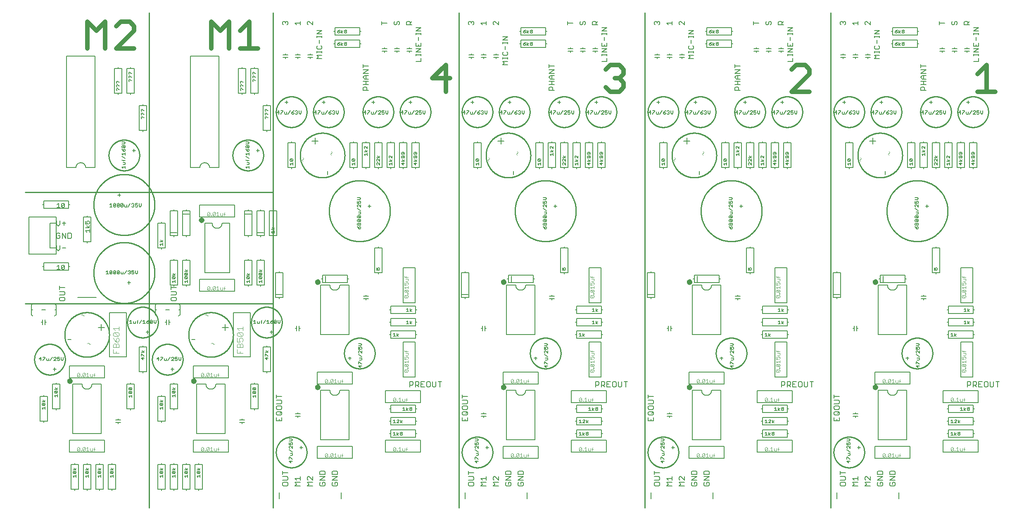
<source format=gto>
G75*
%MOIN*%
%OFA0B0*%
%FSLAX25Y25*%
%IPPOS*%
%LPD*%
%AMOC8*
5,1,8,0,0,1.08239X$1,22.5*
%
%ADD10C,0.03800*%
%ADD11C,0.00800*%
%ADD12C,0.01000*%
%ADD13C,0.00500*%
%ADD14C,0.00600*%
%ADD15C,0.00300*%
%ADD16C,0.00400*%
D10*
X0416916Y0621500D02*
X0416916Y0643118D01*
X0406107Y0632309D01*
X0420519Y0632309D01*
X0546107Y0625103D02*
X0549710Y0621500D01*
X0556916Y0621500D01*
X0560519Y0625103D01*
X0560519Y0628706D01*
X0556916Y0632309D01*
X0553313Y0632309D01*
X0556916Y0632309D02*
X0560519Y0635912D01*
X0560519Y0639515D01*
X0556916Y0643118D01*
X0549710Y0643118D01*
X0546107Y0639515D01*
X0696107Y0639515D02*
X0699710Y0643118D01*
X0706916Y0643118D01*
X0710519Y0639515D01*
X0710519Y0635912D01*
X0696107Y0621500D01*
X0710519Y0621500D01*
X0846107Y0621500D02*
X0860519Y0621500D01*
X0853313Y0621500D02*
X0853313Y0643118D01*
X0846107Y0635912D01*
X0265519Y0656500D02*
X0251107Y0656500D01*
X0258313Y0656500D02*
X0258313Y0678118D01*
X0251107Y0670912D01*
X0242131Y0678118D02*
X0242131Y0656500D01*
X0227719Y0656500D02*
X0227719Y0678118D01*
X0234925Y0670912D01*
X0242131Y0678118D01*
X0165519Y0674515D02*
X0165519Y0670912D01*
X0151107Y0656500D01*
X0165519Y0656500D01*
X0142131Y0656500D02*
X0142131Y0678118D01*
X0134925Y0670912D01*
X0127719Y0678118D01*
X0127719Y0656500D01*
X0151107Y0674515D02*
X0154710Y0678118D01*
X0161916Y0678118D01*
X0165519Y0674515D01*
D11*
X0162595Y0641000D02*
X0162595Y0640000D01*
X0165595Y0640000D01*
X0165595Y0620000D01*
X0162595Y0620000D01*
X0162595Y0619000D01*
X0162595Y0620000D02*
X0159595Y0620000D01*
X0159595Y0640000D01*
X0162595Y0640000D01*
X0155595Y0640000D02*
X0155595Y0620000D01*
X0152595Y0620000D01*
X0152595Y0619000D01*
X0152595Y0620000D02*
X0149595Y0620000D01*
X0149595Y0640000D01*
X0152595Y0640000D01*
X0152595Y0641000D01*
X0152595Y0640000D02*
X0155595Y0640000D01*
X0169595Y0610000D02*
X0172595Y0610000D01*
X0172595Y0611000D01*
X0172595Y0610000D02*
X0175595Y0610000D01*
X0175595Y0590000D01*
X0172595Y0590000D01*
X0172595Y0589000D01*
X0172595Y0590000D02*
X0169595Y0590000D01*
X0169595Y0610000D01*
X0249595Y0620000D02*
X0252595Y0620000D01*
X0252595Y0619000D01*
X0252595Y0620000D02*
X0255595Y0620000D01*
X0255595Y0640000D01*
X0252595Y0640000D01*
X0252595Y0641000D01*
X0252595Y0640000D02*
X0249595Y0640000D01*
X0249595Y0620000D01*
X0259595Y0620000D02*
X0259595Y0640000D01*
X0262595Y0640000D01*
X0262595Y0641000D01*
X0262595Y0640000D02*
X0265595Y0640000D01*
X0265595Y0620000D01*
X0262595Y0620000D01*
X0262595Y0619000D01*
X0262595Y0620000D02*
X0259595Y0620000D01*
X0269595Y0610000D02*
X0272595Y0610000D01*
X0272595Y0611000D01*
X0272595Y0610000D02*
X0275595Y0610000D01*
X0275595Y0590000D01*
X0272595Y0590000D01*
X0272595Y0589000D01*
X0272595Y0590000D02*
X0269595Y0590000D01*
X0269595Y0610000D01*
X0289595Y0580000D02*
X0292595Y0580000D01*
X0292595Y0581000D01*
X0292595Y0580000D02*
X0295595Y0580000D01*
X0295595Y0560000D01*
X0292595Y0560000D01*
X0292595Y0559000D01*
X0292595Y0560000D02*
X0289595Y0560000D01*
X0289595Y0580000D01*
X0339595Y0580000D02*
X0339595Y0560000D01*
X0342595Y0560000D01*
X0342595Y0559000D01*
X0342595Y0560000D02*
X0345595Y0560000D01*
X0345595Y0580000D01*
X0342595Y0580000D01*
X0342595Y0581000D01*
X0342595Y0580000D02*
X0339595Y0580000D01*
X0349595Y0580000D02*
X0352595Y0580000D01*
X0352595Y0581000D01*
X0352595Y0580000D02*
X0355595Y0580000D01*
X0355595Y0560000D01*
X0352595Y0560000D01*
X0352595Y0559000D01*
X0352595Y0560000D02*
X0349595Y0560000D01*
X0349595Y0580000D01*
X0359595Y0580000D02*
X0362595Y0580000D01*
X0362595Y0581000D01*
X0362595Y0580000D02*
X0365595Y0580000D01*
X0365595Y0560000D01*
X0362595Y0560000D01*
X0362595Y0559000D01*
X0362595Y0560000D02*
X0359595Y0560000D01*
X0359595Y0580000D01*
X0369595Y0580000D02*
X0372595Y0580000D01*
X0372595Y0581000D01*
X0372595Y0580000D02*
X0375595Y0580000D01*
X0375595Y0560000D01*
X0372595Y0560000D01*
X0372595Y0559000D01*
X0372595Y0560000D02*
X0369595Y0560000D01*
X0369595Y0580000D01*
X0379595Y0580000D02*
X0382595Y0580000D01*
X0382595Y0581000D01*
X0382595Y0580000D02*
X0385595Y0580000D01*
X0385595Y0560000D01*
X0382595Y0560000D01*
X0382595Y0559000D01*
X0382595Y0560000D02*
X0379595Y0560000D01*
X0379595Y0580000D01*
X0389595Y0580000D02*
X0392595Y0580000D01*
X0392595Y0581000D01*
X0392595Y0580000D02*
X0395595Y0580000D01*
X0395595Y0560000D01*
X0392595Y0560000D01*
X0392595Y0559000D01*
X0392595Y0560000D02*
X0389595Y0560000D01*
X0389595Y0580000D01*
X0439595Y0580000D02*
X0439595Y0560000D01*
X0442595Y0560000D01*
X0442595Y0559000D01*
X0442595Y0560000D02*
X0445595Y0560000D01*
X0445595Y0580000D01*
X0442595Y0580000D01*
X0442595Y0581000D01*
X0442595Y0580000D02*
X0439595Y0580000D01*
X0489595Y0580000D02*
X0489595Y0560000D01*
X0492595Y0560000D01*
X0492595Y0559000D01*
X0492595Y0560000D02*
X0495595Y0560000D01*
X0495595Y0580000D01*
X0492595Y0580000D01*
X0492595Y0581000D01*
X0492595Y0580000D02*
X0489595Y0580000D01*
X0499595Y0580000D02*
X0502595Y0580000D01*
X0502595Y0581000D01*
X0502595Y0580000D02*
X0505595Y0580000D01*
X0505595Y0560000D01*
X0502595Y0560000D01*
X0502595Y0559000D01*
X0502595Y0560000D02*
X0499595Y0560000D01*
X0499595Y0580000D01*
X0509595Y0580000D02*
X0512595Y0580000D01*
X0512595Y0581000D01*
X0512595Y0580000D02*
X0515595Y0580000D01*
X0515595Y0560000D01*
X0512595Y0560000D01*
X0512595Y0559000D01*
X0512595Y0560000D02*
X0509595Y0560000D01*
X0509595Y0580000D01*
X0519595Y0580000D02*
X0522595Y0580000D01*
X0522595Y0581000D01*
X0522595Y0580000D02*
X0525595Y0580000D01*
X0525595Y0560000D01*
X0522595Y0560000D01*
X0522595Y0559000D01*
X0522595Y0560000D02*
X0519595Y0560000D01*
X0519595Y0580000D01*
X0529595Y0580000D02*
X0532595Y0580000D01*
X0532595Y0581000D01*
X0532595Y0580000D02*
X0535595Y0580000D01*
X0535595Y0560000D01*
X0532595Y0560000D01*
X0532595Y0559000D01*
X0532595Y0560000D02*
X0529595Y0560000D01*
X0529595Y0580000D01*
X0539595Y0580000D02*
X0542595Y0580000D01*
X0542595Y0581000D01*
X0542595Y0580000D02*
X0545595Y0580000D01*
X0545595Y0560000D01*
X0542595Y0560000D01*
X0542595Y0559000D01*
X0542595Y0560000D02*
X0539595Y0560000D01*
X0539595Y0580000D01*
X0589595Y0580000D02*
X0589595Y0560000D01*
X0592595Y0560000D01*
X0592595Y0559000D01*
X0592595Y0560000D02*
X0595595Y0560000D01*
X0595595Y0580000D01*
X0592595Y0580000D01*
X0592595Y0581000D01*
X0592595Y0580000D02*
X0589595Y0580000D01*
X0639595Y0580000D02*
X0639595Y0560000D01*
X0642595Y0560000D01*
X0642595Y0559000D01*
X0642595Y0560000D02*
X0645595Y0560000D01*
X0645595Y0580000D01*
X0642595Y0580000D01*
X0642595Y0581000D01*
X0642595Y0580000D02*
X0639595Y0580000D01*
X0649595Y0580000D02*
X0652595Y0580000D01*
X0652595Y0581000D01*
X0652595Y0580000D02*
X0655595Y0580000D01*
X0655595Y0560000D01*
X0652595Y0560000D01*
X0652595Y0559000D01*
X0652595Y0560000D02*
X0649595Y0560000D01*
X0649595Y0580000D01*
X0659595Y0580000D02*
X0662595Y0580000D01*
X0662595Y0581000D01*
X0662595Y0580000D02*
X0665595Y0580000D01*
X0665595Y0560000D01*
X0662595Y0560000D01*
X0662595Y0559000D01*
X0662595Y0560000D02*
X0659595Y0560000D01*
X0659595Y0580000D01*
X0669595Y0580000D02*
X0672595Y0580000D01*
X0672595Y0581000D01*
X0672595Y0580000D02*
X0675595Y0580000D01*
X0675595Y0560000D01*
X0672595Y0560000D01*
X0672595Y0559000D01*
X0672595Y0560000D02*
X0669595Y0560000D01*
X0669595Y0580000D01*
X0679595Y0580000D02*
X0682595Y0580000D01*
X0682595Y0581000D01*
X0682595Y0580000D02*
X0685595Y0580000D01*
X0685595Y0560000D01*
X0682595Y0560000D01*
X0682595Y0559000D01*
X0682595Y0560000D02*
X0679595Y0560000D01*
X0679595Y0580000D01*
X0689595Y0580000D02*
X0692595Y0580000D01*
X0692595Y0581000D01*
X0692595Y0580000D02*
X0695595Y0580000D01*
X0695595Y0560000D01*
X0692595Y0560000D01*
X0692595Y0559000D01*
X0692595Y0560000D02*
X0689595Y0560000D01*
X0689595Y0580000D01*
X0739595Y0580000D02*
X0739595Y0560000D01*
X0742595Y0560000D01*
X0742595Y0559000D01*
X0742595Y0560000D02*
X0745595Y0560000D01*
X0745595Y0580000D01*
X0742595Y0580000D01*
X0742595Y0581000D01*
X0742595Y0580000D02*
X0739595Y0580000D01*
X0789595Y0580000D02*
X0789595Y0560000D01*
X0792595Y0560000D01*
X0792595Y0559000D01*
X0792595Y0560000D02*
X0795595Y0560000D01*
X0795595Y0580000D01*
X0792595Y0580000D01*
X0792595Y0581000D01*
X0792595Y0580000D02*
X0789595Y0580000D01*
X0799595Y0580000D02*
X0802595Y0580000D01*
X0802595Y0581000D01*
X0802595Y0580000D02*
X0805595Y0580000D01*
X0805595Y0560000D01*
X0802595Y0560000D01*
X0802595Y0559000D01*
X0802595Y0560000D02*
X0799595Y0560000D01*
X0799595Y0580000D01*
X0809595Y0580000D02*
X0812595Y0580000D01*
X0812595Y0581000D01*
X0812595Y0580000D02*
X0815595Y0580000D01*
X0815595Y0560000D01*
X0812595Y0560000D01*
X0812595Y0559000D01*
X0812595Y0560000D02*
X0809595Y0560000D01*
X0809595Y0580000D01*
X0819595Y0580000D02*
X0822595Y0580000D01*
X0822595Y0581000D01*
X0822595Y0580000D02*
X0825595Y0580000D01*
X0825595Y0560000D01*
X0822595Y0560000D01*
X0822595Y0559000D01*
X0822595Y0560000D02*
X0819595Y0560000D01*
X0819595Y0580000D01*
X0829595Y0580000D02*
X0832595Y0580000D01*
X0832595Y0581000D01*
X0832595Y0580000D02*
X0835595Y0580000D01*
X0835595Y0560000D01*
X0832595Y0560000D01*
X0832595Y0559000D01*
X0832595Y0560000D02*
X0829595Y0560000D01*
X0829595Y0580000D01*
X0839595Y0580000D02*
X0842595Y0580000D01*
X0842595Y0581000D01*
X0842595Y0580000D02*
X0845595Y0580000D01*
X0845595Y0560000D01*
X0842595Y0560000D01*
X0842595Y0559000D01*
X0842595Y0560000D02*
X0839595Y0560000D01*
X0839595Y0580000D01*
X0804695Y0622380D02*
X0800492Y0622380D01*
X0800492Y0624482D01*
X0801192Y0625183D01*
X0802593Y0625183D01*
X0803294Y0624482D01*
X0803294Y0622380D01*
X0802593Y0626984D02*
X0802593Y0629787D01*
X0802593Y0631588D02*
X0802593Y0634391D01*
X0801893Y0634391D02*
X0804695Y0634391D01*
X0804695Y0636192D02*
X0800492Y0636192D01*
X0804695Y0638994D01*
X0800492Y0638994D01*
X0800492Y0640796D02*
X0800492Y0643598D01*
X0800492Y0642197D02*
X0804695Y0642197D01*
X0801893Y0634391D02*
X0800492Y0632989D01*
X0801893Y0631588D01*
X0804695Y0631588D01*
X0804695Y0629787D02*
X0800492Y0629787D01*
X0800492Y0626984D02*
X0804695Y0626984D01*
X0797595Y0657000D02*
X0777595Y0657000D01*
X0777595Y0660000D01*
X0776595Y0660000D01*
X0777595Y0660000D02*
X0777595Y0663000D01*
X0797595Y0663000D01*
X0797595Y0660000D01*
X0798595Y0660000D01*
X0797595Y0660000D02*
X0797595Y0657000D01*
X0797595Y0667000D02*
X0777595Y0667000D01*
X0777595Y0670000D01*
X0776595Y0670000D01*
X0777595Y0670000D02*
X0777595Y0673000D01*
X0797595Y0673000D01*
X0797595Y0670000D01*
X0798595Y0670000D01*
X0797595Y0670000D02*
X0797595Y0667000D01*
X0815492Y0675400D02*
X0815492Y0678202D01*
X0815492Y0676801D02*
X0819695Y0676801D01*
X0825492Y0676101D02*
X0826192Y0675400D01*
X0826893Y0675400D01*
X0827593Y0676101D01*
X0827593Y0677502D01*
X0828294Y0678202D01*
X0828995Y0678202D01*
X0829695Y0677502D01*
X0829695Y0676101D01*
X0828995Y0675400D01*
X0825492Y0676101D02*
X0825492Y0677502D01*
X0826192Y0678202D01*
X0835492Y0677502D02*
X0836192Y0678202D01*
X0837593Y0678202D01*
X0838294Y0677502D01*
X0838294Y0675400D01*
X0839695Y0675400D02*
X0835492Y0675400D01*
X0835492Y0677502D01*
X0838294Y0676801D02*
X0839695Y0678202D01*
X0842992Y0673178D02*
X0847195Y0673178D01*
X0842992Y0670375D01*
X0847195Y0670375D01*
X0847195Y0668707D02*
X0847195Y0667306D01*
X0847195Y0668006D02*
X0842992Y0668006D01*
X0842992Y0667306D02*
X0842992Y0668707D01*
X0845093Y0665504D02*
X0845093Y0662702D01*
X0842992Y0660900D02*
X0842992Y0658098D01*
X0847195Y0658098D01*
X0847195Y0660900D01*
X0845093Y0659499D02*
X0845093Y0658098D01*
X0842992Y0656296D02*
X0847195Y0656296D01*
X0842992Y0653494D01*
X0847195Y0653494D01*
X0847195Y0651826D02*
X0847195Y0650425D01*
X0847195Y0651125D02*
X0842992Y0651125D01*
X0842992Y0650425D02*
X0842992Y0651826D01*
X0847195Y0648623D02*
X0847195Y0645821D01*
X0842992Y0645821D01*
X0767195Y0648123D02*
X0762992Y0648123D01*
X0764393Y0649524D01*
X0762992Y0650925D01*
X0767195Y0650925D01*
X0767195Y0652727D02*
X0767195Y0654128D01*
X0767195Y0653427D02*
X0762992Y0653427D01*
X0762992Y0652727D02*
X0762992Y0654128D01*
X0763692Y0655796D02*
X0766495Y0655796D01*
X0767195Y0656497D01*
X0767195Y0657898D01*
X0766495Y0658598D01*
X0765093Y0660400D02*
X0765093Y0663202D01*
X0762992Y0665004D02*
X0762992Y0666405D01*
X0762992Y0665704D02*
X0767195Y0665704D01*
X0767195Y0665004D02*
X0767195Y0666405D01*
X0767195Y0668073D02*
X0762992Y0668073D01*
X0767195Y0670876D01*
X0762992Y0670876D01*
X0759695Y0675400D02*
X0756893Y0678202D01*
X0756192Y0678202D01*
X0755492Y0677502D01*
X0755492Y0676101D01*
X0756192Y0675400D01*
X0759695Y0675400D02*
X0759695Y0678202D01*
X0749695Y0678202D02*
X0749695Y0675400D01*
X0749695Y0676801D02*
X0745492Y0676801D01*
X0746893Y0675400D01*
X0739695Y0676101D02*
X0738995Y0675400D01*
X0739695Y0676101D02*
X0739695Y0677502D01*
X0738995Y0678202D01*
X0738294Y0678202D01*
X0737593Y0677502D01*
X0737593Y0676801D01*
X0737593Y0677502D02*
X0736893Y0678202D01*
X0736192Y0678202D01*
X0735492Y0677502D01*
X0735492Y0676101D01*
X0736192Y0675400D01*
X0762992Y0657898D02*
X0762992Y0656497D01*
X0763692Y0655796D01*
X0762992Y0657898D02*
X0763692Y0658598D01*
X0697195Y0658098D02*
X0697195Y0660900D01*
X0695093Y0659499D02*
X0695093Y0658098D01*
X0692992Y0658098D02*
X0697195Y0658098D01*
X0697195Y0656296D02*
X0692992Y0656296D01*
X0692992Y0658098D02*
X0692992Y0660900D01*
X0695093Y0662702D02*
X0695093Y0665504D01*
X0692992Y0667306D02*
X0692992Y0668707D01*
X0692992Y0668006D02*
X0697195Y0668006D01*
X0697195Y0667306D02*
X0697195Y0668707D01*
X0697195Y0670375D02*
X0692992Y0670375D01*
X0697195Y0673178D01*
X0692992Y0673178D01*
X0689695Y0675400D02*
X0685492Y0675400D01*
X0685492Y0677502D01*
X0686192Y0678202D01*
X0687593Y0678202D01*
X0688294Y0677502D01*
X0688294Y0675400D01*
X0688294Y0676801D02*
X0689695Y0678202D01*
X0679695Y0677502D02*
X0679695Y0676101D01*
X0678995Y0675400D01*
X0677593Y0676101D02*
X0677593Y0677502D01*
X0678294Y0678202D01*
X0678995Y0678202D01*
X0679695Y0677502D01*
X0677593Y0676101D02*
X0676893Y0675400D01*
X0676192Y0675400D01*
X0675492Y0676101D01*
X0675492Y0677502D01*
X0676192Y0678202D01*
X0669695Y0676801D02*
X0665492Y0676801D01*
X0665492Y0675400D02*
X0665492Y0678202D01*
X0647595Y0673000D02*
X0647595Y0670000D01*
X0648595Y0670000D01*
X0647595Y0670000D02*
X0647595Y0667000D01*
X0627595Y0667000D01*
X0627595Y0670000D01*
X0626595Y0670000D01*
X0627595Y0670000D02*
X0627595Y0673000D01*
X0647595Y0673000D01*
X0647595Y0663000D02*
X0647595Y0660000D01*
X0648595Y0660000D01*
X0647595Y0660000D02*
X0647595Y0657000D01*
X0627595Y0657000D01*
X0627595Y0660000D01*
X0626595Y0660000D01*
X0627595Y0660000D02*
X0627595Y0663000D01*
X0647595Y0663000D01*
X0650492Y0643598D02*
X0650492Y0640796D01*
X0650492Y0642197D02*
X0654695Y0642197D01*
X0654695Y0638994D02*
X0650492Y0638994D01*
X0650492Y0636192D02*
X0654695Y0638994D01*
X0654695Y0636192D02*
X0650492Y0636192D01*
X0651893Y0634391D02*
X0654695Y0634391D01*
X0652593Y0634391D02*
X0652593Y0631588D01*
X0651893Y0631588D02*
X0650492Y0632989D01*
X0651893Y0634391D01*
X0651893Y0631588D02*
X0654695Y0631588D01*
X0654695Y0629787D02*
X0650492Y0629787D01*
X0652593Y0629787D02*
X0652593Y0626984D01*
X0652593Y0625183D02*
X0653294Y0624482D01*
X0653294Y0622380D01*
X0654695Y0622380D02*
X0650492Y0622380D01*
X0650492Y0624482D01*
X0651192Y0625183D01*
X0652593Y0625183D01*
X0650492Y0626984D02*
X0654695Y0626984D01*
X0692992Y0645821D02*
X0697195Y0645821D01*
X0697195Y0648623D01*
X0697195Y0650425D02*
X0697195Y0651826D01*
X0697195Y0651125D02*
X0692992Y0651125D01*
X0692992Y0650425D02*
X0692992Y0651826D01*
X0692992Y0653494D02*
X0697195Y0656296D01*
X0697195Y0653494D02*
X0692992Y0653494D01*
X0617195Y0653427D02*
X0612992Y0653427D01*
X0612992Y0652727D02*
X0612992Y0654128D01*
X0613692Y0655796D02*
X0616495Y0655796D01*
X0617195Y0656497D01*
X0617195Y0657898D01*
X0616495Y0658598D01*
X0615093Y0660400D02*
X0615093Y0663202D01*
X0612992Y0665004D02*
X0612992Y0666405D01*
X0612992Y0665704D02*
X0617195Y0665704D01*
X0617195Y0665004D02*
X0617195Y0666405D01*
X0617195Y0668073D02*
X0612992Y0668073D01*
X0617195Y0670876D01*
X0612992Y0670876D01*
X0609695Y0675400D02*
X0606893Y0678202D01*
X0606192Y0678202D01*
X0605492Y0677502D01*
X0605492Y0676101D01*
X0606192Y0675400D01*
X0609695Y0675400D02*
X0609695Y0678202D01*
X0599695Y0678202D02*
X0599695Y0675400D01*
X0599695Y0676801D02*
X0595492Y0676801D01*
X0596893Y0675400D01*
X0589695Y0676101D02*
X0588995Y0675400D01*
X0589695Y0676101D02*
X0589695Y0677502D01*
X0588995Y0678202D01*
X0588294Y0678202D01*
X0587593Y0677502D01*
X0587593Y0676801D01*
X0587593Y0677502D02*
X0586893Y0678202D01*
X0586192Y0678202D01*
X0585492Y0677502D01*
X0585492Y0676101D01*
X0586192Y0675400D01*
X0612992Y0657898D02*
X0613692Y0658598D01*
X0612992Y0657898D02*
X0612992Y0656497D01*
X0613692Y0655796D01*
X0617195Y0654128D02*
X0617195Y0652727D01*
X0617195Y0650925D02*
X0612992Y0650925D01*
X0614393Y0649524D01*
X0612992Y0648123D01*
X0617195Y0648123D01*
X0547195Y0648623D02*
X0547195Y0645821D01*
X0542992Y0645821D01*
X0542992Y0650425D02*
X0542992Y0651826D01*
X0542992Y0651125D02*
X0547195Y0651125D01*
X0547195Y0650425D02*
X0547195Y0651826D01*
X0547195Y0653494D02*
X0542992Y0653494D01*
X0547195Y0656296D01*
X0542992Y0656296D01*
X0542992Y0658098D02*
X0547195Y0658098D01*
X0547195Y0660900D01*
X0545093Y0659499D02*
X0545093Y0658098D01*
X0542992Y0658098D02*
X0542992Y0660900D01*
X0545093Y0662702D02*
X0545093Y0665504D01*
X0542992Y0667306D02*
X0542992Y0668707D01*
X0542992Y0668006D02*
X0547195Y0668006D01*
X0547195Y0667306D02*
X0547195Y0668707D01*
X0547195Y0670375D02*
X0542992Y0670375D01*
X0547195Y0673178D01*
X0542992Y0673178D01*
X0539695Y0675400D02*
X0535492Y0675400D01*
X0535492Y0677502D01*
X0536192Y0678202D01*
X0537593Y0678202D01*
X0538294Y0677502D01*
X0538294Y0675400D01*
X0538294Y0676801D02*
X0539695Y0678202D01*
X0529695Y0677502D02*
X0529695Y0676101D01*
X0528995Y0675400D01*
X0527593Y0676101D02*
X0527593Y0677502D01*
X0528294Y0678202D01*
X0528995Y0678202D01*
X0529695Y0677502D01*
X0527593Y0676101D02*
X0526893Y0675400D01*
X0526192Y0675400D01*
X0525492Y0676101D01*
X0525492Y0677502D01*
X0526192Y0678202D01*
X0519695Y0676801D02*
X0515492Y0676801D01*
X0515492Y0675400D02*
X0515492Y0678202D01*
X0497595Y0673000D02*
X0497595Y0670000D01*
X0498595Y0670000D01*
X0497595Y0670000D02*
X0497595Y0667000D01*
X0477595Y0667000D01*
X0477595Y0670000D01*
X0476595Y0670000D01*
X0477595Y0670000D02*
X0477595Y0673000D01*
X0497595Y0673000D01*
X0497595Y0663000D02*
X0497595Y0660000D01*
X0498595Y0660000D01*
X0497595Y0660000D02*
X0497595Y0657000D01*
X0477595Y0657000D01*
X0477595Y0660000D01*
X0476595Y0660000D01*
X0477595Y0660000D02*
X0477595Y0663000D01*
X0497595Y0663000D01*
X0500492Y0643598D02*
X0500492Y0640796D01*
X0500492Y0642197D02*
X0504695Y0642197D01*
X0504695Y0638994D02*
X0500492Y0638994D01*
X0500492Y0636192D02*
X0504695Y0638994D01*
X0504695Y0636192D02*
X0500492Y0636192D01*
X0501893Y0634391D02*
X0504695Y0634391D01*
X0502593Y0634391D02*
X0502593Y0631588D01*
X0501893Y0631588D02*
X0500492Y0632989D01*
X0501893Y0634391D01*
X0501893Y0631588D02*
X0504695Y0631588D01*
X0504695Y0629787D02*
X0500492Y0629787D01*
X0502593Y0629787D02*
X0502593Y0626984D01*
X0502593Y0625183D02*
X0503294Y0624482D01*
X0503294Y0622380D01*
X0504695Y0622380D02*
X0500492Y0622380D01*
X0500492Y0624482D01*
X0501192Y0625183D01*
X0502593Y0625183D01*
X0500492Y0626984D02*
X0504695Y0626984D01*
X0467195Y0643123D02*
X0462992Y0643123D01*
X0464393Y0644524D01*
X0462992Y0645925D01*
X0467195Y0645925D01*
X0467195Y0647727D02*
X0467195Y0649128D01*
X0467195Y0648427D02*
X0462992Y0648427D01*
X0462992Y0647727D02*
X0462992Y0649128D01*
X0463692Y0650796D02*
X0466495Y0650796D01*
X0467195Y0651497D01*
X0467195Y0652898D01*
X0466495Y0653598D01*
X0465093Y0655400D02*
X0465093Y0658202D01*
X0462992Y0660004D02*
X0462992Y0661405D01*
X0462992Y0660704D02*
X0467195Y0660704D01*
X0467195Y0660004D02*
X0467195Y0661405D01*
X0467195Y0663073D02*
X0462992Y0663073D01*
X0467195Y0665876D01*
X0462992Y0665876D01*
X0463692Y0653598D02*
X0462992Y0652898D01*
X0462992Y0651497D01*
X0463692Y0650796D01*
X0459695Y0675400D02*
X0456893Y0678202D01*
X0456192Y0678202D01*
X0455492Y0677502D01*
X0455492Y0676101D01*
X0456192Y0675400D01*
X0459695Y0675400D02*
X0459695Y0678202D01*
X0449695Y0678202D02*
X0449695Y0675400D01*
X0449695Y0676801D02*
X0445492Y0676801D01*
X0446893Y0675400D01*
X0439695Y0676101D02*
X0438995Y0675400D01*
X0439695Y0676101D02*
X0439695Y0677502D01*
X0438995Y0678202D01*
X0438294Y0678202D01*
X0437593Y0677502D01*
X0437593Y0676801D01*
X0437593Y0677502D02*
X0436893Y0678202D01*
X0436192Y0678202D01*
X0435492Y0677502D01*
X0435492Y0676101D01*
X0436192Y0675400D01*
X0397195Y0673178D02*
X0392992Y0673178D01*
X0392992Y0670375D02*
X0397195Y0673178D01*
X0397195Y0670375D02*
X0392992Y0670375D01*
X0392992Y0668707D02*
X0392992Y0667306D01*
X0392992Y0668006D02*
X0397195Y0668006D01*
X0397195Y0667306D02*
X0397195Y0668707D01*
X0395093Y0665504D02*
X0395093Y0662702D01*
X0392992Y0660900D02*
X0392992Y0658098D01*
X0397195Y0658098D01*
X0397195Y0660900D01*
X0395093Y0659499D02*
X0395093Y0658098D01*
X0392992Y0656296D02*
X0397195Y0656296D01*
X0392992Y0653494D01*
X0397195Y0653494D01*
X0397195Y0651826D02*
X0397195Y0650425D01*
X0397195Y0651125D02*
X0392992Y0651125D01*
X0392992Y0650425D02*
X0392992Y0651826D01*
X0397195Y0648623D02*
X0397195Y0645821D01*
X0392992Y0645821D01*
X0389695Y0675400D02*
X0385492Y0675400D01*
X0385492Y0677502D01*
X0386192Y0678202D01*
X0387593Y0678202D01*
X0388294Y0677502D01*
X0388294Y0675400D01*
X0388294Y0676801D02*
X0389695Y0678202D01*
X0379695Y0677502D02*
X0379695Y0676101D01*
X0378995Y0675400D01*
X0377593Y0676101D02*
X0377593Y0677502D01*
X0378294Y0678202D01*
X0378995Y0678202D01*
X0379695Y0677502D01*
X0377593Y0676101D02*
X0376893Y0675400D01*
X0376192Y0675400D01*
X0375492Y0676101D01*
X0375492Y0677502D01*
X0376192Y0678202D01*
X0369695Y0676801D02*
X0365492Y0676801D01*
X0365492Y0675400D02*
X0365492Y0678202D01*
X0347595Y0673000D02*
X0347595Y0670000D01*
X0348595Y0670000D01*
X0347595Y0670000D02*
X0347595Y0667000D01*
X0327595Y0667000D01*
X0327595Y0670000D01*
X0326595Y0670000D01*
X0327595Y0670000D02*
X0327595Y0673000D01*
X0347595Y0673000D01*
X0347595Y0663000D02*
X0347595Y0660000D01*
X0348595Y0660000D01*
X0347595Y0660000D02*
X0347595Y0657000D01*
X0327595Y0657000D01*
X0327595Y0660000D01*
X0326595Y0660000D01*
X0327595Y0660000D02*
X0327595Y0663000D01*
X0347595Y0663000D01*
X0350492Y0643598D02*
X0350492Y0640796D01*
X0350492Y0642197D02*
X0354695Y0642197D01*
X0354695Y0638994D02*
X0350492Y0638994D01*
X0350492Y0636192D02*
X0354695Y0638994D01*
X0354695Y0636192D02*
X0350492Y0636192D01*
X0351893Y0634391D02*
X0354695Y0634391D01*
X0352593Y0634391D02*
X0352593Y0631588D01*
X0351893Y0631588D02*
X0350492Y0632989D01*
X0351893Y0634391D01*
X0351893Y0631588D02*
X0354695Y0631588D01*
X0354695Y0629787D02*
X0350492Y0629787D01*
X0352593Y0629787D02*
X0352593Y0626984D01*
X0352593Y0625183D02*
X0353294Y0624482D01*
X0353294Y0622380D01*
X0354695Y0622380D02*
X0350492Y0622380D01*
X0350492Y0624482D01*
X0351192Y0625183D01*
X0352593Y0625183D01*
X0350492Y0626984D02*
X0354695Y0626984D01*
X0317195Y0648123D02*
X0312992Y0648123D01*
X0314393Y0649524D01*
X0312992Y0650925D01*
X0317195Y0650925D01*
X0317195Y0652727D02*
X0317195Y0654128D01*
X0317195Y0653427D02*
X0312992Y0653427D01*
X0312992Y0652727D02*
X0312992Y0654128D01*
X0313692Y0655796D02*
X0316495Y0655796D01*
X0317195Y0656497D01*
X0317195Y0657898D01*
X0316495Y0658598D01*
X0315093Y0660400D02*
X0315093Y0663202D01*
X0312992Y0665004D02*
X0312992Y0666405D01*
X0312992Y0665704D02*
X0317195Y0665704D01*
X0317195Y0665004D02*
X0317195Y0666405D01*
X0317195Y0668073D02*
X0312992Y0668073D01*
X0317195Y0670876D01*
X0312992Y0670876D01*
X0309695Y0675400D02*
X0306893Y0678202D01*
X0306192Y0678202D01*
X0305492Y0677502D01*
X0305492Y0676101D01*
X0306192Y0675400D01*
X0309695Y0675400D02*
X0309695Y0678202D01*
X0299695Y0678202D02*
X0299695Y0675400D01*
X0299695Y0676801D02*
X0295492Y0676801D01*
X0296893Y0675400D01*
X0289695Y0676101D02*
X0288995Y0675400D01*
X0289695Y0676101D02*
X0289695Y0677502D01*
X0288995Y0678202D01*
X0288294Y0678202D01*
X0287593Y0677502D01*
X0287593Y0676801D01*
X0287593Y0677502D02*
X0286893Y0678202D01*
X0286192Y0678202D01*
X0285492Y0677502D01*
X0285492Y0676101D01*
X0286192Y0675400D01*
X0312992Y0657898D02*
X0313692Y0658598D01*
X0312992Y0657898D02*
X0312992Y0656497D01*
X0313692Y0655796D01*
X0246768Y0529921D02*
X0218422Y0529921D01*
X0218422Y0520079D01*
X0246768Y0520079D01*
X0246768Y0529921D01*
X0254595Y0525000D02*
X0257595Y0525000D01*
X0257595Y0526000D01*
X0257595Y0525000D02*
X0260595Y0525000D01*
X0260595Y0505000D01*
X0257595Y0505000D01*
X0257595Y0504000D01*
X0257595Y0505000D02*
X0254595Y0505000D01*
X0254595Y0525000D01*
X0255095Y0522500D02*
X0260095Y0522500D01*
X0264595Y0525000D02*
X0267595Y0525000D01*
X0267595Y0526000D01*
X0267595Y0525000D02*
X0270595Y0525000D01*
X0270595Y0505000D01*
X0267595Y0505000D01*
X0267595Y0504000D01*
X0267595Y0505000D02*
X0264595Y0505000D01*
X0264595Y0525000D01*
X0274595Y0525000D02*
X0277595Y0525000D01*
X0277595Y0526000D01*
X0277595Y0525000D02*
X0280595Y0525000D01*
X0280595Y0505000D01*
X0277595Y0505000D01*
X0277595Y0504000D01*
X0277595Y0505000D02*
X0274595Y0505000D01*
X0274595Y0525000D01*
X0270095Y0507500D02*
X0265095Y0507500D01*
X0242595Y0515000D02*
X0236595Y0515000D01*
X0236593Y0514874D01*
X0236587Y0514749D01*
X0236577Y0514624D01*
X0236563Y0514499D01*
X0236546Y0514374D01*
X0236524Y0514250D01*
X0236499Y0514127D01*
X0236469Y0514005D01*
X0236436Y0513884D01*
X0236399Y0513764D01*
X0236359Y0513645D01*
X0236314Y0513528D01*
X0236266Y0513411D01*
X0236214Y0513297D01*
X0236159Y0513184D01*
X0236100Y0513073D01*
X0236038Y0512964D01*
X0235972Y0512857D01*
X0235903Y0512752D01*
X0235831Y0512649D01*
X0235756Y0512548D01*
X0235677Y0512450D01*
X0235595Y0512355D01*
X0235511Y0512262D01*
X0235423Y0512172D01*
X0235333Y0512084D01*
X0235240Y0512000D01*
X0235145Y0511918D01*
X0235047Y0511839D01*
X0234946Y0511764D01*
X0234843Y0511692D01*
X0234738Y0511623D01*
X0234631Y0511557D01*
X0234522Y0511495D01*
X0234411Y0511436D01*
X0234298Y0511381D01*
X0234184Y0511329D01*
X0234067Y0511281D01*
X0233950Y0511236D01*
X0233831Y0511196D01*
X0233711Y0511159D01*
X0233590Y0511126D01*
X0233468Y0511096D01*
X0233345Y0511071D01*
X0233221Y0511049D01*
X0233096Y0511032D01*
X0232971Y0511018D01*
X0232846Y0511008D01*
X0232721Y0511002D01*
X0232595Y0511000D01*
X0232469Y0511002D01*
X0232344Y0511008D01*
X0232219Y0511018D01*
X0232094Y0511032D01*
X0231969Y0511049D01*
X0231845Y0511071D01*
X0231722Y0511096D01*
X0231600Y0511126D01*
X0231479Y0511159D01*
X0231359Y0511196D01*
X0231240Y0511236D01*
X0231123Y0511281D01*
X0231006Y0511329D01*
X0230892Y0511381D01*
X0230779Y0511436D01*
X0230668Y0511495D01*
X0230559Y0511557D01*
X0230452Y0511623D01*
X0230347Y0511692D01*
X0230244Y0511764D01*
X0230143Y0511839D01*
X0230045Y0511918D01*
X0229950Y0512000D01*
X0229857Y0512084D01*
X0229767Y0512172D01*
X0229679Y0512262D01*
X0229595Y0512355D01*
X0229513Y0512450D01*
X0229434Y0512548D01*
X0229359Y0512649D01*
X0229287Y0512752D01*
X0229218Y0512857D01*
X0229152Y0512964D01*
X0229090Y0513073D01*
X0229031Y0513184D01*
X0228976Y0513297D01*
X0228924Y0513411D01*
X0228876Y0513528D01*
X0228831Y0513645D01*
X0228791Y0513764D01*
X0228754Y0513884D01*
X0228721Y0514005D01*
X0228691Y0514127D01*
X0228666Y0514250D01*
X0228644Y0514374D01*
X0228627Y0514499D01*
X0228613Y0514624D01*
X0228603Y0514749D01*
X0228597Y0514874D01*
X0228595Y0515000D01*
X0222595Y0515000D01*
X0222595Y0475000D01*
X0242595Y0475000D01*
X0242595Y0515000D01*
X0210095Y0522500D02*
X0205095Y0522500D01*
X0204595Y0525000D02*
X0207595Y0525000D01*
X0207595Y0526000D01*
X0207595Y0525000D02*
X0210595Y0525000D01*
X0210595Y0505000D01*
X0207595Y0505000D01*
X0207595Y0504000D01*
X0207595Y0505000D02*
X0204595Y0505000D01*
X0204595Y0525000D01*
X0200595Y0525000D02*
X0197595Y0525000D01*
X0197595Y0526000D01*
X0197595Y0525000D02*
X0194595Y0525000D01*
X0194595Y0505000D01*
X0197595Y0505000D01*
X0197595Y0504000D01*
X0197595Y0505000D02*
X0200595Y0505000D01*
X0200595Y0525000D01*
X0190595Y0515000D02*
X0187595Y0515000D01*
X0187595Y0516000D01*
X0187595Y0515000D02*
X0184595Y0515000D01*
X0184595Y0495000D01*
X0187595Y0495000D01*
X0187595Y0494000D01*
X0187595Y0495000D02*
X0190595Y0495000D01*
X0190595Y0515000D01*
X0195095Y0507500D02*
X0200095Y0507500D01*
X0197595Y0486000D02*
X0197595Y0485000D01*
X0200595Y0485000D01*
X0200595Y0465000D01*
X0197595Y0465000D01*
X0197595Y0464000D01*
X0197595Y0465000D02*
X0194595Y0465000D01*
X0194595Y0485000D01*
X0197595Y0485000D01*
X0204595Y0485000D02*
X0207595Y0485000D01*
X0207595Y0486000D01*
X0207595Y0485000D02*
X0210595Y0485000D01*
X0210595Y0465000D01*
X0207595Y0465000D01*
X0207595Y0464000D01*
X0207595Y0465000D02*
X0204595Y0465000D01*
X0204595Y0485000D01*
X0218422Y0469921D02*
X0218422Y0460079D01*
X0246768Y0460079D01*
X0246768Y0469921D01*
X0218422Y0469921D01*
X0199695Y0463009D02*
X0195492Y0463009D01*
X0195492Y0461608D02*
X0195492Y0464410D01*
X0195492Y0459806D02*
X0198995Y0459806D01*
X0199695Y0459106D01*
X0199695Y0457705D01*
X0198995Y0457004D01*
X0195492Y0457004D01*
X0196192Y0455202D02*
X0195492Y0454502D01*
X0195492Y0453101D01*
X0196192Y0452400D01*
X0198995Y0452400D01*
X0199695Y0453101D01*
X0199695Y0454502D01*
X0198995Y0455202D01*
X0196192Y0455202D01*
X0201495Y0450000D02*
X0202595Y0448900D01*
X0202595Y0445000D01*
X0202595Y0441100D01*
X0201495Y0440000D01*
X0201595Y0445000D02*
X0202595Y0445000D01*
X0194095Y0445000D02*
X0191095Y0445000D01*
X0183595Y0445000D02*
X0182595Y0445000D01*
X0182595Y0441100D01*
X0183695Y0440000D01*
X0182595Y0445000D02*
X0182595Y0448900D01*
X0183695Y0450000D01*
X0172595Y0416000D02*
X0172595Y0415000D01*
X0175595Y0415000D01*
X0175595Y0395000D01*
X0172595Y0395000D01*
X0172595Y0394000D01*
X0172595Y0395000D02*
X0169595Y0395000D01*
X0169595Y0415000D01*
X0172595Y0415000D01*
X0141768Y0399921D02*
X0141768Y0390079D01*
X0113422Y0390079D01*
X0113422Y0399921D01*
X0141768Y0399921D01*
X0139095Y0385000D02*
X0131595Y0385000D01*
X0131593Y0384874D01*
X0131587Y0384749D01*
X0131577Y0384624D01*
X0131563Y0384499D01*
X0131546Y0384374D01*
X0131524Y0384250D01*
X0131499Y0384127D01*
X0131469Y0384005D01*
X0131436Y0383884D01*
X0131399Y0383764D01*
X0131359Y0383645D01*
X0131314Y0383528D01*
X0131266Y0383411D01*
X0131214Y0383297D01*
X0131159Y0383184D01*
X0131100Y0383073D01*
X0131038Y0382964D01*
X0130972Y0382857D01*
X0130903Y0382752D01*
X0130831Y0382649D01*
X0130756Y0382548D01*
X0130677Y0382450D01*
X0130595Y0382355D01*
X0130511Y0382262D01*
X0130423Y0382172D01*
X0130333Y0382084D01*
X0130240Y0382000D01*
X0130145Y0381918D01*
X0130047Y0381839D01*
X0129946Y0381764D01*
X0129843Y0381692D01*
X0129738Y0381623D01*
X0129631Y0381557D01*
X0129522Y0381495D01*
X0129411Y0381436D01*
X0129298Y0381381D01*
X0129184Y0381329D01*
X0129067Y0381281D01*
X0128950Y0381236D01*
X0128831Y0381196D01*
X0128711Y0381159D01*
X0128590Y0381126D01*
X0128468Y0381096D01*
X0128345Y0381071D01*
X0128221Y0381049D01*
X0128096Y0381032D01*
X0127971Y0381018D01*
X0127846Y0381008D01*
X0127721Y0381002D01*
X0127595Y0381000D01*
X0127469Y0381002D01*
X0127344Y0381008D01*
X0127219Y0381018D01*
X0127094Y0381032D01*
X0126969Y0381049D01*
X0126845Y0381071D01*
X0126722Y0381096D01*
X0126600Y0381126D01*
X0126479Y0381159D01*
X0126359Y0381196D01*
X0126240Y0381236D01*
X0126123Y0381281D01*
X0126006Y0381329D01*
X0125892Y0381381D01*
X0125779Y0381436D01*
X0125668Y0381495D01*
X0125559Y0381557D01*
X0125452Y0381623D01*
X0125347Y0381692D01*
X0125244Y0381764D01*
X0125143Y0381839D01*
X0125045Y0381918D01*
X0124950Y0382000D01*
X0124857Y0382084D01*
X0124767Y0382172D01*
X0124679Y0382262D01*
X0124595Y0382355D01*
X0124513Y0382450D01*
X0124434Y0382548D01*
X0124359Y0382649D01*
X0124287Y0382752D01*
X0124218Y0382857D01*
X0124152Y0382964D01*
X0124090Y0383073D01*
X0124031Y0383184D01*
X0123976Y0383297D01*
X0123924Y0383411D01*
X0123876Y0383528D01*
X0123831Y0383645D01*
X0123791Y0383764D01*
X0123754Y0383884D01*
X0123721Y0384005D01*
X0123691Y0384127D01*
X0123666Y0384250D01*
X0123644Y0384374D01*
X0123627Y0384499D01*
X0123613Y0384624D01*
X0123603Y0384749D01*
X0123597Y0384874D01*
X0123595Y0385000D01*
X0116095Y0385000D01*
X0116095Y0345000D01*
X0139095Y0345000D01*
X0139095Y0385000D01*
X0159595Y0385000D02*
X0162595Y0385000D01*
X0162595Y0386000D01*
X0162595Y0385000D02*
X0165595Y0385000D01*
X0165595Y0365000D01*
X0162595Y0365000D01*
X0162595Y0364000D01*
X0162595Y0365000D02*
X0159595Y0365000D01*
X0159595Y0385000D01*
X0184595Y0375000D02*
X0187595Y0375000D01*
X0187595Y0376000D01*
X0187595Y0375000D02*
X0190595Y0375000D01*
X0190595Y0355000D01*
X0187595Y0355000D01*
X0187595Y0354000D01*
X0187595Y0355000D02*
X0184595Y0355000D01*
X0184595Y0375000D01*
X0194595Y0385000D02*
X0197595Y0385000D01*
X0197595Y0386000D01*
X0197595Y0385000D02*
X0200595Y0385000D01*
X0200595Y0365000D01*
X0197595Y0365000D01*
X0197595Y0364000D01*
X0197595Y0365000D02*
X0194595Y0365000D01*
X0194595Y0385000D01*
X0213422Y0390079D02*
X0213422Y0399921D01*
X0241768Y0399921D01*
X0241768Y0390079D01*
X0213422Y0390079D01*
X0216095Y0385000D02*
X0216095Y0345000D01*
X0239095Y0345000D01*
X0239095Y0385000D01*
X0231595Y0385000D01*
X0231593Y0384874D01*
X0231587Y0384749D01*
X0231577Y0384624D01*
X0231563Y0384499D01*
X0231546Y0384374D01*
X0231524Y0384250D01*
X0231499Y0384127D01*
X0231469Y0384005D01*
X0231436Y0383884D01*
X0231399Y0383764D01*
X0231359Y0383645D01*
X0231314Y0383528D01*
X0231266Y0383411D01*
X0231214Y0383297D01*
X0231159Y0383184D01*
X0231100Y0383073D01*
X0231038Y0382964D01*
X0230972Y0382857D01*
X0230903Y0382752D01*
X0230831Y0382649D01*
X0230756Y0382548D01*
X0230677Y0382450D01*
X0230595Y0382355D01*
X0230511Y0382262D01*
X0230423Y0382172D01*
X0230333Y0382084D01*
X0230240Y0382000D01*
X0230145Y0381918D01*
X0230047Y0381839D01*
X0229946Y0381764D01*
X0229843Y0381692D01*
X0229738Y0381623D01*
X0229631Y0381557D01*
X0229522Y0381495D01*
X0229411Y0381436D01*
X0229298Y0381381D01*
X0229184Y0381329D01*
X0229067Y0381281D01*
X0228950Y0381236D01*
X0228831Y0381196D01*
X0228711Y0381159D01*
X0228590Y0381126D01*
X0228468Y0381096D01*
X0228345Y0381071D01*
X0228221Y0381049D01*
X0228096Y0381032D01*
X0227971Y0381018D01*
X0227846Y0381008D01*
X0227721Y0381002D01*
X0227595Y0381000D01*
X0227469Y0381002D01*
X0227344Y0381008D01*
X0227219Y0381018D01*
X0227094Y0381032D01*
X0226969Y0381049D01*
X0226845Y0381071D01*
X0226722Y0381096D01*
X0226600Y0381126D01*
X0226479Y0381159D01*
X0226359Y0381196D01*
X0226240Y0381236D01*
X0226123Y0381281D01*
X0226006Y0381329D01*
X0225892Y0381381D01*
X0225779Y0381436D01*
X0225668Y0381495D01*
X0225559Y0381557D01*
X0225452Y0381623D01*
X0225347Y0381692D01*
X0225244Y0381764D01*
X0225143Y0381839D01*
X0225045Y0381918D01*
X0224950Y0382000D01*
X0224857Y0382084D01*
X0224767Y0382172D01*
X0224679Y0382262D01*
X0224595Y0382355D01*
X0224513Y0382450D01*
X0224434Y0382548D01*
X0224359Y0382649D01*
X0224287Y0382752D01*
X0224218Y0382857D01*
X0224152Y0382964D01*
X0224090Y0383073D01*
X0224031Y0383184D01*
X0223976Y0383297D01*
X0223924Y0383411D01*
X0223876Y0383528D01*
X0223831Y0383645D01*
X0223791Y0383764D01*
X0223754Y0383884D01*
X0223721Y0384005D01*
X0223691Y0384127D01*
X0223666Y0384250D01*
X0223644Y0384374D01*
X0223627Y0384499D01*
X0223613Y0384624D01*
X0223603Y0384749D01*
X0223597Y0384874D01*
X0223595Y0385000D01*
X0216095Y0385000D01*
X0259595Y0385000D02*
X0259595Y0365000D01*
X0262595Y0365000D01*
X0262595Y0364000D01*
X0262595Y0365000D02*
X0265595Y0365000D01*
X0265595Y0385000D01*
X0262595Y0385000D01*
X0262595Y0386000D01*
X0262595Y0385000D02*
X0259595Y0385000D01*
X0269595Y0395000D02*
X0269595Y0415000D01*
X0272595Y0415000D01*
X0272595Y0416000D01*
X0272595Y0415000D02*
X0275595Y0415000D01*
X0275595Y0395000D01*
X0272595Y0395000D01*
X0272595Y0394000D01*
X0272595Y0395000D02*
X0269595Y0395000D01*
X0280492Y0376618D02*
X0280492Y0373816D01*
X0280492Y0375217D02*
X0284695Y0375217D01*
X0283995Y0372014D02*
X0280492Y0372014D01*
X0280492Y0369212D02*
X0283995Y0369212D01*
X0284695Y0369912D01*
X0284695Y0371314D01*
X0283995Y0372014D01*
X0283995Y0367410D02*
X0281192Y0367410D01*
X0280492Y0366710D01*
X0280492Y0365308D01*
X0281192Y0364608D01*
X0283995Y0364608D01*
X0284695Y0365308D01*
X0284695Y0366710D01*
X0283995Y0367410D01*
X0283995Y0362806D02*
X0284695Y0362106D01*
X0284695Y0360705D01*
X0283995Y0360004D01*
X0281192Y0360004D01*
X0280492Y0360705D01*
X0280492Y0362106D01*
X0281192Y0362806D01*
X0283995Y0362806D01*
X0284695Y0362806D02*
X0283294Y0361405D01*
X0284695Y0358202D02*
X0284695Y0355400D01*
X0280492Y0355400D01*
X0280492Y0358202D01*
X0282593Y0356801D02*
X0282593Y0355400D01*
X0313422Y0334921D02*
X0313422Y0325079D01*
X0341768Y0325079D01*
X0341768Y0334921D01*
X0313422Y0334921D01*
X0316095Y0340000D02*
X0316095Y0380000D01*
X0323595Y0380000D01*
X0323597Y0379874D01*
X0323603Y0379749D01*
X0323613Y0379624D01*
X0323627Y0379499D01*
X0323644Y0379374D01*
X0323666Y0379250D01*
X0323691Y0379127D01*
X0323721Y0379005D01*
X0323754Y0378884D01*
X0323791Y0378764D01*
X0323831Y0378645D01*
X0323876Y0378528D01*
X0323924Y0378411D01*
X0323976Y0378297D01*
X0324031Y0378184D01*
X0324090Y0378073D01*
X0324152Y0377964D01*
X0324218Y0377857D01*
X0324287Y0377752D01*
X0324359Y0377649D01*
X0324434Y0377548D01*
X0324513Y0377450D01*
X0324595Y0377355D01*
X0324679Y0377262D01*
X0324767Y0377172D01*
X0324857Y0377084D01*
X0324950Y0377000D01*
X0325045Y0376918D01*
X0325143Y0376839D01*
X0325244Y0376764D01*
X0325347Y0376692D01*
X0325452Y0376623D01*
X0325559Y0376557D01*
X0325668Y0376495D01*
X0325779Y0376436D01*
X0325892Y0376381D01*
X0326006Y0376329D01*
X0326123Y0376281D01*
X0326240Y0376236D01*
X0326359Y0376196D01*
X0326479Y0376159D01*
X0326600Y0376126D01*
X0326722Y0376096D01*
X0326845Y0376071D01*
X0326969Y0376049D01*
X0327094Y0376032D01*
X0327219Y0376018D01*
X0327344Y0376008D01*
X0327469Y0376002D01*
X0327595Y0376000D01*
X0327721Y0376002D01*
X0327846Y0376008D01*
X0327971Y0376018D01*
X0328096Y0376032D01*
X0328221Y0376049D01*
X0328345Y0376071D01*
X0328468Y0376096D01*
X0328590Y0376126D01*
X0328711Y0376159D01*
X0328831Y0376196D01*
X0328950Y0376236D01*
X0329067Y0376281D01*
X0329184Y0376329D01*
X0329298Y0376381D01*
X0329411Y0376436D01*
X0329522Y0376495D01*
X0329631Y0376557D01*
X0329738Y0376623D01*
X0329843Y0376692D01*
X0329946Y0376764D01*
X0330047Y0376839D01*
X0330145Y0376918D01*
X0330240Y0377000D01*
X0330333Y0377084D01*
X0330423Y0377172D01*
X0330511Y0377262D01*
X0330595Y0377355D01*
X0330677Y0377450D01*
X0330756Y0377548D01*
X0330831Y0377649D01*
X0330903Y0377752D01*
X0330972Y0377857D01*
X0331038Y0377964D01*
X0331100Y0378073D01*
X0331159Y0378184D01*
X0331214Y0378297D01*
X0331266Y0378411D01*
X0331314Y0378528D01*
X0331359Y0378645D01*
X0331399Y0378764D01*
X0331436Y0378884D01*
X0331469Y0379005D01*
X0331499Y0379127D01*
X0331524Y0379250D01*
X0331546Y0379374D01*
X0331563Y0379499D01*
X0331577Y0379624D01*
X0331587Y0379749D01*
X0331593Y0379874D01*
X0331595Y0380000D01*
X0339095Y0380000D01*
X0339095Y0340000D01*
X0316095Y0340000D01*
X0316192Y0314910D02*
X0315492Y0314210D01*
X0315492Y0312108D01*
X0319695Y0312108D01*
X0319695Y0314210D01*
X0318995Y0314910D01*
X0316192Y0314910D01*
X0315492Y0310306D02*
X0319695Y0310306D01*
X0315492Y0307504D01*
X0319695Y0307504D01*
X0318995Y0305702D02*
X0317593Y0305702D01*
X0317593Y0304301D01*
X0316192Y0302900D02*
X0318995Y0302900D01*
X0319695Y0303601D01*
X0319695Y0305002D01*
X0318995Y0305702D01*
X0316192Y0305702D02*
X0315492Y0305002D01*
X0315492Y0303601D01*
X0316192Y0302900D01*
X0309695Y0302900D02*
X0305492Y0302900D01*
X0306893Y0304301D01*
X0305492Y0305702D01*
X0309695Y0305702D01*
X0309695Y0307504D02*
X0306893Y0310306D01*
X0306192Y0310306D01*
X0305492Y0309606D01*
X0305492Y0308205D01*
X0306192Y0307504D01*
X0309695Y0307504D02*
X0309695Y0310306D01*
X0299695Y0310306D02*
X0299695Y0307504D01*
X0299695Y0308905D02*
X0295492Y0308905D01*
X0296893Y0307504D01*
X0295492Y0305702D02*
X0299695Y0305702D01*
X0299695Y0302900D02*
X0295492Y0302900D01*
X0296893Y0304301D01*
X0295492Y0305702D01*
X0289695Y0305002D02*
X0288995Y0305702D01*
X0286192Y0305702D01*
X0285492Y0305002D01*
X0285492Y0303601D01*
X0286192Y0302900D01*
X0288995Y0302900D01*
X0289695Y0303601D01*
X0289695Y0305002D01*
X0288995Y0307504D02*
X0289695Y0308205D01*
X0289695Y0309606D01*
X0288995Y0310306D01*
X0285492Y0310306D01*
X0285492Y0312108D02*
X0285492Y0314910D01*
X0285492Y0313509D02*
X0289695Y0313509D01*
X0288995Y0307504D02*
X0285492Y0307504D01*
X0282595Y0297500D02*
X0282595Y0292500D01*
X0325492Y0303601D02*
X0326192Y0302900D01*
X0328995Y0302900D01*
X0329695Y0303601D01*
X0329695Y0305002D01*
X0328995Y0305702D01*
X0327593Y0305702D01*
X0327593Y0304301D01*
X0326192Y0305702D02*
X0325492Y0305002D01*
X0325492Y0303601D01*
X0325492Y0307504D02*
X0329695Y0310306D01*
X0325492Y0310306D01*
X0325492Y0312108D02*
X0325492Y0314210D01*
X0326192Y0314910D01*
X0328995Y0314910D01*
X0329695Y0314210D01*
X0329695Y0312108D01*
X0325492Y0312108D01*
X0325492Y0307504D02*
X0329695Y0307504D01*
X0332595Y0297500D02*
X0332595Y0292500D01*
X0368422Y0330079D02*
X0368422Y0339921D01*
X0396768Y0339921D01*
X0396768Y0330079D01*
X0368422Y0330079D01*
X0372595Y0342000D02*
X0372595Y0345000D01*
X0371595Y0345000D01*
X0372595Y0345000D02*
X0372595Y0348000D01*
X0392595Y0348000D01*
X0392595Y0345000D01*
X0393595Y0345000D01*
X0392595Y0345000D02*
X0392595Y0342000D01*
X0372595Y0342000D01*
X0372595Y0352000D02*
X0372595Y0355000D01*
X0371595Y0355000D01*
X0372595Y0355000D02*
X0372595Y0358000D01*
X0392595Y0358000D01*
X0392595Y0355000D01*
X0393595Y0355000D01*
X0392595Y0355000D02*
X0392595Y0352000D01*
X0372595Y0352000D01*
X0372595Y0362000D02*
X0372595Y0365000D01*
X0371595Y0365000D01*
X0372595Y0365000D02*
X0372595Y0368000D01*
X0392595Y0368000D01*
X0392595Y0365000D01*
X0393595Y0365000D01*
X0392595Y0365000D02*
X0392595Y0362000D01*
X0372595Y0362000D01*
X0368422Y0370079D02*
X0368422Y0379921D01*
X0396768Y0379921D01*
X0396768Y0370079D01*
X0368422Y0370079D01*
X0387995Y0382900D02*
X0387995Y0387104D01*
X0390097Y0387104D01*
X0390798Y0386403D01*
X0390798Y0385002D01*
X0390097Y0384301D01*
X0387995Y0384301D01*
X0392599Y0384301D02*
X0394701Y0384301D01*
X0395401Y0385002D01*
X0395401Y0386403D01*
X0394701Y0387104D01*
X0392599Y0387104D01*
X0392599Y0382900D01*
X0394000Y0384301D02*
X0395401Y0382900D01*
X0397203Y0382900D02*
X0400005Y0382900D01*
X0401807Y0383601D02*
X0402508Y0382900D01*
X0403909Y0382900D01*
X0404609Y0383601D01*
X0404609Y0386403D01*
X0403909Y0387104D01*
X0402508Y0387104D01*
X0401807Y0386403D01*
X0401807Y0383601D01*
X0398604Y0385002D02*
X0397203Y0385002D01*
X0397203Y0387104D02*
X0397203Y0382900D01*
X0397203Y0387104D02*
X0400005Y0387104D01*
X0406411Y0387104D02*
X0406411Y0383601D01*
X0407111Y0382900D01*
X0408513Y0382900D01*
X0409213Y0383601D01*
X0409213Y0387104D01*
X0411015Y0387104D02*
X0413817Y0387104D01*
X0412416Y0387104D02*
X0412416Y0382900D01*
X0392516Y0390827D02*
X0382674Y0390827D01*
X0382674Y0419173D01*
X0392516Y0419173D01*
X0392516Y0390827D01*
X0392595Y0422000D02*
X0372595Y0422000D01*
X0372595Y0425000D01*
X0371595Y0425000D01*
X0372595Y0425000D02*
X0372595Y0428000D01*
X0392595Y0428000D01*
X0392595Y0425000D01*
X0393595Y0425000D01*
X0392595Y0425000D02*
X0392595Y0422000D01*
X0392595Y0432000D02*
X0372595Y0432000D01*
X0372595Y0435000D01*
X0371595Y0435000D01*
X0372595Y0435000D02*
X0372595Y0438000D01*
X0392595Y0438000D01*
X0392595Y0435000D01*
X0393595Y0435000D01*
X0392595Y0435000D02*
X0392595Y0432000D01*
X0392595Y0442000D02*
X0392595Y0445000D01*
X0393595Y0445000D01*
X0392595Y0445000D02*
X0392595Y0448000D01*
X0372595Y0448000D01*
X0372595Y0445000D01*
X0371595Y0445000D01*
X0372595Y0445000D02*
X0372595Y0442000D01*
X0392595Y0442000D01*
X0392516Y0450827D02*
X0382674Y0450827D01*
X0382674Y0479173D01*
X0392516Y0479173D01*
X0392516Y0450827D01*
X0365595Y0475000D02*
X0362595Y0475000D01*
X0362595Y0474000D01*
X0362595Y0475000D02*
X0359595Y0475000D01*
X0359595Y0495000D01*
X0362595Y0495000D01*
X0362595Y0496000D01*
X0362595Y0495000D02*
X0365595Y0495000D01*
X0365595Y0475000D01*
X0338595Y0470000D02*
X0337595Y0470000D01*
X0337595Y0467000D01*
X0317595Y0467000D01*
X0317595Y0470000D01*
X0316595Y0470000D01*
X0317595Y0470000D02*
X0317595Y0473000D01*
X0337595Y0473000D01*
X0337595Y0470000D01*
X0339095Y0465000D02*
X0339095Y0425000D01*
X0316095Y0425000D01*
X0316095Y0465000D01*
X0323595Y0465000D01*
X0323597Y0464874D01*
X0323603Y0464749D01*
X0323613Y0464624D01*
X0323627Y0464499D01*
X0323644Y0464374D01*
X0323666Y0464250D01*
X0323691Y0464127D01*
X0323721Y0464005D01*
X0323754Y0463884D01*
X0323791Y0463764D01*
X0323831Y0463645D01*
X0323876Y0463528D01*
X0323924Y0463411D01*
X0323976Y0463297D01*
X0324031Y0463184D01*
X0324090Y0463073D01*
X0324152Y0462964D01*
X0324218Y0462857D01*
X0324287Y0462752D01*
X0324359Y0462649D01*
X0324434Y0462548D01*
X0324513Y0462450D01*
X0324595Y0462355D01*
X0324679Y0462262D01*
X0324767Y0462172D01*
X0324857Y0462084D01*
X0324950Y0462000D01*
X0325045Y0461918D01*
X0325143Y0461839D01*
X0325244Y0461764D01*
X0325347Y0461692D01*
X0325452Y0461623D01*
X0325559Y0461557D01*
X0325668Y0461495D01*
X0325779Y0461436D01*
X0325892Y0461381D01*
X0326006Y0461329D01*
X0326123Y0461281D01*
X0326240Y0461236D01*
X0326359Y0461196D01*
X0326479Y0461159D01*
X0326600Y0461126D01*
X0326722Y0461096D01*
X0326845Y0461071D01*
X0326969Y0461049D01*
X0327094Y0461032D01*
X0327219Y0461018D01*
X0327344Y0461008D01*
X0327469Y0461002D01*
X0327595Y0461000D01*
X0327721Y0461002D01*
X0327846Y0461008D01*
X0327971Y0461018D01*
X0328096Y0461032D01*
X0328221Y0461049D01*
X0328345Y0461071D01*
X0328468Y0461096D01*
X0328590Y0461126D01*
X0328711Y0461159D01*
X0328831Y0461196D01*
X0328950Y0461236D01*
X0329067Y0461281D01*
X0329184Y0461329D01*
X0329298Y0461381D01*
X0329411Y0461436D01*
X0329522Y0461495D01*
X0329631Y0461557D01*
X0329738Y0461623D01*
X0329843Y0461692D01*
X0329946Y0461764D01*
X0330047Y0461839D01*
X0330145Y0461918D01*
X0330240Y0462000D01*
X0330333Y0462084D01*
X0330423Y0462172D01*
X0330511Y0462262D01*
X0330595Y0462355D01*
X0330677Y0462450D01*
X0330756Y0462548D01*
X0330831Y0462649D01*
X0330903Y0462752D01*
X0330972Y0462857D01*
X0331038Y0462964D01*
X0331100Y0463073D01*
X0331159Y0463184D01*
X0331214Y0463297D01*
X0331266Y0463411D01*
X0331314Y0463528D01*
X0331359Y0463645D01*
X0331399Y0463764D01*
X0331436Y0463884D01*
X0331469Y0464005D01*
X0331499Y0464127D01*
X0331524Y0464250D01*
X0331546Y0464374D01*
X0331563Y0464499D01*
X0331577Y0464624D01*
X0331587Y0464749D01*
X0331593Y0464874D01*
X0331595Y0465000D01*
X0339095Y0465000D01*
X0320095Y0467500D02*
X0320095Y0472500D01*
X0285595Y0475000D02*
X0285595Y0455000D01*
X0282595Y0455000D01*
X0282595Y0454000D01*
X0282595Y0455000D02*
X0279595Y0455000D01*
X0279595Y0475000D01*
X0282595Y0475000D01*
X0282595Y0476000D01*
X0282595Y0475000D02*
X0285595Y0475000D01*
X0270595Y0465000D02*
X0267595Y0465000D01*
X0267595Y0464000D01*
X0267595Y0465000D02*
X0264595Y0465000D01*
X0264595Y0485000D01*
X0267595Y0485000D01*
X0267595Y0486000D01*
X0267595Y0485000D02*
X0270595Y0485000D01*
X0270595Y0465000D01*
X0260595Y0465000D02*
X0257595Y0465000D01*
X0257595Y0464000D01*
X0257595Y0465000D02*
X0254595Y0465000D01*
X0254595Y0485000D01*
X0257595Y0485000D01*
X0257595Y0486000D01*
X0257595Y0485000D02*
X0260595Y0485000D01*
X0260595Y0465000D01*
X0280095Y0457500D02*
X0285095Y0457500D01*
X0313422Y0394921D02*
X0313422Y0385079D01*
X0341768Y0385079D01*
X0341768Y0394921D01*
X0313422Y0394921D01*
X0241768Y0339921D02*
X0241768Y0330079D01*
X0213422Y0330079D01*
X0213422Y0339921D01*
X0241768Y0339921D01*
X0220595Y0320000D02*
X0217595Y0320000D01*
X0217595Y0321000D01*
X0217595Y0320000D02*
X0214595Y0320000D01*
X0214595Y0300000D01*
X0217595Y0300000D01*
X0217595Y0299000D01*
X0217595Y0300000D02*
X0220595Y0300000D01*
X0220595Y0320000D01*
X0210595Y0320000D02*
X0207595Y0320000D01*
X0207595Y0321000D01*
X0207595Y0320000D02*
X0204595Y0320000D01*
X0204595Y0300000D01*
X0207595Y0300000D01*
X0207595Y0299000D01*
X0207595Y0300000D02*
X0210595Y0300000D01*
X0210595Y0320000D01*
X0200595Y0320000D02*
X0197595Y0320000D01*
X0197595Y0321000D01*
X0197595Y0320000D02*
X0194595Y0320000D01*
X0194595Y0300000D01*
X0197595Y0300000D01*
X0197595Y0299000D01*
X0197595Y0300000D02*
X0200595Y0300000D01*
X0200595Y0320000D01*
X0190595Y0320000D02*
X0187595Y0320000D01*
X0187595Y0321000D01*
X0187595Y0320000D02*
X0184595Y0320000D01*
X0184595Y0300000D01*
X0187595Y0300000D01*
X0187595Y0299000D01*
X0187595Y0300000D02*
X0190595Y0300000D01*
X0190595Y0320000D01*
X0150595Y0320000D02*
X0150595Y0300000D01*
X0147595Y0300000D01*
X0147595Y0299000D01*
X0147595Y0300000D02*
X0144595Y0300000D01*
X0144595Y0320000D01*
X0147595Y0320000D01*
X0147595Y0321000D01*
X0147595Y0320000D02*
X0150595Y0320000D01*
X0140595Y0320000D02*
X0137595Y0320000D01*
X0137595Y0321000D01*
X0137595Y0320000D02*
X0134595Y0320000D01*
X0134595Y0300000D01*
X0137595Y0300000D01*
X0137595Y0299000D01*
X0137595Y0300000D02*
X0140595Y0300000D01*
X0140595Y0320000D01*
X0130595Y0320000D02*
X0127595Y0320000D01*
X0127595Y0321000D01*
X0127595Y0320000D02*
X0124595Y0320000D01*
X0124595Y0300000D01*
X0127595Y0300000D01*
X0127595Y0299000D01*
X0127595Y0300000D02*
X0130595Y0300000D01*
X0130595Y0320000D01*
X0120595Y0320000D02*
X0117595Y0320000D01*
X0117595Y0321000D01*
X0117595Y0320000D02*
X0114595Y0320000D01*
X0114595Y0300000D01*
X0117595Y0300000D01*
X0117595Y0299000D01*
X0117595Y0300000D02*
X0120595Y0300000D01*
X0120595Y0320000D01*
X0113422Y0330079D02*
X0113422Y0339921D01*
X0141768Y0339921D01*
X0141768Y0330079D01*
X0113422Y0330079D01*
X0095595Y0355000D02*
X0092595Y0355000D01*
X0092595Y0354000D01*
X0092595Y0355000D02*
X0089595Y0355000D01*
X0089595Y0375000D01*
X0092595Y0375000D01*
X0092595Y0376000D01*
X0092595Y0375000D02*
X0095595Y0375000D01*
X0095595Y0355000D01*
X0099595Y0365000D02*
X0099595Y0385000D01*
X0102595Y0385000D01*
X0102595Y0386000D01*
X0102595Y0385000D02*
X0105595Y0385000D01*
X0105595Y0365000D01*
X0102595Y0365000D01*
X0102595Y0364000D01*
X0102595Y0365000D02*
X0099595Y0365000D01*
X0101495Y0440000D02*
X0102595Y0441100D01*
X0102595Y0445000D01*
X0102595Y0448900D01*
X0101495Y0450000D01*
X0101595Y0445000D02*
X0102595Y0445000D01*
X0106192Y0452400D02*
X0108995Y0452400D01*
X0109695Y0453101D01*
X0109695Y0454502D01*
X0108995Y0455202D01*
X0106192Y0455202D01*
X0105492Y0454502D01*
X0105492Y0453101D01*
X0106192Y0452400D01*
X0105492Y0457004D02*
X0108995Y0457004D01*
X0109695Y0457705D01*
X0109695Y0459106D01*
X0108995Y0459806D01*
X0105492Y0459806D01*
X0105492Y0461608D02*
X0105492Y0464410D01*
X0105492Y0463009D02*
X0109695Y0463009D01*
X0120095Y0455000D02*
X0135095Y0455000D01*
X0112595Y0477000D02*
X0112595Y0480000D01*
X0113595Y0480000D01*
X0112595Y0480000D02*
X0112595Y0483000D01*
X0092595Y0483000D01*
X0092595Y0480000D01*
X0091595Y0480000D01*
X0092595Y0480000D02*
X0092595Y0477000D01*
X0112595Y0477000D01*
X0104396Y0492900D02*
X0105798Y0494301D01*
X0105798Y0497104D01*
X0107599Y0495002D02*
X0110401Y0495002D01*
X0104396Y0492900D02*
X0102995Y0494301D01*
X0102995Y0497104D01*
X0103696Y0502900D02*
X0105097Y0502900D01*
X0105798Y0503601D01*
X0105798Y0505002D01*
X0104396Y0505002D01*
X0102995Y0506403D02*
X0102995Y0503601D01*
X0103696Y0502900D01*
X0102995Y0506403D02*
X0103696Y0507104D01*
X0105097Y0507104D01*
X0105798Y0506403D01*
X0107599Y0507104D02*
X0110401Y0502900D01*
X0110401Y0507104D01*
X0112203Y0507104D02*
X0112203Y0502900D01*
X0114305Y0502900D01*
X0115005Y0503601D01*
X0115005Y0506403D01*
X0114305Y0507104D01*
X0112203Y0507104D01*
X0107599Y0507104D02*
X0107599Y0502900D01*
X0104396Y0512900D02*
X0105798Y0514301D01*
X0105798Y0517104D01*
X0107599Y0515002D02*
X0110401Y0515002D01*
X0109000Y0516403D02*
X0109000Y0513601D01*
X0104396Y0512900D02*
X0102995Y0514301D01*
X0102995Y0517104D01*
X0112595Y0527000D02*
X0092595Y0527000D01*
X0092595Y0530000D01*
X0091595Y0530000D01*
X0092595Y0530000D02*
X0092595Y0533000D01*
X0112595Y0533000D01*
X0112595Y0530000D01*
X0113595Y0530000D01*
X0112595Y0530000D02*
X0112595Y0527000D01*
X0124595Y0520000D02*
X0127595Y0520000D01*
X0127595Y0521000D01*
X0127595Y0520000D02*
X0130595Y0520000D01*
X0130595Y0500000D01*
X0127595Y0500000D01*
X0127595Y0499000D01*
X0127595Y0500000D02*
X0124595Y0500000D01*
X0124595Y0520000D01*
X0083695Y0450000D02*
X0082595Y0448900D01*
X0082595Y0445000D01*
X0082595Y0441100D01*
X0083695Y0440000D01*
X0083595Y0445000D02*
X0082595Y0445000D01*
X0091095Y0445000D02*
X0094095Y0445000D01*
X0429595Y0455000D02*
X0429595Y0475000D01*
X0432595Y0475000D01*
X0432595Y0476000D01*
X0432595Y0475000D02*
X0435595Y0475000D01*
X0435595Y0455000D01*
X0432595Y0455000D01*
X0432595Y0454000D01*
X0432595Y0455000D02*
X0429595Y0455000D01*
X0430095Y0457500D02*
X0435095Y0457500D01*
X0466095Y0465000D02*
X0466095Y0425000D01*
X0489095Y0425000D01*
X0489095Y0465000D01*
X0481595Y0465000D01*
X0481593Y0464874D01*
X0481587Y0464749D01*
X0481577Y0464624D01*
X0481563Y0464499D01*
X0481546Y0464374D01*
X0481524Y0464250D01*
X0481499Y0464127D01*
X0481469Y0464005D01*
X0481436Y0463884D01*
X0481399Y0463764D01*
X0481359Y0463645D01*
X0481314Y0463528D01*
X0481266Y0463411D01*
X0481214Y0463297D01*
X0481159Y0463184D01*
X0481100Y0463073D01*
X0481038Y0462964D01*
X0480972Y0462857D01*
X0480903Y0462752D01*
X0480831Y0462649D01*
X0480756Y0462548D01*
X0480677Y0462450D01*
X0480595Y0462355D01*
X0480511Y0462262D01*
X0480423Y0462172D01*
X0480333Y0462084D01*
X0480240Y0462000D01*
X0480145Y0461918D01*
X0480047Y0461839D01*
X0479946Y0461764D01*
X0479843Y0461692D01*
X0479738Y0461623D01*
X0479631Y0461557D01*
X0479522Y0461495D01*
X0479411Y0461436D01*
X0479298Y0461381D01*
X0479184Y0461329D01*
X0479067Y0461281D01*
X0478950Y0461236D01*
X0478831Y0461196D01*
X0478711Y0461159D01*
X0478590Y0461126D01*
X0478468Y0461096D01*
X0478345Y0461071D01*
X0478221Y0461049D01*
X0478096Y0461032D01*
X0477971Y0461018D01*
X0477846Y0461008D01*
X0477721Y0461002D01*
X0477595Y0461000D01*
X0477469Y0461002D01*
X0477344Y0461008D01*
X0477219Y0461018D01*
X0477094Y0461032D01*
X0476969Y0461049D01*
X0476845Y0461071D01*
X0476722Y0461096D01*
X0476600Y0461126D01*
X0476479Y0461159D01*
X0476359Y0461196D01*
X0476240Y0461236D01*
X0476123Y0461281D01*
X0476006Y0461329D01*
X0475892Y0461381D01*
X0475779Y0461436D01*
X0475668Y0461495D01*
X0475559Y0461557D01*
X0475452Y0461623D01*
X0475347Y0461692D01*
X0475244Y0461764D01*
X0475143Y0461839D01*
X0475045Y0461918D01*
X0474950Y0462000D01*
X0474857Y0462084D01*
X0474767Y0462172D01*
X0474679Y0462262D01*
X0474595Y0462355D01*
X0474513Y0462450D01*
X0474434Y0462548D01*
X0474359Y0462649D01*
X0474287Y0462752D01*
X0474218Y0462857D01*
X0474152Y0462964D01*
X0474090Y0463073D01*
X0474031Y0463184D01*
X0473976Y0463297D01*
X0473924Y0463411D01*
X0473876Y0463528D01*
X0473831Y0463645D01*
X0473791Y0463764D01*
X0473754Y0463884D01*
X0473721Y0464005D01*
X0473691Y0464127D01*
X0473666Y0464250D01*
X0473644Y0464374D01*
X0473627Y0464499D01*
X0473613Y0464624D01*
X0473603Y0464749D01*
X0473597Y0464874D01*
X0473595Y0465000D01*
X0466095Y0465000D01*
X0467595Y0467000D02*
X0467595Y0470000D01*
X0466595Y0470000D01*
X0467595Y0470000D02*
X0467595Y0473000D01*
X0487595Y0473000D01*
X0487595Y0470000D01*
X0488595Y0470000D01*
X0487595Y0470000D02*
X0487595Y0467000D01*
X0467595Y0467000D01*
X0470095Y0467500D02*
X0470095Y0472500D01*
X0509595Y0475000D02*
X0512595Y0475000D01*
X0512595Y0474000D01*
X0512595Y0475000D02*
X0515595Y0475000D01*
X0515595Y0495000D01*
X0512595Y0495000D01*
X0512595Y0496000D01*
X0512595Y0495000D02*
X0509595Y0495000D01*
X0509595Y0475000D01*
X0532674Y0479173D02*
X0542516Y0479173D01*
X0542516Y0450827D01*
X0532674Y0450827D01*
X0532674Y0479173D01*
X0542595Y0448000D02*
X0522595Y0448000D01*
X0522595Y0445000D01*
X0521595Y0445000D01*
X0522595Y0445000D02*
X0522595Y0442000D01*
X0542595Y0442000D01*
X0542595Y0445000D01*
X0543595Y0445000D01*
X0542595Y0445000D02*
X0542595Y0448000D01*
X0542595Y0438000D02*
X0522595Y0438000D01*
X0522595Y0435000D01*
X0521595Y0435000D01*
X0522595Y0435000D02*
X0522595Y0432000D01*
X0542595Y0432000D01*
X0542595Y0435000D01*
X0543595Y0435000D01*
X0542595Y0435000D02*
X0542595Y0438000D01*
X0542595Y0428000D02*
X0542595Y0425000D01*
X0543595Y0425000D01*
X0542595Y0425000D02*
X0542595Y0422000D01*
X0522595Y0422000D01*
X0522595Y0425000D01*
X0521595Y0425000D01*
X0522595Y0425000D02*
X0522595Y0428000D01*
X0542595Y0428000D01*
X0542516Y0419173D02*
X0532674Y0419173D01*
X0532674Y0390827D01*
X0542516Y0390827D01*
X0542516Y0419173D01*
X0542599Y0387104D02*
X0544701Y0387104D01*
X0545401Y0386403D01*
X0545401Y0385002D01*
X0544701Y0384301D01*
X0542599Y0384301D01*
X0542599Y0382900D02*
X0542599Y0387104D01*
X0540798Y0386403D02*
X0540798Y0385002D01*
X0540097Y0384301D01*
X0537995Y0384301D01*
X0537995Y0382900D02*
X0537995Y0387104D01*
X0540097Y0387104D01*
X0540798Y0386403D01*
X0544000Y0384301D02*
X0545401Y0382900D01*
X0547203Y0382900D02*
X0550005Y0382900D01*
X0551807Y0383601D02*
X0552508Y0382900D01*
X0553909Y0382900D01*
X0554609Y0383601D01*
X0554609Y0386403D01*
X0553909Y0387104D01*
X0552508Y0387104D01*
X0551807Y0386403D01*
X0551807Y0383601D01*
X0548604Y0385002D02*
X0547203Y0385002D01*
X0547203Y0387104D02*
X0547203Y0382900D01*
X0546768Y0379921D02*
X0546768Y0370079D01*
X0518422Y0370079D01*
X0518422Y0379921D01*
X0546768Y0379921D01*
X0547203Y0387104D02*
X0550005Y0387104D01*
X0556411Y0387104D02*
X0556411Y0383601D01*
X0557111Y0382900D01*
X0558513Y0382900D01*
X0559213Y0383601D01*
X0559213Y0387104D01*
X0561015Y0387104D02*
X0563817Y0387104D01*
X0562416Y0387104D02*
X0562416Y0382900D01*
X0580492Y0376618D02*
X0580492Y0373816D01*
X0580492Y0375217D02*
X0584695Y0375217D01*
X0583995Y0372014D02*
X0580492Y0372014D01*
X0580492Y0369212D02*
X0583995Y0369212D01*
X0584695Y0369912D01*
X0584695Y0371314D01*
X0583995Y0372014D01*
X0583995Y0367410D02*
X0581192Y0367410D01*
X0580492Y0366710D01*
X0580492Y0365308D01*
X0581192Y0364608D01*
X0583995Y0364608D01*
X0584695Y0365308D01*
X0584695Y0366710D01*
X0583995Y0367410D01*
X0583995Y0362806D02*
X0581192Y0362806D01*
X0580492Y0362106D01*
X0580492Y0360705D01*
X0581192Y0360004D01*
X0583995Y0360004D01*
X0584695Y0360705D01*
X0584695Y0362106D01*
X0583995Y0362806D01*
X0584695Y0362806D02*
X0583294Y0361405D01*
X0584695Y0358202D02*
X0584695Y0355400D01*
X0580492Y0355400D01*
X0580492Y0358202D01*
X0582593Y0356801D02*
X0582593Y0355400D01*
X0616095Y0340000D02*
X0616095Y0380000D01*
X0623595Y0380000D01*
X0623597Y0379874D01*
X0623603Y0379749D01*
X0623613Y0379624D01*
X0623627Y0379499D01*
X0623644Y0379374D01*
X0623666Y0379250D01*
X0623691Y0379127D01*
X0623721Y0379005D01*
X0623754Y0378884D01*
X0623791Y0378764D01*
X0623831Y0378645D01*
X0623876Y0378528D01*
X0623924Y0378411D01*
X0623976Y0378297D01*
X0624031Y0378184D01*
X0624090Y0378073D01*
X0624152Y0377964D01*
X0624218Y0377857D01*
X0624287Y0377752D01*
X0624359Y0377649D01*
X0624434Y0377548D01*
X0624513Y0377450D01*
X0624595Y0377355D01*
X0624679Y0377262D01*
X0624767Y0377172D01*
X0624857Y0377084D01*
X0624950Y0377000D01*
X0625045Y0376918D01*
X0625143Y0376839D01*
X0625244Y0376764D01*
X0625347Y0376692D01*
X0625452Y0376623D01*
X0625559Y0376557D01*
X0625668Y0376495D01*
X0625779Y0376436D01*
X0625892Y0376381D01*
X0626006Y0376329D01*
X0626123Y0376281D01*
X0626240Y0376236D01*
X0626359Y0376196D01*
X0626479Y0376159D01*
X0626600Y0376126D01*
X0626722Y0376096D01*
X0626845Y0376071D01*
X0626969Y0376049D01*
X0627094Y0376032D01*
X0627219Y0376018D01*
X0627344Y0376008D01*
X0627469Y0376002D01*
X0627595Y0376000D01*
X0627721Y0376002D01*
X0627846Y0376008D01*
X0627971Y0376018D01*
X0628096Y0376032D01*
X0628221Y0376049D01*
X0628345Y0376071D01*
X0628468Y0376096D01*
X0628590Y0376126D01*
X0628711Y0376159D01*
X0628831Y0376196D01*
X0628950Y0376236D01*
X0629067Y0376281D01*
X0629184Y0376329D01*
X0629298Y0376381D01*
X0629411Y0376436D01*
X0629522Y0376495D01*
X0629631Y0376557D01*
X0629738Y0376623D01*
X0629843Y0376692D01*
X0629946Y0376764D01*
X0630047Y0376839D01*
X0630145Y0376918D01*
X0630240Y0377000D01*
X0630333Y0377084D01*
X0630423Y0377172D01*
X0630511Y0377262D01*
X0630595Y0377355D01*
X0630677Y0377450D01*
X0630756Y0377548D01*
X0630831Y0377649D01*
X0630903Y0377752D01*
X0630972Y0377857D01*
X0631038Y0377964D01*
X0631100Y0378073D01*
X0631159Y0378184D01*
X0631214Y0378297D01*
X0631266Y0378411D01*
X0631314Y0378528D01*
X0631359Y0378645D01*
X0631399Y0378764D01*
X0631436Y0378884D01*
X0631469Y0379005D01*
X0631499Y0379127D01*
X0631524Y0379250D01*
X0631546Y0379374D01*
X0631563Y0379499D01*
X0631577Y0379624D01*
X0631587Y0379749D01*
X0631593Y0379874D01*
X0631595Y0380000D01*
X0639095Y0380000D01*
X0639095Y0340000D01*
X0616095Y0340000D01*
X0613422Y0334921D02*
X0613422Y0325079D01*
X0641768Y0325079D01*
X0641768Y0334921D01*
X0613422Y0334921D01*
X0616192Y0314910D02*
X0615492Y0314210D01*
X0615492Y0312108D01*
X0619695Y0312108D01*
X0619695Y0314210D01*
X0618995Y0314910D01*
X0616192Y0314910D01*
X0615492Y0310306D02*
X0619695Y0310306D01*
X0615492Y0307504D01*
X0619695Y0307504D01*
X0618995Y0305702D02*
X0617593Y0305702D01*
X0617593Y0304301D01*
X0616192Y0302900D02*
X0618995Y0302900D01*
X0619695Y0303601D01*
X0619695Y0305002D01*
X0618995Y0305702D01*
X0616192Y0305702D02*
X0615492Y0305002D01*
X0615492Y0303601D01*
X0616192Y0302900D01*
X0609695Y0302900D02*
X0605492Y0302900D01*
X0606893Y0304301D01*
X0605492Y0305702D01*
X0609695Y0305702D01*
X0609695Y0307504D02*
X0606893Y0310306D01*
X0606192Y0310306D01*
X0605492Y0309606D01*
X0605492Y0308205D01*
X0606192Y0307504D01*
X0609695Y0307504D02*
X0609695Y0310306D01*
X0599695Y0310306D02*
X0599695Y0307504D01*
X0599695Y0308905D02*
X0595492Y0308905D01*
X0596893Y0307504D01*
X0595492Y0305702D02*
X0599695Y0305702D01*
X0599695Y0302900D02*
X0595492Y0302900D01*
X0596893Y0304301D01*
X0595492Y0305702D01*
X0589695Y0305002D02*
X0588995Y0305702D01*
X0586192Y0305702D01*
X0585492Y0305002D01*
X0585492Y0303601D01*
X0586192Y0302900D01*
X0588995Y0302900D01*
X0589695Y0303601D01*
X0589695Y0305002D01*
X0588995Y0307504D02*
X0589695Y0308205D01*
X0589695Y0309606D01*
X0588995Y0310306D01*
X0585492Y0310306D01*
X0585492Y0312108D02*
X0585492Y0314910D01*
X0585492Y0313509D02*
X0589695Y0313509D01*
X0588995Y0307504D02*
X0585492Y0307504D01*
X0582595Y0297500D02*
X0582595Y0292500D01*
X0625492Y0303601D02*
X0626192Y0302900D01*
X0628995Y0302900D01*
X0629695Y0303601D01*
X0629695Y0305002D01*
X0628995Y0305702D01*
X0627593Y0305702D01*
X0627593Y0304301D01*
X0626192Y0305702D02*
X0625492Y0305002D01*
X0625492Y0303601D01*
X0625492Y0307504D02*
X0629695Y0310306D01*
X0625492Y0310306D01*
X0625492Y0312108D02*
X0625492Y0314210D01*
X0626192Y0314910D01*
X0628995Y0314910D01*
X0629695Y0314210D01*
X0629695Y0312108D01*
X0625492Y0312108D01*
X0625492Y0307504D02*
X0629695Y0307504D01*
X0632595Y0297500D02*
X0632595Y0292500D01*
X0668422Y0330079D02*
X0668422Y0339921D01*
X0696768Y0339921D01*
X0696768Y0330079D01*
X0668422Y0330079D01*
X0672595Y0342000D02*
X0672595Y0345000D01*
X0671595Y0345000D01*
X0672595Y0345000D02*
X0672595Y0348000D01*
X0692595Y0348000D01*
X0692595Y0345000D01*
X0693595Y0345000D01*
X0692595Y0345000D02*
X0692595Y0342000D01*
X0672595Y0342000D01*
X0672595Y0352000D02*
X0672595Y0355000D01*
X0671595Y0355000D01*
X0672595Y0355000D02*
X0672595Y0358000D01*
X0692595Y0358000D01*
X0692595Y0355000D01*
X0693595Y0355000D01*
X0692595Y0355000D02*
X0692595Y0352000D01*
X0672595Y0352000D01*
X0672595Y0362000D02*
X0672595Y0365000D01*
X0671595Y0365000D01*
X0672595Y0365000D02*
X0672595Y0368000D01*
X0692595Y0368000D01*
X0692595Y0365000D01*
X0693595Y0365000D01*
X0692595Y0365000D02*
X0692595Y0362000D01*
X0672595Y0362000D01*
X0668422Y0370079D02*
X0668422Y0379921D01*
X0696768Y0379921D01*
X0696768Y0370079D01*
X0668422Y0370079D01*
X0687995Y0382900D02*
X0687995Y0387104D01*
X0690097Y0387104D01*
X0690798Y0386403D01*
X0690798Y0385002D01*
X0690097Y0384301D01*
X0687995Y0384301D01*
X0692599Y0384301D02*
X0694701Y0384301D01*
X0695401Y0385002D01*
X0695401Y0386403D01*
X0694701Y0387104D01*
X0692599Y0387104D01*
X0692599Y0382900D01*
X0694000Y0384301D02*
X0695401Y0382900D01*
X0697203Y0382900D02*
X0700005Y0382900D01*
X0701807Y0383601D02*
X0702508Y0382900D01*
X0703909Y0382900D01*
X0704609Y0383601D01*
X0704609Y0386403D01*
X0703909Y0387104D01*
X0702508Y0387104D01*
X0701807Y0386403D01*
X0701807Y0383601D01*
X0698604Y0385002D02*
X0697203Y0385002D01*
X0697203Y0387104D02*
X0697203Y0382900D01*
X0697203Y0387104D02*
X0700005Y0387104D01*
X0706411Y0387104D02*
X0706411Y0383601D01*
X0707111Y0382900D01*
X0708513Y0382900D01*
X0709213Y0383601D01*
X0709213Y0387104D01*
X0711015Y0387104D02*
X0713817Y0387104D01*
X0712416Y0387104D02*
X0712416Y0382900D01*
X0730492Y0376618D02*
X0730492Y0373816D01*
X0730492Y0375217D02*
X0734695Y0375217D01*
X0733995Y0372014D02*
X0730492Y0372014D01*
X0730492Y0369212D02*
X0733995Y0369212D01*
X0734695Y0369912D01*
X0734695Y0371314D01*
X0733995Y0372014D01*
X0733995Y0367410D02*
X0731192Y0367410D01*
X0730492Y0366710D01*
X0730492Y0365308D01*
X0731192Y0364608D01*
X0733995Y0364608D01*
X0734695Y0365308D01*
X0734695Y0366710D01*
X0733995Y0367410D01*
X0733995Y0362806D02*
X0734695Y0362106D01*
X0734695Y0360705D01*
X0733995Y0360004D01*
X0731192Y0360004D01*
X0730492Y0360705D01*
X0730492Y0362106D01*
X0731192Y0362806D01*
X0733995Y0362806D01*
X0734695Y0362806D02*
X0733294Y0361405D01*
X0734695Y0358202D02*
X0734695Y0355400D01*
X0730492Y0355400D01*
X0730492Y0358202D01*
X0732593Y0356801D02*
X0732593Y0355400D01*
X0766095Y0340000D02*
X0766095Y0380000D01*
X0773595Y0380000D01*
X0773597Y0379874D01*
X0773603Y0379749D01*
X0773613Y0379624D01*
X0773627Y0379499D01*
X0773644Y0379374D01*
X0773666Y0379250D01*
X0773691Y0379127D01*
X0773721Y0379005D01*
X0773754Y0378884D01*
X0773791Y0378764D01*
X0773831Y0378645D01*
X0773876Y0378528D01*
X0773924Y0378411D01*
X0773976Y0378297D01*
X0774031Y0378184D01*
X0774090Y0378073D01*
X0774152Y0377964D01*
X0774218Y0377857D01*
X0774287Y0377752D01*
X0774359Y0377649D01*
X0774434Y0377548D01*
X0774513Y0377450D01*
X0774595Y0377355D01*
X0774679Y0377262D01*
X0774767Y0377172D01*
X0774857Y0377084D01*
X0774950Y0377000D01*
X0775045Y0376918D01*
X0775143Y0376839D01*
X0775244Y0376764D01*
X0775347Y0376692D01*
X0775452Y0376623D01*
X0775559Y0376557D01*
X0775668Y0376495D01*
X0775779Y0376436D01*
X0775892Y0376381D01*
X0776006Y0376329D01*
X0776123Y0376281D01*
X0776240Y0376236D01*
X0776359Y0376196D01*
X0776479Y0376159D01*
X0776600Y0376126D01*
X0776722Y0376096D01*
X0776845Y0376071D01*
X0776969Y0376049D01*
X0777094Y0376032D01*
X0777219Y0376018D01*
X0777344Y0376008D01*
X0777469Y0376002D01*
X0777595Y0376000D01*
X0777721Y0376002D01*
X0777846Y0376008D01*
X0777971Y0376018D01*
X0778096Y0376032D01*
X0778221Y0376049D01*
X0778345Y0376071D01*
X0778468Y0376096D01*
X0778590Y0376126D01*
X0778711Y0376159D01*
X0778831Y0376196D01*
X0778950Y0376236D01*
X0779067Y0376281D01*
X0779184Y0376329D01*
X0779298Y0376381D01*
X0779411Y0376436D01*
X0779522Y0376495D01*
X0779631Y0376557D01*
X0779738Y0376623D01*
X0779843Y0376692D01*
X0779946Y0376764D01*
X0780047Y0376839D01*
X0780145Y0376918D01*
X0780240Y0377000D01*
X0780333Y0377084D01*
X0780423Y0377172D01*
X0780511Y0377262D01*
X0780595Y0377355D01*
X0780677Y0377450D01*
X0780756Y0377548D01*
X0780831Y0377649D01*
X0780903Y0377752D01*
X0780972Y0377857D01*
X0781038Y0377964D01*
X0781100Y0378073D01*
X0781159Y0378184D01*
X0781214Y0378297D01*
X0781266Y0378411D01*
X0781314Y0378528D01*
X0781359Y0378645D01*
X0781399Y0378764D01*
X0781436Y0378884D01*
X0781469Y0379005D01*
X0781499Y0379127D01*
X0781524Y0379250D01*
X0781546Y0379374D01*
X0781563Y0379499D01*
X0781577Y0379624D01*
X0781587Y0379749D01*
X0781593Y0379874D01*
X0781595Y0380000D01*
X0789095Y0380000D01*
X0789095Y0340000D01*
X0766095Y0340000D01*
X0763422Y0334921D02*
X0763422Y0325079D01*
X0791768Y0325079D01*
X0791768Y0334921D01*
X0763422Y0334921D01*
X0766192Y0314910D02*
X0765492Y0314210D01*
X0765492Y0312108D01*
X0769695Y0312108D01*
X0769695Y0314210D01*
X0768995Y0314910D01*
X0766192Y0314910D01*
X0765492Y0310306D02*
X0769695Y0310306D01*
X0765492Y0307504D01*
X0769695Y0307504D01*
X0768995Y0305702D02*
X0767593Y0305702D01*
X0767593Y0304301D01*
X0766192Y0302900D02*
X0768995Y0302900D01*
X0769695Y0303601D01*
X0769695Y0305002D01*
X0768995Y0305702D01*
X0766192Y0305702D02*
X0765492Y0305002D01*
X0765492Y0303601D01*
X0766192Y0302900D01*
X0759695Y0302900D02*
X0755492Y0302900D01*
X0756893Y0304301D01*
X0755492Y0305702D01*
X0759695Y0305702D01*
X0759695Y0307504D02*
X0756893Y0310306D01*
X0756192Y0310306D01*
X0755492Y0309606D01*
X0755492Y0308205D01*
X0756192Y0307504D01*
X0759695Y0307504D02*
X0759695Y0310306D01*
X0749695Y0310306D02*
X0749695Y0307504D01*
X0749695Y0308905D02*
X0745492Y0308905D01*
X0746893Y0307504D01*
X0745492Y0305702D02*
X0749695Y0305702D01*
X0749695Y0302900D02*
X0745492Y0302900D01*
X0746893Y0304301D01*
X0745492Y0305702D01*
X0739695Y0305002D02*
X0738995Y0305702D01*
X0736192Y0305702D01*
X0735492Y0305002D01*
X0735492Y0303601D01*
X0736192Y0302900D01*
X0738995Y0302900D01*
X0739695Y0303601D01*
X0739695Y0305002D01*
X0738995Y0307504D02*
X0739695Y0308205D01*
X0739695Y0309606D01*
X0738995Y0310306D01*
X0735492Y0310306D01*
X0735492Y0312108D02*
X0735492Y0314910D01*
X0735492Y0313509D02*
X0739695Y0313509D01*
X0738995Y0307504D02*
X0735492Y0307504D01*
X0732595Y0297500D02*
X0732595Y0292500D01*
X0775492Y0303601D02*
X0776192Y0302900D01*
X0778995Y0302900D01*
X0779695Y0303601D01*
X0779695Y0305002D01*
X0778995Y0305702D01*
X0777593Y0305702D01*
X0777593Y0304301D01*
X0776192Y0305702D02*
X0775492Y0305002D01*
X0775492Y0303601D01*
X0775492Y0307504D02*
X0779695Y0310306D01*
X0775492Y0310306D01*
X0775492Y0312108D02*
X0775492Y0314210D01*
X0776192Y0314910D01*
X0778995Y0314910D01*
X0779695Y0314210D01*
X0779695Y0312108D01*
X0775492Y0312108D01*
X0775492Y0307504D02*
X0779695Y0307504D01*
X0782595Y0297500D02*
X0782595Y0292500D01*
X0818422Y0330079D02*
X0818422Y0339921D01*
X0846768Y0339921D01*
X0846768Y0330079D01*
X0818422Y0330079D01*
X0822595Y0342000D02*
X0822595Y0345000D01*
X0821595Y0345000D01*
X0822595Y0345000D02*
X0822595Y0348000D01*
X0842595Y0348000D01*
X0842595Y0345000D01*
X0843595Y0345000D01*
X0842595Y0345000D02*
X0842595Y0342000D01*
X0822595Y0342000D01*
X0822595Y0352000D02*
X0822595Y0355000D01*
X0821595Y0355000D01*
X0822595Y0355000D02*
X0822595Y0358000D01*
X0842595Y0358000D01*
X0842595Y0355000D01*
X0843595Y0355000D01*
X0842595Y0355000D02*
X0842595Y0352000D01*
X0822595Y0352000D01*
X0822595Y0362000D02*
X0822595Y0365000D01*
X0821595Y0365000D01*
X0822595Y0365000D02*
X0822595Y0368000D01*
X0842595Y0368000D01*
X0842595Y0365000D01*
X0843595Y0365000D01*
X0842595Y0365000D02*
X0842595Y0362000D01*
X0822595Y0362000D01*
X0818422Y0370079D02*
X0818422Y0379921D01*
X0846768Y0379921D01*
X0846768Y0370079D01*
X0818422Y0370079D01*
X0837995Y0382900D02*
X0837995Y0387104D01*
X0840097Y0387104D01*
X0840798Y0386403D01*
X0840798Y0385002D01*
X0840097Y0384301D01*
X0837995Y0384301D01*
X0842599Y0384301D02*
X0844701Y0384301D01*
X0845401Y0385002D01*
X0845401Y0386403D01*
X0844701Y0387104D01*
X0842599Y0387104D01*
X0842599Y0382900D01*
X0844000Y0384301D02*
X0845401Y0382900D01*
X0847203Y0382900D02*
X0850005Y0382900D01*
X0851807Y0383601D02*
X0852508Y0382900D01*
X0853909Y0382900D01*
X0854609Y0383601D01*
X0854609Y0386403D01*
X0853909Y0387104D01*
X0852508Y0387104D01*
X0851807Y0386403D01*
X0851807Y0383601D01*
X0848604Y0385002D02*
X0847203Y0385002D01*
X0847203Y0387104D02*
X0847203Y0382900D01*
X0847203Y0387104D02*
X0850005Y0387104D01*
X0856411Y0387104D02*
X0856411Y0383601D01*
X0857111Y0382900D01*
X0858513Y0382900D01*
X0859213Y0383601D01*
X0859213Y0387104D01*
X0861015Y0387104D02*
X0863817Y0387104D01*
X0862416Y0387104D02*
X0862416Y0382900D01*
X0842516Y0390827D02*
X0832674Y0390827D01*
X0832674Y0419173D01*
X0842516Y0419173D01*
X0842516Y0390827D01*
X0842595Y0422000D02*
X0822595Y0422000D01*
X0822595Y0425000D01*
X0821595Y0425000D01*
X0822595Y0425000D02*
X0822595Y0428000D01*
X0842595Y0428000D01*
X0842595Y0425000D01*
X0843595Y0425000D01*
X0842595Y0425000D02*
X0842595Y0422000D01*
X0842595Y0432000D02*
X0822595Y0432000D01*
X0822595Y0435000D01*
X0821595Y0435000D01*
X0822595Y0435000D02*
X0822595Y0438000D01*
X0842595Y0438000D01*
X0842595Y0435000D01*
X0843595Y0435000D01*
X0842595Y0435000D02*
X0842595Y0432000D01*
X0842595Y0442000D02*
X0842595Y0445000D01*
X0843595Y0445000D01*
X0842595Y0445000D02*
X0842595Y0448000D01*
X0822595Y0448000D01*
X0822595Y0445000D01*
X0821595Y0445000D01*
X0822595Y0445000D02*
X0822595Y0442000D01*
X0842595Y0442000D01*
X0842516Y0450827D02*
X0832674Y0450827D01*
X0832674Y0479173D01*
X0842516Y0479173D01*
X0842516Y0450827D01*
X0815595Y0475000D02*
X0812595Y0475000D01*
X0812595Y0474000D01*
X0812595Y0475000D02*
X0809595Y0475000D01*
X0809595Y0495000D01*
X0812595Y0495000D01*
X0812595Y0496000D01*
X0812595Y0495000D02*
X0815595Y0495000D01*
X0815595Y0475000D01*
X0788595Y0470000D02*
X0787595Y0470000D01*
X0787595Y0467000D01*
X0767595Y0467000D01*
X0767595Y0470000D01*
X0766595Y0470000D01*
X0767595Y0470000D02*
X0767595Y0473000D01*
X0787595Y0473000D01*
X0787595Y0470000D01*
X0789095Y0465000D02*
X0789095Y0425000D01*
X0766095Y0425000D01*
X0766095Y0465000D01*
X0773595Y0465000D01*
X0773597Y0464874D01*
X0773603Y0464749D01*
X0773613Y0464624D01*
X0773627Y0464499D01*
X0773644Y0464374D01*
X0773666Y0464250D01*
X0773691Y0464127D01*
X0773721Y0464005D01*
X0773754Y0463884D01*
X0773791Y0463764D01*
X0773831Y0463645D01*
X0773876Y0463528D01*
X0773924Y0463411D01*
X0773976Y0463297D01*
X0774031Y0463184D01*
X0774090Y0463073D01*
X0774152Y0462964D01*
X0774218Y0462857D01*
X0774287Y0462752D01*
X0774359Y0462649D01*
X0774434Y0462548D01*
X0774513Y0462450D01*
X0774595Y0462355D01*
X0774679Y0462262D01*
X0774767Y0462172D01*
X0774857Y0462084D01*
X0774950Y0462000D01*
X0775045Y0461918D01*
X0775143Y0461839D01*
X0775244Y0461764D01*
X0775347Y0461692D01*
X0775452Y0461623D01*
X0775559Y0461557D01*
X0775668Y0461495D01*
X0775779Y0461436D01*
X0775892Y0461381D01*
X0776006Y0461329D01*
X0776123Y0461281D01*
X0776240Y0461236D01*
X0776359Y0461196D01*
X0776479Y0461159D01*
X0776600Y0461126D01*
X0776722Y0461096D01*
X0776845Y0461071D01*
X0776969Y0461049D01*
X0777094Y0461032D01*
X0777219Y0461018D01*
X0777344Y0461008D01*
X0777469Y0461002D01*
X0777595Y0461000D01*
X0777721Y0461002D01*
X0777846Y0461008D01*
X0777971Y0461018D01*
X0778096Y0461032D01*
X0778221Y0461049D01*
X0778345Y0461071D01*
X0778468Y0461096D01*
X0778590Y0461126D01*
X0778711Y0461159D01*
X0778831Y0461196D01*
X0778950Y0461236D01*
X0779067Y0461281D01*
X0779184Y0461329D01*
X0779298Y0461381D01*
X0779411Y0461436D01*
X0779522Y0461495D01*
X0779631Y0461557D01*
X0779738Y0461623D01*
X0779843Y0461692D01*
X0779946Y0461764D01*
X0780047Y0461839D01*
X0780145Y0461918D01*
X0780240Y0462000D01*
X0780333Y0462084D01*
X0780423Y0462172D01*
X0780511Y0462262D01*
X0780595Y0462355D01*
X0780677Y0462450D01*
X0780756Y0462548D01*
X0780831Y0462649D01*
X0780903Y0462752D01*
X0780972Y0462857D01*
X0781038Y0462964D01*
X0781100Y0463073D01*
X0781159Y0463184D01*
X0781214Y0463297D01*
X0781266Y0463411D01*
X0781314Y0463528D01*
X0781359Y0463645D01*
X0781399Y0463764D01*
X0781436Y0463884D01*
X0781469Y0464005D01*
X0781499Y0464127D01*
X0781524Y0464250D01*
X0781546Y0464374D01*
X0781563Y0464499D01*
X0781577Y0464624D01*
X0781587Y0464749D01*
X0781593Y0464874D01*
X0781595Y0465000D01*
X0789095Y0465000D01*
X0770095Y0467500D02*
X0770095Y0472500D01*
X0735595Y0475000D02*
X0735595Y0455000D01*
X0732595Y0455000D01*
X0732595Y0454000D01*
X0732595Y0455000D02*
X0729595Y0455000D01*
X0729595Y0475000D01*
X0732595Y0475000D01*
X0732595Y0476000D01*
X0732595Y0475000D02*
X0735595Y0475000D01*
X0735095Y0457500D02*
X0730095Y0457500D01*
X0692516Y0450827D02*
X0682674Y0450827D01*
X0682674Y0479173D01*
X0692516Y0479173D01*
X0692516Y0450827D01*
X0692595Y0448000D02*
X0692595Y0445000D01*
X0693595Y0445000D01*
X0692595Y0445000D02*
X0692595Y0442000D01*
X0672595Y0442000D01*
X0672595Y0445000D01*
X0671595Y0445000D01*
X0672595Y0445000D02*
X0672595Y0448000D01*
X0692595Y0448000D01*
X0692595Y0438000D02*
X0672595Y0438000D01*
X0672595Y0435000D01*
X0671595Y0435000D01*
X0672595Y0435000D02*
X0672595Y0432000D01*
X0692595Y0432000D01*
X0692595Y0435000D01*
X0693595Y0435000D01*
X0692595Y0435000D02*
X0692595Y0438000D01*
X0692595Y0428000D02*
X0692595Y0425000D01*
X0693595Y0425000D01*
X0692595Y0425000D02*
X0692595Y0422000D01*
X0672595Y0422000D01*
X0672595Y0425000D01*
X0671595Y0425000D01*
X0672595Y0425000D02*
X0672595Y0428000D01*
X0692595Y0428000D01*
X0692516Y0419173D02*
X0682674Y0419173D01*
X0682674Y0390827D01*
X0692516Y0390827D01*
X0692516Y0419173D01*
X0639095Y0425000D02*
X0639095Y0465000D01*
X0631595Y0465000D01*
X0631593Y0464874D01*
X0631587Y0464749D01*
X0631577Y0464624D01*
X0631563Y0464499D01*
X0631546Y0464374D01*
X0631524Y0464250D01*
X0631499Y0464127D01*
X0631469Y0464005D01*
X0631436Y0463884D01*
X0631399Y0463764D01*
X0631359Y0463645D01*
X0631314Y0463528D01*
X0631266Y0463411D01*
X0631214Y0463297D01*
X0631159Y0463184D01*
X0631100Y0463073D01*
X0631038Y0462964D01*
X0630972Y0462857D01*
X0630903Y0462752D01*
X0630831Y0462649D01*
X0630756Y0462548D01*
X0630677Y0462450D01*
X0630595Y0462355D01*
X0630511Y0462262D01*
X0630423Y0462172D01*
X0630333Y0462084D01*
X0630240Y0462000D01*
X0630145Y0461918D01*
X0630047Y0461839D01*
X0629946Y0461764D01*
X0629843Y0461692D01*
X0629738Y0461623D01*
X0629631Y0461557D01*
X0629522Y0461495D01*
X0629411Y0461436D01*
X0629298Y0461381D01*
X0629184Y0461329D01*
X0629067Y0461281D01*
X0628950Y0461236D01*
X0628831Y0461196D01*
X0628711Y0461159D01*
X0628590Y0461126D01*
X0628468Y0461096D01*
X0628345Y0461071D01*
X0628221Y0461049D01*
X0628096Y0461032D01*
X0627971Y0461018D01*
X0627846Y0461008D01*
X0627721Y0461002D01*
X0627595Y0461000D01*
X0627469Y0461002D01*
X0627344Y0461008D01*
X0627219Y0461018D01*
X0627094Y0461032D01*
X0626969Y0461049D01*
X0626845Y0461071D01*
X0626722Y0461096D01*
X0626600Y0461126D01*
X0626479Y0461159D01*
X0626359Y0461196D01*
X0626240Y0461236D01*
X0626123Y0461281D01*
X0626006Y0461329D01*
X0625892Y0461381D01*
X0625779Y0461436D01*
X0625668Y0461495D01*
X0625559Y0461557D01*
X0625452Y0461623D01*
X0625347Y0461692D01*
X0625244Y0461764D01*
X0625143Y0461839D01*
X0625045Y0461918D01*
X0624950Y0462000D01*
X0624857Y0462084D01*
X0624767Y0462172D01*
X0624679Y0462262D01*
X0624595Y0462355D01*
X0624513Y0462450D01*
X0624434Y0462548D01*
X0624359Y0462649D01*
X0624287Y0462752D01*
X0624218Y0462857D01*
X0624152Y0462964D01*
X0624090Y0463073D01*
X0624031Y0463184D01*
X0623976Y0463297D01*
X0623924Y0463411D01*
X0623876Y0463528D01*
X0623831Y0463645D01*
X0623791Y0463764D01*
X0623754Y0463884D01*
X0623721Y0464005D01*
X0623691Y0464127D01*
X0623666Y0464250D01*
X0623644Y0464374D01*
X0623627Y0464499D01*
X0623613Y0464624D01*
X0623603Y0464749D01*
X0623597Y0464874D01*
X0623595Y0465000D01*
X0616095Y0465000D01*
X0616095Y0425000D01*
X0639095Y0425000D01*
X0641768Y0394921D02*
X0613422Y0394921D01*
X0613422Y0385079D01*
X0641768Y0385079D01*
X0641768Y0394921D01*
X0585595Y0455000D02*
X0582595Y0455000D01*
X0582595Y0454000D01*
X0582595Y0455000D02*
X0579595Y0455000D01*
X0579595Y0475000D01*
X0582595Y0475000D01*
X0582595Y0476000D01*
X0582595Y0475000D02*
X0585595Y0475000D01*
X0585595Y0455000D01*
X0585095Y0457500D02*
X0580095Y0457500D01*
X0616595Y0470000D02*
X0617595Y0470000D01*
X0617595Y0473000D01*
X0637595Y0473000D01*
X0637595Y0470000D01*
X0638595Y0470000D01*
X0637595Y0470000D02*
X0637595Y0467000D01*
X0617595Y0467000D01*
X0617595Y0470000D01*
X0620095Y0467500D02*
X0620095Y0472500D01*
X0659595Y0475000D02*
X0662595Y0475000D01*
X0662595Y0474000D01*
X0662595Y0475000D02*
X0665595Y0475000D01*
X0665595Y0495000D01*
X0662595Y0495000D01*
X0662595Y0496000D01*
X0662595Y0495000D02*
X0659595Y0495000D01*
X0659595Y0475000D01*
X0763422Y0394921D02*
X0763422Y0385079D01*
X0791768Y0385079D01*
X0791768Y0394921D01*
X0763422Y0394921D01*
X0543595Y0365000D02*
X0542595Y0365000D01*
X0542595Y0362000D01*
X0522595Y0362000D01*
X0522595Y0365000D01*
X0521595Y0365000D01*
X0522595Y0365000D02*
X0522595Y0368000D01*
X0542595Y0368000D01*
X0542595Y0365000D01*
X0542595Y0358000D02*
X0542595Y0355000D01*
X0543595Y0355000D01*
X0542595Y0355000D02*
X0542595Y0352000D01*
X0522595Y0352000D01*
X0522595Y0355000D01*
X0521595Y0355000D01*
X0522595Y0355000D02*
X0522595Y0358000D01*
X0542595Y0358000D01*
X0542595Y0348000D02*
X0522595Y0348000D01*
X0522595Y0345000D01*
X0521595Y0345000D01*
X0522595Y0345000D02*
X0522595Y0342000D01*
X0542595Y0342000D01*
X0542595Y0345000D01*
X0543595Y0345000D01*
X0542595Y0345000D02*
X0542595Y0348000D01*
X0546768Y0339921D02*
X0546768Y0330079D01*
X0518422Y0330079D01*
X0518422Y0339921D01*
X0546768Y0339921D01*
X0491768Y0334921D02*
X0491768Y0325079D01*
X0463422Y0325079D01*
X0463422Y0334921D01*
X0491768Y0334921D01*
X0489095Y0340000D02*
X0489095Y0380000D01*
X0481595Y0380000D01*
X0481593Y0379874D01*
X0481587Y0379749D01*
X0481577Y0379624D01*
X0481563Y0379499D01*
X0481546Y0379374D01*
X0481524Y0379250D01*
X0481499Y0379127D01*
X0481469Y0379005D01*
X0481436Y0378884D01*
X0481399Y0378764D01*
X0481359Y0378645D01*
X0481314Y0378528D01*
X0481266Y0378411D01*
X0481214Y0378297D01*
X0481159Y0378184D01*
X0481100Y0378073D01*
X0481038Y0377964D01*
X0480972Y0377857D01*
X0480903Y0377752D01*
X0480831Y0377649D01*
X0480756Y0377548D01*
X0480677Y0377450D01*
X0480595Y0377355D01*
X0480511Y0377262D01*
X0480423Y0377172D01*
X0480333Y0377084D01*
X0480240Y0377000D01*
X0480145Y0376918D01*
X0480047Y0376839D01*
X0479946Y0376764D01*
X0479843Y0376692D01*
X0479738Y0376623D01*
X0479631Y0376557D01*
X0479522Y0376495D01*
X0479411Y0376436D01*
X0479298Y0376381D01*
X0479184Y0376329D01*
X0479067Y0376281D01*
X0478950Y0376236D01*
X0478831Y0376196D01*
X0478711Y0376159D01*
X0478590Y0376126D01*
X0478468Y0376096D01*
X0478345Y0376071D01*
X0478221Y0376049D01*
X0478096Y0376032D01*
X0477971Y0376018D01*
X0477846Y0376008D01*
X0477721Y0376002D01*
X0477595Y0376000D01*
X0477469Y0376002D01*
X0477344Y0376008D01*
X0477219Y0376018D01*
X0477094Y0376032D01*
X0476969Y0376049D01*
X0476845Y0376071D01*
X0476722Y0376096D01*
X0476600Y0376126D01*
X0476479Y0376159D01*
X0476359Y0376196D01*
X0476240Y0376236D01*
X0476123Y0376281D01*
X0476006Y0376329D01*
X0475892Y0376381D01*
X0475779Y0376436D01*
X0475668Y0376495D01*
X0475559Y0376557D01*
X0475452Y0376623D01*
X0475347Y0376692D01*
X0475244Y0376764D01*
X0475143Y0376839D01*
X0475045Y0376918D01*
X0474950Y0377000D01*
X0474857Y0377084D01*
X0474767Y0377172D01*
X0474679Y0377262D01*
X0474595Y0377355D01*
X0474513Y0377450D01*
X0474434Y0377548D01*
X0474359Y0377649D01*
X0474287Y0377752D01*
X0474218Y0377857D01*
X0474152Y0377964D01*
X0474090Y0378073D01*
X0474031Y0378184D01*
X0473976Y0378297D01*
X0473924Y0378411D01*
X0473876Y0378528D01*
X0473831Y0378645D01*
X0473791Y0378764D01*
X0473754Y0378884D01*
X0473721Y0379005D01*
X0473691Y0379127D01*
X0473666Y0379250D01*
X0473644Y0379374D01*
X0473627Y0379499D01*
X0473613Y0379624D01*
X0473603Y0379749D01*
X0473597Y0379874D01*
X0473595Y0380000D01*
X0466095Y0380000D01*
X0466095Y0340000D01*
X0489095Y0340000D01*
X0478995Y0314910D02*
X0476192Y0314910D01*
X0475492Y0314210D01*
X0475492Y0312108D01*
X0479695Y0312108D01*
X0479695Y0314210D01*
X0478995Y0314910D01*
X0479695Y0310306D02*
X0475492Y0310306D01*
X0475492Y0307504D02*
X0479695Y0310306D01*
X0479695Y0307504D02*
X0475492Y0307504D01*
X0476192Y0305702D02*
X0475492Y0305002D01*
X0475492Y0303601D01*
X0476192Y0302900D01*
X0478995Y0302900D01*
X0479695Y0303601D01*
X0479695Y0305002D01*
X0478995Y0305702D01*
X0477593Y0305702D01*
X0477593Y0304301D01*
X0469695Y0303601D02*
X0469695Y0305002D01*
X0468995Y0305702D01*
X0467593Y0305702D01*
X0467593Y0304301D01*
X0466192Y0302900D02*
X0468995Y0302900D01*
X0469695Y0303601D01*
X0466192Y0302900D02*
X0465492Y0303601D01*
X0465492Y0305002D01*
X0466192Y0305702D01*
X0465492Y0307504D02*
X0469695Y0310306D01*
X0465492Y0310306D01*
X0465492Y0312108D02*
X0465492Y0314210D01*
X0466192Y0314910D01*
X0468995Y0314910D01*
X0469695Y0314210D01*
X0469695Y0312108D01*
X0465492Y0312108D01*
X0465492Y0307504D02*
X0469695Y0307504D01*
X0459695Y0307504D02*
X0456893Y0310306D01*
X0456192Y0310306D01*
X0455492Y0309606D01*
X0455492Y0308205D01*
X0456192Y0307504D01*
X0455492Y0305702D02*
X0459695Y0305702D01*
X0459695Y0307504D02*
X0459695Y0310306D01*
X0455492Y0305702D02*
X0456893Y0304301D01*
X0455492Y0302900D01*
X0459695Y0302900D01*
X0449695Y0302900D02*
X0445492Y0302900D01*
X0446893Y0304301D01*
X0445492Y0305702D01*
X0449695Y0305702D01*
X0449695Y0307504D02*
X0449695Y0310306D01*
X0449695Y0308905D02*
X0445492Y0308905D01*
X0446893Y0307504D01*
X0439695Y0308205D02*
X0439695Y0309606D01*
X0438995Y0310306D01*
X0435492Y0310306D01*
X0435492Y0312108D02*
X0435492Y0314910D01*
X0435492Y0313509D02*
X0439695Y0313509D01*
X0439695Y0308205D02*
X0438995Y0307504D01*
X0435492Y0307504D01*
X0436192Y0305702D02*
X0435492Y0305002D01*
X0435492Y0303601D01*
X0436192Y0302900D01*
X0438995Y0302900D01*
X0439695Y0303601D01*
X0439695Y0305002D01*
X0438995Y0305702D01*
X0436192Y0305702D01*
X0432595Y0297500D02*
X0432595Y0292500D01*
X0482595Y0292500D02*
X0482595Y0297500D01*
X0434695Y0355400D02*
X0434695Y0358202D01*
X0433995Y0360004D02*
X0434695Y0360705D01*
X0434695Y0362106D01*
X0433995Y0362806D01*
X0431192Y0362806D01*
X0430492Y0362106D01*
X0430492Y0360705D01*
X0431192Y0360004D01*
X0433995Y0360004D01*
X0433294Y0361405D02*
X0434695Y0362806D01*
X0433995Y0364608D02*
X0434695Y0365308D01*
X0434695Y0366710D01*
X0433995Y0367410D01*
X0431192Y0367410D01*
X0430492Y0366710D01*
X0430492Y0365308D01*
X0431192Y0364608D01*
X0433995Y0364608D01*
X0433995Y0369212D02*
X0434695Y0369912D01*
X0434695Y0371314D01*
X0433995Y0372014D01*
X0430492Y0372014D01*
X0430492Y0373816D02*
X0430492Y0376618D01*
X0430492Y0375217D02*
X0434695Y0375217D01*
X0433995Y0369212D02*
X0430492Y0369212D01*
X0430492Y0358202D02*
X0430492Y0355400D01*
X0434695Y0355400D01*
X0432593Y0355400D02*
X0432593Y0356801D01*
X0463422Y0385079D02*
X0463422Y0394921D01*
X0491768Y0394921D01*
X0491768Y0385079D01*
X0463422Y0385079D01*
D12*
X0177595Y0285000D02*
X0177595Y0685000D01*
X0277595Y0685000D02*
X0277595Y0540000D01*
X0077595Y0540000D01*
X0132989Y0530000D02*
X0132996Y0530604D01*
X0133019Y0531207D01*
X0133056Y0531810D01*
X0133107Y0532412D01*
X0133174Y0533012D01*
X0133255Y0533610D01*
X0133351Y0534207D01*
X0133462Y0534800D01*
X0133587Y0535391D01*
X0133726Y0535979D01*
X0133880Y0536563D01*
X0134049Y0537143D01*
X0134231Y0537718D01*
X0134427Y0538290D01*
X0134638Y0538856D01*
X0134862Y0539416D01*
X0135100Y0539971D01*
X0135351Y0540520D01*
X0135616Y0541063D01*
X0135894Y0541599D01*
X0136186Y0542128D01*
X0136490Y0542650D01*
X0136807Y0543164D01*
X0137136Y0543670D01*
X0137478Y0544168D01*
X0137831Y0544658D01*
X0138197Y0545138D01*
X0138574Y0545610D01*
X0138963Y0546072D01*
X0139363Y0546524D01*
X0139774Y0546967D01*
X0140196Y0547399D01*
X0140628Y0547821D01*
X0141071Y0548232D01*
X0141523Y0548632D01*
X0141985Y0549021D01*
X0142457Y0549398D01*
X0142937Y0549764D01*
X0143427Y0550117D01*
X0143925Y0550459D01*
X0144431Y0550788D01*
X0144945Y0551105D01*
X0145467Y0551409D01*
X0145996Y0551701D01*
X0146532Y0551979D01*
X0147075Y0552244D01*
X0147624Y0552495D01*
X0148179Y0552733D01*
X0148739Y0552957D01*
X0149305Y0553168D01*
X0149877Y0553364D01*
X0150452Y0553546D01*
X0151032Y0553715D01*
X0151616Y0553869D01*
X0152204Y0554008D01*
X0152795Y0554133D01*
X0153388Y0554244D01*
X0153985Y0554340D01*
X0154583Y0554421D01*
X0155183Y0554488D01*
X0155785Y0554539D01*
X0156388Y0554576D01*
X0156991Y0554599D01*
X0157595Y0554606D01*
X0158199Y0554599D01*
X0158802Y0554576D01*
X0159405Y0554539D01*
X0160007Y0554488D01*
X0160607Y0554421D01*
X0161205Y0554340D01*
X0161802Y0554244D01*
X0162395Y0554133D01*
X0162986Y0554008D01*
X0163574Y0553869D01*
X0164158Y0553715D01*
X0164738Y0553546D01*
X0165313Y0553364D01*
X0165885Y0553168D01*
X0166451Y0552957D01*
X0167011Y0552733D01*
X0167566Y0552495D01*
X0168115Y0552244D01*
X0168658Y0551979D01*
X0169194Y0551701D01*
X0169723Y0551409D01*
X0170245Y0551105D01*
X0170759Y0550788D01*
X0171265Y0550459D01*
X0171763Y0550117D01*
X0172253Y0549764D01*
X0172733Y0549398D01*
X0173205Y0549021D01*
X0173667Y0548632D01*
X0174119Y0548232D01*
X0174562Y0547821D01*
X0174994Y0547399D01*
X0175416Y0546967D01*
X0175827Y0546524D01*
X0176227Y0546072D01*
X0176616Y0545610D01*
X0176993Y0545138D01*
X0177359Y0544658D01*
X0177712Y0544168D01*
X0178054Y0543670D01*
X0178383Y0543164D01*
X0178700Y0542650D01*
X0179004Y0542128D01*
X0179296Y0541599D01*
X0179574Y0541063D01*
X0179839Y0540520D01*
X0180090Y0539971D01*
X0180328Y0539416D01*
X0180552Y0538856D01*
X0180763Y0538290D01*
X0180959Y0537718D01*
X0181141Y0537143D01*
X0181310Y0536563D01*
X0181464Y0535979D01*
X0181603Y0535391D01*
X0181728Y0534800D01*
X0181839Y0534207D01*
X0181935Y0533610D01*
X0182016Y0533012D01*
X0182083Y0532412D01*
X0182134Y0531810D01*
X0182171Y0531207D01*
X0182194Y0530604D01*
X0182201Y0530000D01*
X0182194Y0529396D01*
X0182171Y0528793D01*
X0182134Y0528190D01*
X0182083Y0527588D01*
X0182016Y0526988D01*
X0181935Y0526390D01*
X0181839Y0525793D01*
X0181728Y0525200D01*
X0181603Y0524609D01*
X0181464Y0524021D01*
X0181310Y0523437D01*
X0181141Y0522857D01*
X0180959Y0522282D01*
X0180763Y0521710D01*
X0180552Y0521144D01*
X0180328Y0520584D01*
X0180090Y0520029D01*
X0179839Y0519480D01*
X0179574Y0518937D01*
X0179296Y0518401D01*
X0179004Y0517872D01*
X0178700Y0517350D01*
X0178383Y0516836D01*
X0178054Y0516330D01*
X0177712Y0515832D01*
X0177359Y0515342D01*
X0176993Y0514862D01*
X0176616Y0514390D01*
X0176227Y0513928D01*
X0175827Y0513476D01*
X0175416Y0513033D01*
X0174994Y0512601D01*
X0174562Y0512179D01*
X0174119Y0511768D01*
X0173667Y0511368D01*
X0173205Y0510979D01*
X0172733Y0510602D01*
X0172253Y0510236D01*
X0171763Y0509883D01*
X0171265Y0509541D01*
X0170759Y0509212D01*
X0170245Y0508895D01*
X0169723Y0508591D01*
X0169194Y0508299D01*
X0168658Y0508021D01*
X0168115Y0507756D01*
X0167566Y0507505D01*
X0167011Y0507267D01*
X0166451Y0507043D01*
X0165885Y0506832D01*
X0165313Y0506636D01*
X0164738Y0506454D01*
X0164158Y0506285D01*
X0163574Y0506131D01*
X0162986Y0505992D01*
X0162395Y0505867D01*
X0161802Y0505756D01*
X0161205Y0505660D01*
X0160607Y0505579D01*
X0160007Y0505512D01*
X0159405Y0505461D01*
X0158802Y0505424D01*
X0158199Y0505401D01*
X0157595Y0505394D01*
X0156991Y0505401D01*
X0156388Y0505424D01*
X0155785Y0505461D01*
X0155183Y0505512D01*
X0154583Y0505579D01*
X0153985Y0505660D01*
X0153388Y0505756D01*
X0152795Y0505867D01*
X0152204Y0505992D01*
X0151616Y0506131D01*
X0151032Y0506285D01*
X0150452Y0506454D01*
X0149877Y0506636D01*
X0149305Y0506832D01*
X0148739Y0507043D01*
X0148179Y0507267D01*
X0147624Y0507505D01*
X0147075Y0507756D01*
X0146532Y0508021D01*
X0145996Y0508299D01*
X0145467Y0508591D01*
X0144945Y0508895D01*
X0144431Y0509212D01*
X0143925Y0509541D01*
X0143427Y0509883D01*
X0142937Y0510236D01*
X0142457Y0510602D01*
X0141985Y0510979D01*
X0141523Y0511368D01*
X0141071Y0511768D01*
X0140628Y0512179D01*
X0140196Y0512601D01*
X0139774Y0513033D01*
X0139363Y0513476D01*
X0138963Y0513928D01*
X0138574Y0514390D01*
X0138197Y0514862D01*
X0137831Y0515342D01*
X0137478Y0515832D01*
X0137136Y0516330D01*
X0136807Y0516836D01*
X0136490Y0517350D01*
X0136186Y0517872D01*
X0135894Y0518401D01*
X0135616Y0518937D01*
X0135351Y0519480D01*
X0135100Y0520029D01*
X0134862Y0520584D01*
X0134638Y0521144D01*
X0134427Y0521710D01*
X0134231Y0522282D01*
X0134049Y0522857D01*
X0133880Y0523437D01*
X0133726Y0524021D01*
X0133587Y0524609D01*
X0133462Y0525200D01*
X0133351Y0525793D01*
X0133255Y0526390D01*
X0133174Y0526988D01*
X0133107Y0527588D01*
X0133056Y0528190D01*
X0133019Y0528793D01*
X0132996Y0529396D01*
X0132989Y0530000D01*
X0145193Y0570000D02*
X0145197Y0570304D01*
X0145208Y0570609D01*
X0145227Y0570912D01*
X0145253Y0571216D01*
X0145286Y0571518D01*
X0145327Y0571820D01*
X0145376Y0572120D01*
X0145431Y0572420D01*
X0145494Y0572717D01*
X0145565Y0573013D01*
X0145642Y0573308D01*
X0145727Y0573600D01*
X0145819Y0573890D01*
X0145918Y0574178D01*
X0146024Y0574463D01*
X0146137Y0574746D01*
X0146257Y0575026D01*
X0146384Y0575303D01*
X0146517Y0575576D01*
X0146657Y0575846D01*
X0146804Y0576113D01*
X0146957Y0576376D01*
X0147117Y0576635D01*
X0147283Y0576890D01*
X0147455Y0577141D01*
X0147634Y0577388D01*
X0147818Y0577630D01*
X0148008Y0577868D01*
X0148204Y0578101D01*
X0148406Y0578329D01*
X0148613Y0578552D01*
X0148825Y0578770D01*
X0149043Y0578982D01*
X0149266Y0579189D01*
X0149494Y0579391D01*
X0149727Y0579587D01*
X0149965Y0579777D01*
X0150207Y0579961D01*
X0150454Y0580140D01*
X0150705Y0580312D01*
X0150960Y0580478D01*
X0151219Y0580638D01*
X0151482Y0580791D01*
X0151749Y0580938D01*
X0152019Y0581078D01*
X0152292Y0581211D01*
X0152569Y0581338D01*
X0152849Y0581458D01*
X0153132Y0581571D01*
X0153417Y0581677D01*
X0153705Y0581776D01*
X0153995Y0581868D01*
X0154287Y0581953D01*
X0154582Y0582030D01*
X0154878Y0582101D01*
X0155175Y0582164D01*
X0155475Y0582219D01*
X0155775Y0582268D01*
X0156077Y0582309D01*
X0156379Y0582342D01*
X0156683Y0582368D01*
X0156986Y0582387D01*
X0157291Y0582398D01*
X0157595Y0582402D01*
X0157899Y0582398D01*
X0158204Y0582387D01*
X0158507Y0582368D01*
X0158811Y0582342D01*
X0159113Y0582309D01*
X0159415Y0582268D01*
X0159715Y0582219D01*
X0160015Y0582164D01*
X0160312Y0582101D01*
X0160608Y0582030D01*
X0160903Y0581953D01*
X0161195Y0581868D01*
X0161485Y0581776D01*
X0161773Y0581677D01*
X0162058Y0581571D01*
X0162341Y0581458D01*
X0162621Y0581338D01*
X0162898Y0581211D01*
X0163171Y0581078D01*
X0163441Y0580938D01*
X0163708Y0580791D01*
X0163971Y0580638D01*
X0164230Y0580478D01*
X0164485Y0580312D01*
X0164736Y0580140D01*
X0164983Y0579961D01*
X0165225Y0579777D01*
X0165463Y0579587D01*
X0165696Y0579391D01*
X0165924Y0579189D01*
X0166147Y0578982D01*
X0166365Y0578770D01*
X0166577Y0578552D01*
X0166784Y0578329D01*
X0166986Y0578101D01*
X0167182Y0577868D01*
X0167372Y0577630D01*
X0167556Y0577388D01*
X0167735Y0577141D01*
X0167907Y0576890D01*
X0168073Y0576635D01*
X0168233Y0576376D01*
X0168386Y0576113D01*
X0168533Y0575846D01*
X0168673Y0575576D01*
X0168806Y0575303D01*
X0168933Y0575026D01*
X0169053Y0574746D01*
X0169166Y0574463D01*
X0169272Y0574178D01*
X0169371Y0573890D01*
X0169463Y0573600D01*
X0169548Y0573308D01*
X0169625Y0573013D01*
X0169696Y0572717D01*
X0169759Y0572420D01*
X0169814Y0572120D01*
X0169863Y0571820D01*
X0169904Y0571518D01*
X0169937Y0571216D01*
X0169963Y0570912D01*
X0169982Y0570609D01*
X0169993Y0570304D01*
X0169997Y0570000D01*
X0169993Y0569696D01*
X0169982Y0569391D01*
X0169963Y0569088D01*
X0169937Y0568784D01*
X0169904Y0568482D01*
X0169863Y0568180D01*
X0169814Y0567880D01*
X0169759Y0567580D01*
X0169696Y0567283D01*
X0169625Y0566987D01*
X0169548Y0566692D01*
X0169463Y0566400D01*
X0169371Y0566110D01*
X0169272Y0565822D01*
X0169166Y0565537D01*
X0169053Y0565254D01*
X0168933Y0564974D01*
X0168806Y0564697D01*
X0168673Y0564424D01*
X0168533Y0564154D01*
X0168386Y0563887D01*
X0168233Y0563624D01*
X0168073Y0563365D01*
X0167907Y0563110D01*
X0167735Y0562859D01*
X0167556Y0562612D01*
X0167372Y0562370D01*
X0167182Y0562132D01*
X0166986Y0561899D01*
X0166784Y0561671D01*
X0166577Y0561448D01*
X0166365Y0561230D01*
X0166147Y0561018D01*
X0165924Y0560811D01*
X0165696Y0560609D01*
X0165463Y0560413D01*
X0165225Y0560223D01*
X0164983Y0560039D01*
X0164736Y0559860D01*
X0164485Y0559688D01*
X0164230Y0559522D01*
X0163971Y0559362D01*
X0163708Y0559209D01*
X0163441Y0559062D01*
X0163171Y0558922D01*
X0162898Y0558789D01*
X0162621Y0558662D01*
X0162341Y0558542D01*
X0162058Y0558429D01*
X0161773Y0558323D01*
X0161485Y0558224D01*
X0161195Y0558132D01*
X0160903Y0558047D01*
X0160608Y0557970D01*
X0160312Y0557899D01*
X0160015Y0557836D01*
X0159715Y0557781D01*
X0159415Y0557732D01*
X0159113Y0557691D01*
X0158811Y0557658D01*
X0158507Y0557632D01*
X0158204Y0557613D01*
X0157899Y0557602D01*
X0157595Y0557598D01*
X0157291Y0557602D01*
X0156986Y0557613D01*
X0156683Y0557632D01*
X0156379Y0557658D01*
X0156077Y0557691D01*
X0155775Y0557732D01*
X0155475Y0557781D01*
X0155175Y0557836D01*
X0154878Y0557899D01*
X0154582Y0557970D01*
X0154287Y0558047D01*
X0153995Y0558132D01*
X0153705Y0558224D01*
X0153417Y0558323D01*
X0153132Y0558429D01*
X0152849Y0558542D01*
X0152569Y0558662D01*
X0152292Y0558789D01*
X0152019Y0558922D01*
X0151749Y0559062D01*
X0151482Y0559209D01*
X0151219Y0559362D01*
X0150960Y0559522D01*
X0150705Y0559688D01*
X0150454Y0559860D01*
X0150207Y0560039D01*
X0149965Y0560223D01*
X0149727Y0560413D01*
X0149494Y0560609D01*
X0149266Y0560811D01*
X0149043Y0561018D01*
X0148825Y0561230D01*
X0148613Y0561448D01*
X0148406Y0561671D01*
X0148204Y0561899D01*
X0148008Y0562132D01*
X0147818Y0562370D01*
X0147634Y0562612D01*
X0147455Y0562859D01*
X0147283Y0563110D01*
X0147117Y0563365D01*
X0146957Y0563624D01*
X0146804Y0563887D01*
X0146657Y0564154D01*
X0146517Y0564424D01*
X0146384Y0564697D01*
X0146257Y0564974D01*
X0146137Y0565254D01*
X0146024Y0565537D01*
X0145918Y0565822D01*
X0145819Y0566110D01*
X0145727Y0566400D01*
X0145642Y0566692D01*
X0145565Y0566987D01*
X0145494Y0567283D01*
X0145431Y0567580D01*
X0145376Y0567880D01*
X0145327Y0568180D01*
X0145286Y0568482D01*
X0145253Y0568784D01*
X0145227Y0569088D01*
X0145208Y0569391D01*
X0145197Y0569696D01*
X0145193Y0570000D01*
X0245193Y0570000D02*
X0245197Y0570304D01*
X0245208Y0570609D01*
X0245227Y0570912D01*
X0245253Y0571216D01*
X0245286Y0571518D01*
X0245327Y0571820D01*
X0245376Y0572120D01*
X0245431Y0572420D01*
X0245494Y0572717D01*
X0245565Y0573013D01*
X0245642Y0573308D01*
X0245727Y0573600D01*
X0245819Y0573890D01*
X0245918Y0574178D01*
X0246024Y0574463D01*
X0246137Y0574746D01*
X0246257Y0575026D01*
X0246384Y0575303D01*
X0246517Y0575576D01*
X0246657Y0575846D01*
X0246804Y0576113D01*
X0246957Y0576376D01*
X0247117Y0576635D01*
X0247283Y0576890D01*
X0247455Y0577141D01*
X0247634Y0577388D01*
X0247818Y0577630D01*
X0248008Y0577868D01*
X0248204Y0578101D01*
X0248406Y0578329D01*
X0248613Y0578552D01*
X0248825Y0578770D01*
X0249043Y0578982D01*
X0249266Y0579189D01*
X0249494Y0579391D01*
X0249727Y0579587D01*
X0249965Y0579777D01*
X0250207Y0579961D01*
X0250454Y0580140D01*
X0250705Y0580312D01*
X0250960Y0580478D01*
X0251219Y0580638D01*
X0251482Y0580791D01*
X0251749Y0580938D01*
X0252019Y0581078D01*
X0252292Y0581211D01*
X0252569Y0581338D01*
X0252849Y0581458D01*
X0253132Y0581571D01*
X0253417Y0581677D01*
X0253705Y0581776D01*
X0253995Y0581868D01*
X0254287Y0581953D01*
X0254582Y0582030D01*
X0254878Y0582101D01*
X0255175Y0582164D01*
X0255475Y0582219D01*
X0255775Y0582268D01*
X0256077Y0582309D01*
X0256379Y0582342D01*
X0256683Y0582368D01*
X0256986Y0582387D01*
X0257291Y0582398D01*
X0257595Y0582402D01*
X0257899Y0582398D01*
X0258204Y0582387D01*
X0258507Y0582368D01*
X0258811Y0582342D01*
X0259113Y0582309D01*
X0259415Y0582268D01*
X0259715Y0582219D01*
X0260015Y0582164D01*
X0260312Y0582101D01*
X0260608Y0582030D01*
X0260903Y0581953D01*
X0261195Y0581868D01*
X0261485Y0581776D01*
X0261773Y0581677D01*
X0262058Y0581571D01*
X0262341Y0581458D01*
X0262621Y0581338D01*
X0262898Y0581211D01*
X0263171Y0581078D01*
X0263441Y0580938D01*
X0263708Y0580791D01*
X0263971Y0580638D01*
X0264230Y0580478D01*
X0264485Y0580312D01*
X0264736Y0580140D01*
X0264983Y0579961D01*
X0265225Y0579777D01*
X0265463Y0579587D01*
X0265696Y0579391D01*
X0265924Y0579189D01*
X0266147Y0578982D01*
X0266365Y0578770D01*
X0266577Y0578552D01*
X0266784Y0578329D01*
X0266986Y0578101D01*
X0267182Y0577868D01*
X0267372Y0577630D01*
X0267556Y0577388D01*
X0267735Y0577141D01*
X0267907Y0576890D01*
X0268073Y0576635D01*
X0268233Y0576376D01*
X0268386Y0576113D01*
X0268533Y0575846D01*
X0268673Y0575576D01*
X0268806Y0575303D01*
X0268933Y0575026D01*
X0269053Y0574746D01*
X0269166Y0574463D01*
X0269272Y0574178D01*
X0269371Y0573890D01*
X0269463Y0573600D01*
X0269548Y0573308D01*
X0269625Y0573013D01*
X0269696Y0572717D01*
X0269759Y0572420D01*
X0269814Y0572120D01*
X0269863Y0571820D01*
X0269904Y0571518D01*
X0269937Y0571216D01*
X0269963Y0570912D01*
X0269982Y0570609D01*
X0269993Y0570304D01*
X0269997Y0570000D01*
X0269993Y0569696D01*
X0269982Y0569391D01*
X0269963Y0569088D01*
X0269937Y0568784D01*
X0269904Y0568482D01*
X0269863Y0568180D01*
X0269814Y0567880D01*
X0269759Y0567580D01*
X0269696Y0567283D01*
X0269625Y0566987D01*
X0269548Y0566692D01*
X0269463Y0566400D01*
X0269371Y0566110D01*
X0269272Y0565822D01*
X0269166Y0565537D01*
X0269053Y0565254D01*
X0268933Y0564974D01*
X0268806Y0564697D01*
X0268673Y0564424D01*
X0268533Y0564154D01*
X0268386Y0563887D01*
X0268233Y0563624D01*
X0268073Y0563365D01*
X0267907Y0563110D01*
X0267735Y0562859D01*
X0267556Y0562612D01*
X0267372Y0562370D01*
X0267182Y0562132D01*
X0266986Y0561899D01*
X0266784Y0561671D01*
X0266577Y0561448D01*
X0266365Y0561230D01*
X0266147Y0561018D01*
X0265924Y0560811D01*
X0265696Y0560609D01*
X0265463Y0560413D01*
X0265225Y0560223D01*
X0264983Y0560039D01*
X0264736Y0559860D01*
X0264485Y0559688D01*
X0264230Y0559522D01*
X0263971Y0559362D01*
X0263708Y0559209D01*
X0263441Y0559062D01*
X0263171Y0558922D01*
X0262898Y0558789D01*
X0262621Y0558662D01*
X0262341Y0558542D01*
X0262058Y0558429D01*
X0261773Y0558323D01*
X0261485Y0558224D01*
X0261195Y0558132D01*
X0260903Y0558047D01*
X0260608Y0557970D01*
X0260312Y0557899D01*
X0260015Y0557836D01*
X0259715Y0557781D01*
X0259415Y0557732D01*
X0259113Y0557691D01*
X0258811Y0557658D01*
X0258507Y0557632D01*
X0258204Y0557613D01*
X0257899Y0557602D01*
X0257595Y0557598D01*
X0257291Y0557602D01*
X0256986Y0557613D01*
X0256683Y0557632D01*
X0256379Y0557658D01*
X0256077Y0557691D01*
X0255775Y0557732D01*
X0255475Y0557781D01*
X0255175Y0557836D01*
X0254878Y0557899D01*
X0254582Y0557970D01*
X0254287Y0558047D01*
X0253995Y0558132D01*
X0253705Y0558224D01*
X0253417Y0558323D01*
X0253132Y0558429D01*
X0252849Y0558542D01*
X0252569Y0558662D01*
X0252292Y0558789D01*
X0252019Y0558922D01*
X0251749Y0559062D01*
X0251482Y0559209D01*
X0251219Y0559362D01*
X0250960Y0559522D01*
X0250705Y0559688D01*
X0250454Y0559860D01*
X0250207Y0560039D01*
X0249965Y0560223D01*
X0249727Y0560413D01*
X0249494Y0560609D01*
X0249266Y0560811D01*
X0249043Y0561018D01*
X0248825Y0561230D01*
X0248613Y0561448D01*
X0248406Y0561671D01*
X0248204Y0561899D01*
X0248008Y0562132D01*
X0247818Y0562370D01*
X0247634Y0562612D01*
X0247455Y0562859D01*
X0247283Y0563110D01*
X0247117Y0563365D01*
X0246957Y0563624D01*
X0246804Y0563887D01*
X0246657Y0564154D01*
X0246517Y0564424D01*
X0246384Y0564697D01*
X0246257Y0564974D01*
X0246137Y0565254D01*
X0246024Y0565537D01*
X0245918Y0565822D01*
X0245819Y0566110D01*
X0245727Y0566400D01*
X0245642Y0566692D01*
X0245565Y0566987D01*
X0245494Y0567283D01*
X0245431Y0567580D01*
X0245376Y0567880D01*
X0245327Y0568180D01*
X0245286Y0568482D01*
X0245253Y0568784D01*
X0245227Y0569088D01*
X0245208Y0569391D01*
X0245197Y0569696D01*
X0245193Y0570000D01*
X0277595Y0540000D02*
X0277595Y0450000D01*
X0077595Y0450000D01*
X0109595Y0425000D02*
X0109600Y0425442D01*
X0109617Y0425883D01*
X0109644Y0426324D01*
X0109682Y0426764D01*
X0109730Y0427203D01*
X0109790Y0427641D01*
X0109860Y0428077D01*
X0109941Y0428512D01*
X0110032Y0428944D01*
X0110134Y0429374D01*
X0110247Y0429801D01*
X0110370Y0430225D01*
X0110503Y0430646D01*
X0110647Y0431064D01*
X0110801Y0431478D01*
X0110965Y0431888D01*
X0111139Y0432294D01*
X0111323Y0432696D01*
X0111517Y0433093D01*
X0111720Y0433485D01*
X0111933Y0433872D01*
X0112156Y0434254D01*
X0112388Y0434630D01*
X0112629Y0435000D01*
X0112878Y0435365D01*
X0113137Y0435723D01*
X0113405Y0436074D01*
X0113681Y0436419D01*
X0113965Y0436757D01*
X0114258Y0437088D01*
X0114559Y0437412D01*
X0114867Y0437728D01*
X0115183Y0438036D01*
X0115507Y0438337D01*
X0115838Y0438630D01*
X0116176Y0438914D01*
X0116521Y0439190D01*
X0116872Y0439458D01*
X0117230Y0439717D01*
X0117595Y0439966D01*
X0117965Y0440207D01*
X0118341Y0440439D01*
X0118723Y0440662D01*
X0119110Y0440875D01*
X0119502Y0441078D01*
X0119899Y0441272D01*
X0120301Y0441456D01*
X0120707Y0441630D01*
X0121117Y0441794D01*
X0121531Y0441948D01*
X0121949Y0442092D01*
X0122370Y0442225D01*
X0122794Y0442348D01*
X0123221Y0442461D01*
X0123651Y0442563D01*
X0124083Y0442654D01*
X0124518Y0442735D01*
X0124954Y0442805D01*
X0125392Y0442865D01*
X0125831Y0442913D01*
X0126271Y0442951D01*
X0126712Y0442978D01*
X0127153Y0442995D01*
X0127595Y0443000D01*
X0128037Y0442995D01*
X0128478Y0442978D01*
X0128919Y0442951D01*
X0129359Y0442913D01*
X0129798Y0442865D01*
X0130236Y0442805D01*
X0130672Y0442735D01*
X0131107Y0442654D01*
X0131539Y0442563D01*
X0131969Y0442461D01*
X0132396Y0442348D01*
X0132820Y0442225D01*
X0133241Y0442092D01*
X0133659Y0441948D01*
X0134073Y0441794D01*
X0134483Y0441630D01*
X0134889Y0441456D01*
X0135291Y0441272D01*
X0135688Y0441078D01*
X0136080Y0440875D01*
X0136467Y0440662D01*
X0136849Y0440439D01*
X0137225Y0440207D01*
X0137595Y0439966D01*
X0137960Y0439717D01*
X0138318Y0439458D01*
X0138669Y0439190D01*
X0139014Y0438914D01*
X0139352Y0438630D01*
X0139683Y0438337D01*
X0140007Y0438036D01*
X0140323Y0437728D01*
X0140631Y0437412D01*
X0140932Y0437088D01*
X0141225Y0436757D01*
X0141509Y0436419D01*
X0141785Y0436074D01*
X0142053Y0435723D01*
X0142312Y0435365D01*
X0142561Y0435000D01*
X0142802Y0434630D01*
X0143034Y0434254D01*
X0143257Y0433872D01*
X0143470Y0433485D01*
X0143673Y0433093D01*
X0143867Y0432696D01*
X0144051Y0432294D01*
X0144225Y0431888D01*
X0144389Y0431478D01*
X0144543Y0431064D01*
X0144687Y0430646D01*
X0144820Y0430225D01*
X0144943Y0429801D01*
X0145056Y0429374D01*
X0145158Y0428944D01*
X0145249Y0428512D01*
X0145330Y0428077D01*
X0145400Y0427641D01*
X0145460Y0427203D01*
X0145508Y0426764D01*
X0145546Y0426324D01*
X0145573Y0425883D01*
X0145590Y0425442D01*
X0145595Y0425000D01*
X0145590Y0424558D01*
X0145573Y0424117D01*
X0145546Y0423676D01*
X0145508Y0423236D01*
X0145460Y0422797D01*
X0145400Y0422359D01*
X0145330Y0421923D01*
X0145249Y0421488D01*
X0145158Y0421056D01*
X0145056Y0420626D01*
X0144943Y0420199D01*
X0144820Y0419775D01*
X0144687Y0419354D01*
X0144543Y0418936D01*
X0144389Y0418522D01*
X0144225Y0418112D01*
X0144051Y0417706D01*
X0143867Y0417304D01*
X0143673Y0416907D01*
X0143470Y0416515D01*
X0143257Y0416128D01*
X0143034Y0415746D01*
X0142802Y0415370D01*
X0142561Y0415000D01*
X0142312Y0414635D01*
X0142053Y0414277D01*
X0141785Y0413926D01*
X0141509Y0413581D01*
X0141225Y0413243D01*
X0140932Y0412912D01*
X0140631Y0412588D01*
X0140323Y0412272D01*
X0140007Y0411964D01*
X0139683Y0411663D01*
X0139352Y0411370D01*
X0139014Y0411086D01*
X0138669Y0410810D01*
X0138318Y0410542D01*
X0137960Y0410283D01*
X0137595Y0410034D01*
X0137225Y0409793D01*
X0136849Y0409561D01*
X0136467Y0409338D01*
X0136080Y0409125D01*
X0135688Y0408922D01*
X0135291Y0408728D01*
X0134889Y0408544D01*
X0134483Y0408370D01*
X0134073Y0408206D01*
X0133659Y0408052D01*
X0133241Y0407908D01*
X0132820Y0407775D01*
X0132396Y0407652D01*
X0131969Y0407539D01*
X0131539Y0407437D01*
X0131107Y0407346D01*
X0130672Y0407265D01*
X0130236Y0407195D01*
X0129798Y0407135D01*
X0129359Y0407087D01*
X0128919Y0407049D01*
X0128478Y0407022D01*
X0128037Y0407005D01*
X0127595Y0407000D01*
X0127153Y0407005D01*
X0126712Y0407022D01*
X0126271Y0407049D01*
X0125831Y0407087D01*
X0125392Y0407135D01*
X0124954Y0407195D01*
X0124518Y0407265D01*
X0124083Y0407346D01*
X0123651Y0407437D01*
X0123221Y0407539D01*
X0122794Y0407652D01*
X0122370Y0407775D01*
X0121949Y0407908D01*
X0121531Y0408052D01*
X0121117Y0408206D01*
X0120707Y0408370D01*
X0120301Y0408544D01*
X0119899Y0408728D01*
X0119502Y0408922D01*
X0119110Y0409125D01*
X0118723Y0409338D01*
X0118341Y0409561D01*
X0117965Y0409793D01*
X0117595Y0410034D01*
X0117230Y0410283D01*
X0116872Y0410542D01*
X0116521Y0410810D01*
X0116176Y0411086D01*
X0115838Y0411370D01*
X0115507Y0411663D01*
X0115183Y0411964D01*
X0114867Y0412272D01*
X0114559Y0412588D01*
X0114258Y0412912D01*
X0113965Y0413243D01*
X0113681Y0413581D01*
X0113405Y0413926D01*
X0113137Y0414277D01*
X0112878Y0414635D01*
X0112629Y0415000D01*
X0112388Y0415370D01*
X0112156Y0415746D01*
X0111933Y0416128D01*
X0111720Y0416515D01*
X0111517Y0416907D01*
X0111323Y0417304D01*
X0111139Y0417706D01*
X0110965Y0418112D01*
X0110801Y0418522D01*
X0110647Y0418936D01*
X0110503Y0419354D01*
X0110370Y0419775D01*
X0110247Y0420199D01*
X0110134Y0420626D01*
X0110032Y0421056D01*
X0109941Y0421488D01*
X0109860Y0421923D01*
X0109790Y0422359D01*
X0109730Y0422797D01*
X0109682Y0423236D01*
X0109644Y0423676D01*
X0109617Y0424117D01*
X0109600Y0424558D01*
X0109595Y0425000D01*
X0085193Y0405000D02*
X0085197Y0405304D01*
X0085208Y0405609D01*
X0085227Y0405912D01*
X0085253Y0406216D01*
X0085286Y0406518D01*
X0085327Y0406820D01*
X0085376Y0407120D01*
X0085431Y0407420D01*
X0085494Y0407717D01*
X0085565Y0408013D01*
X0085642Y0408308D01*
X0085727Y0408600D01*
X0085819Y0408890D01*
X0085918Y0409178D01*
X0086024Y0409463D01*
X0086137Y0409746D01*
X0086257Y0410026D01*
X0086384Y0410303D01*
X0086517Y0410576D01*
X0086657Y0410846D01*
X0086804Y0411113D01*
X0086957Y0411376D01*
X0087117Y0411635D01*
X0087283Y0411890D01*
X0087455Y0412141D01*
X0087634Y0412388D01*
X0087818Y0412630D01*
X0088008Y0412868D01*
X0088204Y0413101D01*
X0088406Y0413329D01*
X0088613Y0413552D01*
X0088825Y0413770D01*
X0089043Y0413982D01*
X0089266Y0414189D01*
X0089494Y0414391D01*
X0089727Y0414587D01*
X0089965Y0414777D01*
X0090207Y0414961D01*
X0090454Y0415140D01*
X0090705Y0415312D01*
X0090960Y0415478D01*
X0091219Y0415638D01*
X0091482Y0415791D01*
X0091749Y0415938D01*
X0092019Y0416078D01*
X0092292Y0416211D01*
X0092569Y0416338D01*
X0092849Y0416458D01*
X0093132Y0416571D01*
X0093417Y0416677D01*
X0093705Y0416776D01*
X0093995Y0416868D01*
X0094287Y0416953D01*
X0094582Y0417030D01*
X0094878Y0417101D01*
X0095175Y0417164D01*
X0095475Y0417219D01*
X0095775Y0417268D01*
X0096077Y0417309D01*
X0096379Y0417342D01*
X0096683Y0417368D01*
X0096986Y0417387D01*
X0097291Y0417398D01*
X0097595Y0417402D01*
X0097899Y0417398D01*
X0098204Y0417387D01*
X0098507Y0417368D01*
X0098811Y0417342D01*
X0099113Y0417309D01*
X0099415Y0417268D01*
X0099715Y0417219D01*
X0100015Y0417164D01*
X0100312Y0417101D01*
X0100608Y0417030D01*
X0100903Y0416953D01*
X0101195Y0416868D01*
X0101485Y0416776D01*
X0101773Y0416677D01*
X0102058Y0416571D01*
X0102341Y0416458D01*
X0102621Y0416338D01*
X0102898Y0416211D01*
X0103171Y0416078D01*
X0103441Y0415938D01*
X0103708Y0415791D01*
X0103971Y0415638D01*
X0104230Y0415478D01*
X0104485Y0415312D01*
X0104736Y0415140D01*
X0104983Y0414961D01*
X0105225Y0414777D01*
X0105463Y0414587D01*
X0105696Y0414391D01*
X0105924Y0414189D01*
X0106147Y0413982D01*
X0106365Y0413770D01*
X0106577Y0413552D01*
X0106784Y0413329D01*
X0106986Y0413101D01*
X0107182Y0412868D01*
X0107372Y0412630D01*
X0107556Y0412388D01*
X0107735Y0412141D01*
X0107907Y0411890D01*
X0108073Y0411635D01*
X0108233Y0411376D01*
X0108386Y0411113D01*
X0108533Y0410846D01*
X0108673Y0410576D01*
X0108806Y0410303D01*
X0108933Y0410026D01*
X0109053Y0409746D01*
X0109166Y0409463D01*
X0109272Y0409178D01*
X0109371Y0408890D01*
X0109463Y0408600D01*
X0109548Y0408308D01*
X0109625Y0408013D01*
X0109696Y0407717D01*
X0109759Y0407420D01*
X0109814Y0407120D01*
X0109863Y0406820D01*
X0109904Y0406518D01*
X0109937Y0406216D01*
X0109963Y0405912D01*
X0109982Y0405609D01*
X0109993Y0405304D01*
X0109997Y0405000D01*
X0109993Y0404696D01*
X0109982Y0404391D01*
X0109963Y0404088D01*
X0109937Y0403784D01*
X0109904Y0403482D01*
X0109863Y0403180D01*
X0109814Y0402880D01*
X0109759Y0402580D01*
X0109696Y0402283D01*
X0109625Y0401987D01*
X0109548Y0401692D01*
X0109463Y0401400D01*
X0109371Y0401110D01*
X0109272Y0400822D01*
X0109166Y0400537D01*
X0109053Y0400254D01*
X0108933Y0399974D01*
X0108806Y0399697D01*
X0108673Y0399424D01*
X0108533Y0399154D01*
X0108386Y0398887D01*
X0108233Y0398624D01*
X0108073Y0398365D01*
X0107907Y0398110D01*
X0107735Y0397859D01*
X0107556Y0397612D01*
X0107372Y0397370D01*
X0107182Y0397132D01*
X0106986Y0396899D01*
X0106784Y0396671D01*
X0106577Y0396448D01*
X0106365Y0396230D01*
X0106147Y0396018D01*
X0105924Y0395811D01*
X0105696Y0395609D01*
X0105463Y0395413D01*
X0105225Y0395223D01*
X0104983Y0395039D01*
X0104736Y0394860D01*
X0104485Y0394688D01*
X0104230Y0394522D01*
X0103971Y0394362D01*
X0103708Y0394209D01*
X0103441Y0394062D01*
X0103171Y0393922D01*
X0102898Y0393789D01*
X0102621Y0393662D01*
X0102341Y0393542D01*
X0102058Y0393429D01*
X0101773Y0393323D01*
X0101485Y0393224D01*
X0101195Y0393132D01*
X0100903Y0393047D01*
X0100608Y0392970D01*
X0100312Y0392899D01*
X0100015Y0392836D01*
X0099715Y0392781D01*
X0099415Y0392732D01*
X0099113Y0392691D01*
X0098811Y0392658D01*
X0098507Y0392632D01*
X0098204Y0392613D01*
X0097899Y0392602D01*
X0097595Y0392598D01*
X0097291Y0392602D01*
X0096986Y0392613D01*
X0096683Y0392632D01*
X0096379Y0392658D01*
X0096077Y0392691D01*
X0095775Y0392732D01*
X0095475Y0392781D01*
X0095175Y0392836D01*
X0094878Y0392899D01*
X0094582Y0392970D01*
X0094287Y0393047D01*
X0093995Y0393132D01*
X0093705Y0393224D01*
X0093417Y0393323D01*
X0093132Y0393429D01*
X0092849Y0393542D01*
X0092569Y0393662D01*
X0092292Y0393789D01*
X0092019Y0393922D01*
X0091749Y0394062D01*
X0091482Y0394209D01*
X0091219Y0394362D01*
X0090960Y0394522D01*
X0090705Y0394688D01*
X0090454Y0394860D01*
X0090207Y0395039D01*
X0089965Y0395223D01*
X0089727Y0395413D01*
X0089494Y0395609D01*
X0089266Y0395811D01*
X0089043Y0396018D01*
X0088825Y0396230D01*
X0088613Y0396448D01*
X0088406Y0396671D01*
X0088204Y0396899D01*
X0088008Y0397132D01*
X0087818Y0397370D01*
X0087634Y0397612D01*
X0087455Y0397859D01*
X0087283Y0398110D01*
X0087117Y0398365D01*
X0086957Y0398624D01*
X0086804Y0398887D01*
X0086657Y0399154D01*
X0086517Y0399424D01*
X0086384Y0399697D01*
X0086257Y0399974D01*
X0086137Y0400254D01*
X0086024Y0400537D01*
X0085918Y0400822D01*
X0085819Y0401110D01*
X0085727Y0401400D01*
X0085642Y0401692D01*
X0085565Y0401987D01*
X0085494Y0402283D01*
X0085431Y0402580D01*
X0085376Y0402880D01*
X0085327Y0403180D01*
X0085286Y0403482D01*
X0085253Y0403784D01*
X0085227Y0404088D01*
X0085208Y0404391D01*
X0085197Y0404696D01*
X0085193Y0405000D01*
X0160193Y0435000D02*
X0160197Y0435304D01*
X0160208Y0435609D01*
X0160227Y0435912D01*
X0160253Y0436216D01*
X0160286Y0436518D01*
X0160327Y0436820D01*
X0160376Y0437120D01*
X0160431Y0437420D01*
X0160494Y0437717D01*
X0160565Y0438013D01*
X0160642Y0438308D01*
X0160727Y0438600D01*
X0160819Y0438890D01*
X0160918Y0439178D01*
X0161024Y0439463D01*
X0161137Y0439746D01*
X0161257Y0440026D01*
X0161384Y0440303D01*
X0161517Y0440576D01*
X0161657Y0440846D01*
X0161804Y0441113D01*
X0161957Y0441376D01*
X0162117Y0441635D01*
X0162283Y0441890D01*
X0162455Y0442141D01*
X0162634Y0442388D01*
X0162818Y0442630D01*
X0163008Y0442868D01*
X0163204Y0443101D01*
X0163406Y0443329D01*
X0163613Y0443552D01*
X0163825Y0443770D01*
X0164043Y0443982D01*
X0164266Y0444189D01*
X0164494Y0444391D01*
X0164727Y0444587D01*
X0164965Y0444777D01*
X0165207Y0444961D01*
X0165454Y0445140D01*
X0165705Y0445312D01*
X0165960Y0445478D01*
X0166219Y0445638D01*
X0166482Y0445791D01*
X0166749Y0445938D01*
X0167019Y0446078D01*
X0167292Y0446211D01*
X0167569Y0446338D01*
X0167849Y0446458D01*
X0168132Y0446571D01*
X0168417Y0446677D01*
X0168705Y0446776D01*
X0168995Y0446868D01*
X0169287Y0446953D01*
X0169582Y0447030D01*
X0169878Y0447101D01*
X0170175Y0447164D01*
X0170475Y0447219D01*
X0170775Y0447268D01*
X0171077Y0447309D01*
X0171379Y0447342D01*
X0171683Y0447368D01*
X0171986Y0447387D01*
X0172291Y0447398D01*
X0172595Y0447402D01*
X0172899Y0447398D01*
X0173204Y0447387D01*
X0173507Y0447368D01*
X0173811Y0447342D01*
X0174113Y0447309D01*
X0174415Y0447268D01*
X0174715Y0447219D01*
X0175015Y0447164D01*
X0175312Y0447101D01*
X0175608Y0447030D01*
X0175903Y0446953D01*
X0176195Y0446868D01*
X0176485Y0446776D01*
X0176773Y0446677D01*
X0177058Y0446571D01*
X0177341Y0446458D01*
X0177621Y0446338D01*
X0177898Y0446211D01*
X0178171Y0446078D01*
X0178441Y0445938D01*
X0178708Y0445791D01*
X0178971Y0445638D01*
X0179230Y0445478D01*
X0179485Y0445312D01*
X0179736Y0445140D01*
X0179983Y0444961D01*
X0180225Y0444777D01*
X0180463Y0444587D01*
X0180696Y0444391D01*
X0180924Y0444189D01*
X0181147Y0443982D01*
X0181365Y0443770D01*
X0181577Y0443552D01*
X0181784Y0443329D01*
X0181986Y0443101D01*
X0182182Y0442868D01*
X0182372Y0442630D01*
X0182556Y0442388D01*
X0182735Y0442141D01*
X0182907Y0441890D01*
X0183073Y0441635D01*
X0183233Y0441376D01*
X0183386Y0441113D01*
X0183533Y0440846D01*
X0183673Y0440576D01*
X0183806Y0440303D01*
X0183933Y0440026D01*
X0184053Y0439746D01*
X0184166Y0439463D01*
X0184272Y0439178D01*
X0184371Y0438890D01*
X0184463Y0438600D01*
X0184548Y0438308D01*
X0184625Y0438013D01*
X0184696Y0437717D01*
X0184759Y0437420D01*
X0184814Y0437120D01*
X0184863Y0436820D01*
X0184904Y0436518D01*
X0184937Y0436216D01*
X0184963Y0435912D01*
X0184982Y0435609D01*
X0184993Y0435304D01*
X0184997Y0435000D01*
X0184993Y0434696D01*
X0184982Y0434391D01*
X0184963Y0434088D01*
X0184937Y0433784D01*
X0184904Y0433482D01*
X0184863Y0433180D01*
X0184814Y0432880D01*
X0184759Y0432580D01*
X0184696Y0432283D01*
X0184625Y0431987D01*
X0184548Y0431692D01*
X0184463Y0431400D01*
X0184371Y0431110D01*
X0184272Y0430822D01*
X0184166Y0430537D01*
X0184053Y0430254D01*
X0183933Y0429974D01*
X0183806Y0429697D01*
X0183673Y0429424D01*
X0183533Y0429154D01*
X0183386Y0428887D01*
X0183233Y0428624D01*
X0183073Y0428365D01*
X0182907Y0428110D01*
X0182735Y0427859D01*
X0182556Y0427612D01*
X0182372Y0427370D01*
X0182182Y0427132D01*
X0181986Y0426899D01*
X0181784Y0426671D01*
X0181577Y0426448D01*
X0181365Y0426230D01*
X0181147Y0426018D01*
X0180924Y0425811D01*
X0180696Y0425609D01*
X0180463Y0425413D01*
X0180225Y0425223D01*
X0179983Y0425039D01*
X0179736Y0424860D01*
X0179485Y0424688D01*
X0179230Y0424522D01*
X0178971Y0424362D01*
X0178708Y0424209D01*
X0178441Y0424062D01*
X0178171Y0423922D01*
X0177898Y0423789D01*
X0177621Y0423662D01*
X0177341Y0423542D01*
X0177058Y0423429D01*
X0176773Y0423323D01*
X0176485Y0423224D01*
X0176195Y0423132D01*
X0175903Y0423047D01*
X0175608Y0422970D01*
X0175312Y0422899D01*
X0175015Y0422836D01*
X0174715Y0422781D01*
X0174415Y0422732D01*
X0174113Y0422691D01*
X0173811Y0422658D01*
X0173507Y0422632D01*
X0173204Y0422613D01*
X0172899Y0422602D01*
X0172595Y0422598D01*
X0172291Y0422602D01*
X0171986Y0422613D01*
X0171683Y0422632D01*
X0171379Y0422658D01*
X0171077Y0422691D01*
X0170775Y0422732D01*
X0170475Y0422781D01*
X0170175Y0422836D01*
X0169878Y0422899D01*
X0169582Y0422970D01*
X0169287Y0423047D01*
X0168995Y0423132D01*
X0168705Y0423224D01*
X0168417Y0423323D01*
X0168132Y0423429D01*
X0167849Y0423542D01*
X0167569Y0423662D01*
X0167292Y0423789D01*
X0167019Y0423922D01*
X0166749Y0424062D01*
X0166482Y0424209D01*
X0166219Y0424362D01*
X0165960Y0424522D01*
X0165705Y0424688D01*
X0165454Y0424860D01*
X0165207Y0425039D01*
X0164965Y0425223D01*
X0164727Y0425413D01*
X0164494Y0425609D01*
X0164266Y0425811D01*
X0164043Y0426018D01*
X0163825Y0426230D01*
X0163613Y0426448D01*
X0163406Y0426671D01*
X0163204Y0426899D01*
X0163008Y0427132D01*
X0162818Y0427370D01*
X0162634Y0427612D01*
X0162455Y0427859D01*
X0162283Y0428110D01*
X0162117Y0428365D01*
X0161957Y0428624D01*
X0161804Y0428887D01*
X0161657Y0429154D01*
X0161517Y0429424D01*
X0161384Y0429697D01*
X0161257Y0429974D01*
X0161137Y0430254D01*
X0161024Y0430537D01*
X0160918Y0430822D01*
X0160819Y0431110D01*
X0160727Y0431400D01*
X0160642Y0431692D01*
X0160565Y0431987D01*
X0160494Y0432283D01*
X0160431Y0432580D01*
X0160376Y0432880D01*
X0160327Y0433180D01*
X0160286Y0433482D01*
X0160253Y0433784D01*
X0160227Y0434088D01*
X0160208Y0434391D01*
X0160197Y0434696D01*
X0160193Y0435000D01*
X0180193Y0405000D02*
X0180197Y0405304D01*
X0180208Y0405609D01*
X0180227Y0405912D01*
X0180253Y0406216D01*
X0180286Y0406518D01*
X0180327Y0406820D01*
X0180376Y0407120D01*
X0180431Y0407420D01*
X0180494Y0407717D01*
X0180565Y0408013D01*
X0180642Y0408308D01*
X0180727Y0408600D01*
X0180819Y0408890D01*
X0180918Y0409178D01*
X0181024Y0409463D01*
X0181137Y0409746D01*
X0181257Y0410026D01*
X0181384Y0410303D01*
X0181517Y0410576D01*
X0181657Y0410846D01*
X0181804Y0411113D01*
X0181957Y0411376D01*
X0182117Y0411635D01*
X0182283Y0411890D01*
X0182455Y0412141D01*
X0182634Y0412388D01*
X0182818Y0412630D01*
X0183008Y0412868D01*
X0183204Y0413101D01*
X0183406Y0413329D01*
X0183613Y0413552D01*
X0183825Y0413770D01*
X0184043Y0413982D01*
X0184266Y0414189D01*
X0184494Y0414391D01*
X0184727Y0414587D01*
X0184965Y0414777D01*
X0185207Y0414961D01*
X0185454Y0415140D01*
X0185705Y0415312D01*
X0185960Y0415478D01*
X0186219Y0415638D01*
X0186482Y0415791D01*
X0186749Y0415938D01*
X0187019Y0416078D01*
X0187292Y0416211D01*
X0187569Y0416338D01*
X0187849Y0416458D01*
X0188132Y0416571D01*
X0188417Y0416677D01*
X0188705Y0416776D01*
X0188995Y0416868D01*
X0189287Y0416953D01*
X0189582Y0417030D01*
X0189878Y0417101D01*
X0190175Y0417164D01*
X0190475Y0417219D01*
X0190775Y0417268D01*
X0191077Y0417309D01*
X0191379Y0417342D01*
X0191683Y0417368D01*
X0191986Y0417387D01*
X0192291Y0417398D01*
X0192595Y0417402D01*
X0192899Y0417398D01*
X0193204Y0417387D01*
X0193507Y0417368D01*
X0193811Y0417342D01*
X0194113Y0417309D01*
X0194415Y0417268D01*
X0194715Y0417219D01*
X0195015Y0417164D01*
X0195312Y0417101D01*
X0195608Y0417030D01*
X0195903Y0416953D01*
X0196195Y0416868D01*
X0196485Y0416776D01*
X0196773Y0416677D01*
X0197058Y0416571D01*
X0197341Y0416458D01*
X0197621Y0416338D01*
X0197898Y0416211D01*
X0198171Y0416078D01*
X0198441Y0415938D01*
X0198708Y0415791D01*
X0198971Y0415638D01*
X0199230Y0415478D01*
X0199485Y0415312D01*
X0199736Y0415140D01*
X0199983Y0414961D01*
X0200225Y0414777D01*
X0200463Y0414587D01*
X0200696Y0414391D01*
X0200924Y0414189D01*
X0201147Y0413982D01*
X0201365Y0413770D01*
X0201577Y0413552D01*
X0201784Y0413329D01*
X0201986Y0413101D01*
X0202182Y0412868D01*
X0202372Y0412630D01*
X0202556Y0412388D01*
X0202735Y0412141D01*
X0202907Y0411890D01*
X0203073Y0411635D01*
X0203233Y0411376D01*
X0203386Y0411113D01*
X0203533Y0410846D01*
X0203673Y0410576D01*
X0203806Y0410303D01*
X0203933Y0410026D01*
X0204053Y0409746D01*
X0204166Y0409463D01*
X0204272Y0409178D01*
X0204371Y0408890D01*
X0204463Y0408600D01*
X0204548Y0408308D01*
X0204625Y0408013D01*
X0204696Y0407717D01*
X0204759Y0407420D01*
X0204814Y0407120D01*
X0204863Y0406820D01*
X0204904Y0406518D01*
X0204937Y0406216D01*
X0204963Y0405912D01*
X0204982Y0405609D01*
X0204993Y0405304D01*
X0204997Y0405000D01*
X0204993Y0404696D01*
X0204982Y0404391D01*
X0204963Y0404088D01*
X0204937Y0403784D01*
X0204904Y0403482D01*
X0204863Y0403180D01*
X0204814Y0402880D01*
X0204759Y0402580D01*
X0204696Y0402283D01*
X0204625Y0401987D01*
X0204548Y0401692D01*
X0204463Y0401400D01*
X0204371Y0401110D01*
X0204272Y0400822D01*
X0204166Y0400537D01*
X0204053Y0400254D01*
X0203933Y0399974D01*
X0203806Y0399697D01*
X0203673Y0399424D01*
X0203533Y0399154D01*
X0203386Y0398887D01*
X0203233Y0398624D01*
X0203073Y0398365D01*
X0202907Y0398110D01*
X0202735Y0397859D01*
X0202556Y0397612D01*
X0202372Y0397370D01*
X0202182Y0397132D01*
X0201986Y0396899D01*
X0201784Y0396671D01*
X0201577Y0396448D01*
X0201365Y0396230D01*
X0201147Y0396018D01*
X0200924Y0395811D01*
X0200696Y0395609D01*
X0200463Y0395413D01*
X0200225Y0395223D01*
X0199983Y0395039D01*
X0199736Y0394860D01*
X0199485Y0394688D01*
X0199230Y0394522D01*
X0198971Y0394362D01*
X0198708Y0394209D01*
X0198441Y0394062D01*
X0198171Y0393922D01*
X0197898Y0393789D01*
X0197621Y0393662D01*
X0197341Y0393542D01*
X0197058Y0393429D01*
X0196773Y0393323D01*
X0196485Y0393224D01*
X0196195Y0393132D01*
X0195903Y0393047D01*
X0195608Y0392970D01*
X0195312Y0392899D01*
X0195015Y0392836D01*
X0194715Y0392781D01*
X0194415Y0392732D01*
X0194113Y0392691D01*
X0193811Y0392658D01*
X0193507Y0392632D01*
X0193204Y0392613D01*
X0192899Y0392602D01*
X0192595Y0392598D01*
X0192291Y0392602D01*
X0191986Y0392613D01*
X0191683Y0392632D01*
X0191379Y0392658D01*
X0191077Y0392691D01*
X0190775Y0392732D01*
X0190475Y0392781D01*
X0190175Y0392836D01*
X0189878Y0392899D01*
X0189582Y0392970D01*
X0189287Y0393047D01*
X0188995Y0393132D01*
X0188705Y0393224D01*
X0188417Y0393323D01*
X0188132Y0393429D01*
X0187849Y0393542D01*
X0187569Y0393662D01*
X0187292Y0393789D01*
X0187019Y0393922D01*
X0186749Y0394062D01*
X0186482Y0394209D01*
X0186219Y0394362D01*
X0185960Y0394522D01*
X0185705Y0394688D01*
X0185454Y0394860D01*
X0185207Y0395039D01*
X0184965Y0395223D01*
X0184727Y0395413D01*
X0184494Y0395609D01*
X0184266Y0395811D01*
X0184043Y0396018D01*
X0183825Y0396230D01*
X0183613Y0396448D01*
X0183406Y0396671D01*
X0183204Y0396899D01*
X0183008Y0397132D01*
X0182818Y0397370D01*
X0182634Y0397612D01*
X0182455Y0397859D01*
X0182283Y0398110D01*
X0182117Y0398365D01*
X0181957Y0398624D01*
X0181804Y0398887D01*
X0181657Y0399154D01*
X0181517Y0399424D01*
X0181384Y0399697D01*
X0181257Y0399974D01*
X0181137Y0400254D01*
X0181024Y0400537D01*
X0180918Y0400822D01*
X0180819Y0401110D01*
X0180727Y0401400D01*
X0180642Y0401692D01*
X0180565Y0401987D01*
X0180494Y0402283D01*
X0180431Y0402580D01*
X0180376Y0402880D01*
X0180327Y0403180D01*
X0180286Y0403482D01*
X0180253Y0403784D01*
X0180227Y0404088D01*
X0180208Y0404391D01*
X0180197Y0404696D01*
X0180193Y0405000D01*
X0209595Y0425000D02*
X0209600Y0425442D01*
X0209617Y0425883D01*
X0209644Y0426324D01*
X0209682Y0426764D01*
X0209730Y0427203D01*
X0209790Y0427641D01*
X0209860Y0428077D01*
X0209941Y0428512D01*
X0210032Y0428944D01*
X0210134Y0429374D01*
X0210247Y0429801D01*
X0210370Y0430225D01*
X0210503Y0430646D01*
X0210647Y0431064D01*
X0210801Y0431478D01*
X0210965Y0431888D01*
X0211139Y0432294D01*
X0211323Y0432696D01*
X0211517Y0433093D01*
X0211720Y0433485D01*
X0211933Y0433872D01*
X0212156Y0434254D01*
X0212388Y0434630D01*
X0212629Y0435000D01*
X0212878Y0435365D01*
X0213137Y0435723D01*
X0213405Y0436074D01*
X0213681Y0436419D01*
X0213965Y0436757D01*
X0214258Y0437088D01*
X0214559Y0437412D01*
X0214867Y0437728D01*
X0215183Y0438036D01*
X0215507Y0438337D01*
X0215838Y0438630D01*
X0216176Y0438914D01*
X0216521Y0439190D01*
X0216872Y0439458D01*
X0217230Y0439717D01*
X0217595Y0439966D01*
X0217965Y0440207D01*
X0218341Y0440439D01*
X0218723Y0440662D01*
X0219110Y0440875D01*
X0219502Y0441078D01*
X0219899Y0441272D01*
X0220301Y0441456D01*
X0220707Y0441630D01*
X0221117Y0441794D01*
X0221531Y0441948D01*
X0221949Y0442092D01*
X0222370Y0442225D01*
X0222794Y0442348D01*
X0223221Y0442461D01*
X0223651Y0442563D01*
X0224083Y0442654D01*
X0224518Y0442735D01*
X0224954Y0442805D01*
X0225392Y0442865D01*
X0225831Y0442913D01*
X0226271Y0442951D01*
X0226712Y0442978D01*
X0227153Y0442995D01*
X0227595Y0443000D01*
X0228037Y0442995D01*
X0228478Y0442978D01*
X0228919Y0442951D01*
X0229359Y0442913D01*
X0229798Y0442865D01*
X0230236Y0442805D01*
X0230672Y0442735D01*
X0231107Y0442654D01*
X0231539Y0442563D01*
X0231969Y0442461D01*
X0232396Y0442348D01*
X0232820Y0442225D01*
X0233241Y0442092D01*
X0233659Y0441948D01*
X0234073Y0441794D01*
X0234483Y0441630D01*
X0234889Y0441456D01*
X0235291Y0441272D01*
X0235688Y0441078D01*
X0236080Y0440875D01*
X0236467Y0440662D01*
X0236849Y0440439D01*
X0237225Y0440207D01*
X0237595Y0439966D01*
X0237960Y0439717D01*
X0238318Y0439458D01*
X0238669Y0439190D01*
X0239014Y0438914D01*
X0239352Y0438630D01*
X0239683Y0438337D01*
X0240007Y0438036D01*
X0240323Y0437728D01*
X0240631Y0437412D01*
X0240932Y0437088D01*
X0241225Y0436757D01*
X0241509Y0436419D01*
X0241785Y0436074D01*
X0242053Y0435723D01*
X0242312Y0435365D01*
X0242561Y0435000D01*
X0242802Y0434630D01*
X0243034Y0434254D01*
X0243257Y0433872D01*
X0243470Y0433485D01*
X0243673Y0433093D01*
X0243867Y0432696D01*
X0244051Y0432294D01*
X0244225Y0431888D01*
X0244389Y0431478D01*
X0244543Y0431064D01*
X0244687Y0430646D01*
X0244820Y0430225D01*
X0244943Y0429801D01*
X0245056Y0429374D01*
X0245158Y0428944D01*
X0245249Y0428512D01*
X0245330Y0428077D01*
X0245400Y0427641D01*
X0245460Y0427203D01*
X0245508Y0426764D01*
X0245546Y0426324D01*
X0245573Y0425883D01*
X0245590Y0425442D01*
X0245595Y0425000D01*
X0245590Y0424558D01*
X0245573Y0424117D01*
X0245546Y0423676D01*
X0245508Y0423236D01*
X0245460Y0422797D01*
X0245400Y0422359D01*
X0245330Y0421923D01*
X0245249Y0421488D01*
X0245158Y0421056D01*
X0245056Y0420626D01*
X0244943Y0420199D01*
X0244820Y0419775D01*
X0244687Y0419354D01*
X0244543Y0418936D01*
X0244389Y0418522D01*
X0244225Y0418112D01*
X0244051Y0417706D01*
X0243867Y0417304D01*
X0243673Y0416907D01*
X0243470Y0416515D01*
X0243257Y0416128D01*
X0243034Y0415746D01*
X0242802Y0415370D01*
X0242561Y0415000D01*
X0242312Y0414635D01*
X0242053Y0414277D01*
X0241785Y0413926D01*
X0241509Y0413581D01*
X0241225Y0413243D01*
X0240932Y0412912D01*
X0240631Y0412588D01*
X0240323Y0412272D01*
X0240007Y0411964D01*
X0239683Y0411663D01*
X0239352Y0411370D01*
X0239014Y0411086D01*
X0238669Y0410810D01*
X0238318Y0410542D01*
X0237960Y0410283D01*
X0237595Y0410034D01*
X0237225Y0409793D01*
X0236849Y0409561D01*
X0236467Y0409338D01*
X0236080Y0409125D01*
X0235688Y0408922D01*
X0235291Y0408728D01*
X0234889Y0408544D01*
X0234483Y0408370D01*
X0234073Y0408206D01*
X0233659Y0408052D01*
X0233241Y0407908D01*
X0232820Y0407775D01*
X0232396Y0407652D01*
X0231969Y0407539D01*
X0231539Y0407437D01*
X0231107Y0407346D01*
X0230672Y0407265D01*
X0230236Y0407195D01*
X0229798Y0407135D01*
X0229359Y0407087D01*
X0228919Y0407049D01*
X0228478Y0407022D01*
X0228037Y0407005D01*
X0227595Y0407000D01*
X0227153Y0407005D01*
X0226712Y0407022D01*
X0226271Y0407049D01*
X0225831Y0407087D01*
X0225392Y0407135D01*
X0224954Y0407195D01*
X0224518Y0407265D01*
X0224083Y0407346D01*
X0223651Y0407437D01*
X0223221Y0407539D01*
X0222794Y0407652D01*
X0222370Y0407775D01*
X0221949Y0407908D01*
X0221531Y0408052D01*
X0221117Y0408206D01*
X0220707Y0408370D01*
X0220301Y0408544D01*
X0219899Y0408728D01*
X0219502Y0408922D01*
X0219110Y0409125D01*
X0218723Y0409338D01*
X0218341Y0409561D01*
X0217965Y0409793D01*
X0217595Y0410034D01*
X0217230Y0410283D01*
X0216872Y0410542D01*
X0216521Y0410810D01*
X0216176Y0411086D01*
X0215838Y0411370D01*
X0215507Y0411663D01*
X0215183Y0411964D01*
X0214867Y0412272D01*
X0214559Y0412588D01*
X0214258Y0412912D01*
X0213965Y0413243D01*
X0213681Y0413581D01*
X0213405Y0413926D01*
X0213137Y0414277D01*
X0212878Y0414635D01*
X0212629Y0415000D01*
X0212388Y0415370D01*
X0212156Y0415746D01*
X0211933Y0416128D01*
X0211720Y0416515D01*
X0211517Y0416907D01*
X0211323Y0417304D01*
X0211139Y0417706D01*
X0210965Y0418112D01*
X0210801Y0418522D01*
X0210647Y0418936D01*
X0210503Y0419354D01*
X0210370Y0419775D01*
X0210247Y0420199D01*
X0210134Y0420626D01*
X0210032Y0421056D01*
X0209941Y0421488D01*
X0209860Y0421923D01*
X0209790Y0422359D01*
X0209730Y0422797D01*
X0209682Y0423236D01*
X0209644Y0423676D01*
X0209617Y0424117D01*
X0209600Y0424558D01*
X0209595Y0425000D01*
X0260193Y0435000D02*
X0260197Y0435304D01*
X0260208Y0435609D01*
X0260227Y0435912D01*
X0260253Y0436216D01*
X0260286Y0436518D01*
X0260327Y0436820D01*
X0260376Y0437120D01*
X0260431Y0437420D01*
X0260494Y0437717D01*
X0260565Y0438013D01*
X0260642Y0438308D01*
X0260727Y0438600D01*
X0260819Y0438890D01*
X0260918Y0439178D01*
X0261024Y0439463D01*
X0261137Y0439746D01*
X0261257Y0440026D01*
X0261384Y0440303D01*
X0261517Y0440576D01*
X0261657Y0440846D01*
X0261804Y0441113D01*
X0261957Y0441376D01*
X0262117Y0441635D01*
X0262283Y0441890D01*
X0262455Y0442141D01*
X0262634Y0442388D01*
X0262818Y0442630D01*
X0263008Y0442868D01*
X0263204Y0443101D01*
X0263406Y0443329D01*
X0263613Y0443552D01*
X0263825Y0443770D01*
X0264043Y0443982D01*
X0264266Y0444189D01*
X0264494Y0444391D01*
X0264727Y0444587D01*
X0264965Y0444777D01*
X0265207Y0444961D01*
X0265454Y0445140D01*
X0265705Y0445312D01*
X0265960Y0445478D01*
X0266219Y0445638D01*
X0266482Y0445791D01*
X0266749Y0445938D01*
X0267019Y0446078D01*
X0267292Y0446211D01*
X0267569Y0446338D01*
X0267849Y0446458D01*
X0268132Y0446571D01*
X0268417Y0446677D01*
X0268705Y0446776D01*
X0268995Y0446868D01*
X0269287Y0446953D01*
X0269582Y0447030D01*
X0269878Y0447101D01*
X0270175Y0447164D01*
X0270475Y0447219D01*
X0270775Y0447268D01*
X0271077Y0447309D01*
X0271379Y0447342D01*
X0271683Y0447368D01*
X0271986Y0447387D01*
X0272291Y0447398D01*
X0272595Y0447402D01*
X0272899Y0447398D01*
X0273204Y0447387D01*
X0273507Y0447368D01*
X0273811Y0447342D01*
X0274113Y0447309D01*
X0274415Y0447268D01*
X0274715Y0447219D01*
X0275015Y0447164D01*
X0275312Y0447101D01*
X0275608Y0447030D01*
X0275903Y0446953D01*
X0276195Y0446868D01*
X0276485Y0446776D01*
X0276773Y0446677D01*
X0277058Y0446571D01*
X0277341Y0446458D01*
X0277621Y0446338D01*
X0277898Y0446211D01*
X0278171Y0446078D01*
X0278441Y0445938D01*
X0278708Y0445791D01*
X0278971Y0445638D01*
X0279230Y0445478D01*
X0279485Y0445312D01*
X0279736Y0445140D01*
X0279983Y0444961D01*
X0280225Y0444777D01*
X0280463Y0444587D01*
X0280696Y0444391D01*
X0280924Y0444189D01*
X0281147Y0443982D01*
X0281365Y0443770D01*
X0281577Y0443552D01*
X0281784Y0443329D01*
X0281986Y0443101D01*
X0282182Y0442868D01*
X0282372Y0442630D01*
X0282556Y0442388D01*
X0282735Y0442141D01*
X0282907Y0441890D01*
X0283073Y0441635D01*
X0283233Y0441376D01*
X0283386Y0441113D01*
X0283533Y0440846D01*
X0283673Y0440576D01*
X0283806Y0440303D01*
X0283933Y0440026D01*
X0284053Y0439746D01*
X0284166Y0439463D01*
X0284272Y0439178D01*
X0284371Y0438890D01*
X0284463Y0438600D01*
X0284548Y0438308D01*
X0284625Y0438013D01*
X0284696Y0437717D01*
X0284759Y0437420D01*
X0284814Y0437120D01*
X0284863Y0436820D01*
X0284904Y0436518D01*
X0284937Y0436216D01*
X0284963Y0435912D01*
X0284982Y0435609D01*
X0284993Y0435304D01*
X0284997Y0435000D01*
X0284993Y0434696D01*
X0284982Y0434391D01*
X0284963Y0434088D01*
X0284937Y0433784D01*
X0284904Y0433482D01*
X0284863Y0433180D01*
X0284814Y0432880D01*
X0284759Y0432580D01*
X0284696Y0432283D01*
X0284625Y0431987D01*
X0284548Y0431692D01*
X0284463Y0431400D01*
X0284371Y0431110D01*
X0284272Y0430822D01*
X0284166Y0430537D01*
X0284053Y0430254D01*
X0283933Y0429974D01*
X0283806Y0429697D01*
X0283673Y0429424D01*
X0283533Y0429154D01*
X0283386Y0428887D01*
X0283233Y0428624D01*
X0283073Y0428365D01*
X0282907Y0428110D01*
X0282735Y0427859D01*
X0282556Y0427612D01*
X0282372Y0427370D01*
X0282182Y0427132D01*
X0281986Y0426899D01*
X0281784Y0426671D01*
X0281577Y0426448D01*
X0281365Y0426230D01*
X0281147Y0426018D01*
X0280924Y0425811D01*
X0280696Y0425609D01*
X0280463Y0425413D01*
X0280225Y0425223D01*
X0279983Y0425039D01*
X0279736Y0424860D01*
X0279485Y0424688D01*
X0279230Y0424522D01*
X0278971Y0424362D01*
X0278708Y0424209D01*
X0278441Y0424062D01*
X0278171Y0423922D01*
X0277898Y0423789D01*
X0277621Y0423662D01*
X0277341Y0423542D01*
X0277058Y0423429D01*
X0276773Y0423323D01*
X0276485Y0423224D01*
X0276195Y0423132D01*
X0275903Y0423047D01*
X0275608Y0422970D01*
X0275312Y0422899D01*
X0275015Y0422836D01*
X0274715Y0422781D01*
X0274415Y0422732D01*
X0274113Y0422691D01*
X0273811Y0422658D01*
X0273507Y0422632D01*
X0273204Y0422613D01*
X0272899Y0422602D01*
X0272595Y0422598D01*
X0272291Y0422602D01*
X0271986Y0422613D01*
X0271683Y0422632D01*
X0271379Y0422658D01*
X0271077Y0422691D01*
X0270775Y0422732D01*
X0270475Y0422781D01*
X0270175Y0422836D01*
X0269878Y0422899D01*
X0269582Y0422970D01*
X0269287Y0423047D01*
X0268995Y0423132D01*
X0268705Y0423224D01*
X0268417Y0423323D01*
X0268132Y0423429D01*
X0267849Y0423542D01*
X0267569Y0423662D01*
X0267292Y0423789D01*
X0267019Y0423922D01*
X0266749Y0424062D01*
X0266482Y0424209D01*
X0266219Y0424362D01*
X0265960Y0424522D01*
X0265705Y0424688D01*
X0265454Y0424860D01*
X0265207Y0425039D01*
X0264965Y0425223D01*
X0264727Y0425413D01*
X0264494Y0425609D01*
X0264266Y0425811D01*
X0264043Y0426018D01*
X0263825Y0426230D01*
X0263613Y0426448D01*
X0263406Y0426671D01*
X0263204Y0426899D01*
X0263008Y0427132D01*
X0262818Y0427370D01*
X0262634Y0427612D01*
X0262455Y0427859D01*
X0262283Y0428110D01*
X0262117Y0428365D01*
X0261957Y0428624D01*
X0261804Y0428887D01*
X0261657Y0429154D01*
X0261517Y0429424D01*
X0261384Y0429697D01*
X0261257Y0429974D01*
X0261137Y0430254D01*
X0261024Y0430537D01*
X0260918Y0430822D01*
X0260819Y0431110D01*
X0260727Y0431400D01*
X0260642Y0431692D01*
X0260565Y0431987D01*
X0260494Y0432283D01*
X0260431Y0432580D01*
X0260376Y0432880D01*
X0260327Y0433180D01*
X0260286Y0433482D01*
X0260253Y0433784D01*
X0260227Y0434088D01*
X0260208Y0434391D01*
X0260197Y0434696D01*
X0260193Y0435000D01*
X0277595Y0450000D02*
X0277595Y0285000D01*
X0280193Y0330000D02*
X0280197Y0330304D01*
X0280208Y0330609D01*
X0280227Y0330912D01*
X0280253Y0331216D01*
X0280286Y0331518D01*
X0280327Y0331820D01*
X0280376Y0332120D01*
X0280431Y0332420D01*
X0280494Y0332717D01*
X0280565Y0333013D01*
X0280642Y0333308D01*
X0280727Y0333600D01*
X0280819Y0333890D01*
X0280918Y0334178D01*
X0281024Y0334463D01*
X0281137Y0334746D01*
X0281257Y0335026D01*
X0281384Y0335303D01*
X0281517Y0335576D01*
X0281657Y0335846D01*
X0281804Y0336113D01*
X0281957Y0336376D01*
X0282117Y0336635D01*
X0282283Y0336890D01*
X0282455Y0337141D01*
X0282634Y0337388D01*
X0282818Y0337630D01*
X0283008Y0337868D01*
X0283204Y0338101D01*
X0283406Y0338329D01*
X0283613Y0338552D01*
X0283825Y0338770D01*
X0284043Y0338982D01*
X0284266Y0339189D01*
X0284494Y0339391D01*
X0284727Y0339587D01*
X0284965Y0339777D01*
X0285207Y0339961D01*
X0285454Y0340140D01*
X0285705Y0340312D01*
X0285960Y0340478D01*
X0286219Y0340638D01*
X0286482Y0340791D01*
X0286749Y0340938D01*
X0287019Y0341078D01*
X0287292Y0341211D01*
X0287569Y0341338D01*
X0287849Y0341458D01*
X0288132Y0341571D01*
X0288417Y0341677D01*
X0288705Y0341776D01*
X0288995Y0341868D01*
X0289287Y0341953D01*
X0289582Y0342030D01*
X0289878Y0342101D01*
X0290175Y0342164D01*
X0290475Y0342219D01*
X0290775Y0342268D01*
X0291077Y0342309D01*
X0291379Y0342342D01*
X0291683Y0342368D01*
X0291986Y0342387D01*
X0292291Y0342398D01*
X0292595Y0342402D01*
X0292899Y0342398D01*
X0293204Y0342387D01*
X0293507Y0342368D01*
X0293811Y0342342D01*
X0294113Y0342309D01*
X0294415Y0342268D01*
X0294715Y0342219D01*
X0295015Y0342164D01*
X0295312Y0342101D01*
X0295608Y0342030D01*
X0295903Y0341953D01*
X0296195Y0341868D01*
X0296485Y0341776D01*
X0296773Y0341677D01*
X0297058Y0341571D01*
X0297341Y0341458D01*
X0297621Y0341338D01*
X0297898Y0341211D01*
X0298171Y0341078D01*
X0298441Y0340938D01*
X0298708Y0340791D01*
X0298971Y0340638D01*
X0299230Y0340478D01*
X0299485Y0340312D01*
X0299736Y0340140D01*
X0299983Y0339961D01*
X0300225Y0339777D01*
X0300463Y0339587D01*
X0300696Y0339391D01*
X0300924Y0339189D01*
X0301147Y0338982D01*
X0301365Y0338770D01*
X0301577Y0338552D01*
X0301784Y0338329D01*
X0301986Y0338101D01*
X0302182Y0337868D01*
X0302372Y0337630D01*
X0302556Y0337388D01*
X0302735Y0337141D01*
X0302907Y0336890D01*
X0303073Y0336635D01*
X0303233Y0336376D01*
X0303386Y0336113D01*
X0303533Y0335846D01*
X0303673Y0335576D01*
X0303806Y0335303D01*
X0303933Y0335026D01*
X0304053Y0334746D01*
X0304166Y0334463D01*
X0304272Y0334178D01*
X0304371Y0333890D01*
X0304463Y0333600D01*
X0304548Y0333308D01*
X0304625Y0333013D01*
X0304696Y0332717D01*
X0304759Y0332420D01*
X0304814Y0332120D01*
X0304863Y0331820D01*
X0304904Y0331518D01*
X0304937Y0331216D01*
X0304963Y0330912D01*
X0304982Y0330609D01*
X0304993Y0330304D01*
X0304997Y0330000D01*
X0304993Y0329696D01*
X0304982Y0329391D01*
X0304963Y0329088D01*
X0304937Y0328784D01*
X0304904Y0328482D01*
X0304863Y0328180D01*
X0304814Y0327880D01*
X0304759Y0327580D01*
X0304696Y0327283D01*
X0304625Y0326987D01*
X0304548Y0326692D01*
X0304463Y0326400D01*
X0304371Y0326110D01*
X0304272Y0325822D01*
X0304166Y0325537D01*
X0304053Y0325254D01*
X0303933Y0324974D01*
X0303806Y0324697D01*
X0303673Y0324424D01*
X0303533Y0324154D01*
X0303386Y0323887D01*
X0303233Y0323624D01*
X0303073Y0323365D01*
X0302907Y0323110D01*
X0302735Y0322859D01*
X0302556Y0322612D01*
X0302372Y0322370D01*
X0302182Y0322132D01*
X0301986Y0321899D01*
X0301784Y0321671D01*
X0301577Y0321448D01*
X0301365Y0321230D01*
X0301147Y0321018D01*
X0300924Y0320811D01*
X0300696Y0320609D01*
X0300463Y0320413D01*
X0300225Y0320223D01*
X0299983Y0320039D01*
X0299736Y0319860D01*
X0299485Y0319688D01*
X0299230Y0319522D01*
X0298971Y0319362D01*
X0298708Y0319209D01*
X0298441Y0319062D01*
X0298171Y0318922D01*
X0297898Y0318789D01*
X0297621Y0318662D01*
X0297341Y0318542D01*
X0297058Y0318429D01*
X0296773Y0318323D01*
X0296485Y0318224D01*
X0296195Y0318132D01*
X0295903Y0318047D01*
X0295608Y0317970D01*
X0295312Y0317899D01*
X0295015Y0317836D01*
X0294715Y0317781D01*
X0294415Y0317732D01*
X0294113Y0317691D01*
X0293811Y0317658D01*
X0293507Y0317632D01*
X0293204Y0317613D01*
X0292899Y0317602D01*
X0292595Y0317598D01*
X0292291Y0317602D01*
X0291986Y0317613D01*
X0291683Y0317632D01*
X0291379Y0317658D01*
X0291077Y0317691D01*
X0290775Y0317732D01*
X0290475Y0317781D01*
X0290175Y0317836D01*
X0289878Y0317899D01*
X0289582Y0317970D01*
X0289287Y0318047D01*
X0288995Y0318132D01*
X0288705Y0318224D01*
X0288417Y0318323D01*
X0288132Y0318429D01*
X0287849Y0318542D01*
X0287569Y0318662D01*
X0287292Y0318789D01*
X0287019Y0318922D01*
X0286749Y0319062D01*
X0286482Y0319209D01*
X0286219Y0319362D01*
X0285960Y0319522D01*
X0285705Y0319688D01*
X0285454Y0319860D01*
X0285207Y0320039D01*
X0284965Y0320223D01*
X0284727Y0320413D01*
X0284494Y0320609D01*
X0284266Y0320811D01*
X0284043Y0321018D01*
X0283825Y0321230D01*
X0283613Y0321448D01*
X0283406Y0321671D01*
X0283204Y0321899D01*
X0283008Y0322132D01*
X0282818Y0322370D01*
X0282634Y0322612D01*
X0282455Y0322859D01*
X0282283Y0323110D01*
X0282117Y0323365D01*
X0281957Y0323624D01*
X0281804Y0323887D01*
X0281657Y0324154D01*
X0281517Y0324424D01*
X0281384Y0324697D01*
X0281257Y0324974D01*
X0281137Y0325254D01*
X0281024Y0325537D01*
X0280918Y0325822D01*
X0280819Y0326110D01*
X0280727Y0326400D01*
X0280642Y0326692D01*
X0280565Y0326987D01*
X0280494Y0327283D01*
X0280431Y0327580D01*
X0280376Y0327880D01*
X0280327Y0328180D01*
X0280286Y0328482D01*
X0280253Y0328784D01*
X0280227Y0329088D01*
X0280208Y0329391D01*
X0280197Y0329696D01*
X0280193Y0330000D01*
X0335193Y0410000D02*
X0335197Y0410304D01*
X0335208Y0410609D01*
X0335227Y0410912D01*
X0335253Y0411216D01*
X0335286Y0411518D01*
X0335327Y0411820D01*
X0335376Y0412120D01*
X0335431Y0412420D01*
X0335494Y0412717D01*
X0335565Y0413013D01*
X0335642Y0413308D01*
X0335727Y0413600D01*
X0335819Y0413890D01*
X0335918Y0414178D01*
X0336024Y0414463D01*
X0336137Y0414746D01*
X0336257Y0415026D01*
X0336384Y0415303D01*
X0336517Y0415576D01*
X0336657Y0415846D01*
X0336804Y0416113D01*
X0336957Y0416376D01*
X0337117Y0416635D01*
X0337283Y0416890D01*
X0337455Y0417141D01*
X0337634Y0417388D01*
X0337818Y0417630D01*
X0338008Y0417868D01*
X0338204Y0418101D01*
X0338406Y0418329D01*
X0338613Y0418552D01*
X0338825Y0418770D01*
X0339043Y0418982D01*
X0339266Y0419189D01*
X0339494Y0419391D01*
X0339727Y0419587D01*
X0339965Y0419777D01*
X0340207Y0419961D01*
X0340454Y0420140D01*
X0340705Y0420312D01*
X0340960Y0420478D01*
X0341219Y0420638D01*
X0341482Y0420791D01*
X0341749Y0420938D01*
X0342019Y0421078D01*
X0342292Y0421211D01*
X0342569Y0421338D01*
X0342849Y0421458D01*
X0343132Y0421571D01*
X0343417Y0421677D01*
X0343705Y0421776D01*
X0343995Y0421868D01*
X0344287Y0421953D01*
X0344582Y0422030D01*
X0344878Y0422101D01*
X0345175Y0422164D01*
X0345475Y0422219D01*
X0345775Y0422268D01*
X0346077Y0422309D01*
X0346379Y0422342D01*
X0346683Y0422368D01*
X0346986Y0422387D01*
X0347291Y0422398D01*
X0347595Y0422402D01*
X0347899Y0422398D01*
X0348204Y0422387D01*
X0348507Y0422368D01*
X0348811Y0422342D01*
X0349113Y0422309D01*
X0349415Y0422268D01*
X0349715Y0422219D01*
X0350015Y0422164D01*
X0350312Y0422101D01*
X0350608Y0422030D01*
X0350903Y0421953D01*
X0351195Y0421868D01*
X0351485Y0421776D01*
X0351773Y0421677D01*
X0352058Y0421571D01*
X0352341Y0421458D01*
X0352621Y0421338D01*
X0352898Y0421211D01*
X0353171Y0421078D01*
X0353441Y0420938D01*
X0353708Y0420791D01*
X0353971Y0420638D01*
X0354230Y0420478D01*
X0354485Y0420312D01*
X0354736Y0420140D01*
X0354983Y0419961D01*
X0355225Y0419777D01*
X0355463Y0419587D01*
X0355696Y0419391D01*
X0355924Y0419189D01*
X0356147Y0418982D01*
X0356365Y0418770D01*
X0356577Y0418552D01*
X0356784Y0418329D01*
X0356986Y0418101D01*
X0357182Y0417868D01*
X0357372Y0417630D01*
X0357556Y0417388D01*
X0357735Y0417141D01*
X0357907Y0416890D01*
X0358073Y0416635D01*
X0358233Y0416376D01*
X0358386Y0416113D01*
X0358533Y0415846D01*
X0358673Y0415576D01*
X0358806Y0415303D01*
X0358933Y0415026D01*
X0359053Y0414746D01*
X0359166Y0414463D01*
X0359272Y0414178D01*
X0359371Y0413890D01*
X0359463Y0413600D01*
X0359548Y0413308D01*
X0359625Y0413013D01*
X0359696Y0412717D01*
X0359759Y0412420D01*
X0359814Y0412120D01*
X0359863Y0411820D01*
X0359904Y0411518D01*
X0359937Y0411216D01*
X0359963Y0410912D01*
X0359982Y0410609D01*
X0359993Y0410304D01*
X0359997Y0410000D01*
X0359993Y0409696D01*
X0359982Y0409391D01*
X0359963Y0409088D01*
X0359937Y0408784D01*
X0359904Y0408482D01*
X0359863Y0408180D01*
X0359814Y0407880D01*
X0359759Y0407580D01*
X0359696Y0407283D01*
X0359625Y0406987D01*
X0359548Y0406692D01*
X0359463Y0406400D01*
X0359371Y0406110D01*
X0359272Y0405822D01*
X0359166Y0405537D01*
X0359053Y0405254D01*
X0358933Y0404974D01*
X0358806Y0404697D01*
X0358673Y0404424D01*
X0358533Y0404154D01*
X0358386Y0403887D01*
X0358233Y0403624D01*
X0358073Y0403365D01*
X0357907Y0403110D01*
X0357735Y0402859D01*
X0357556Y0402612D01*
X0357372Y0402370D01*
X0357182Y0402132D01*
X0356986Y0401899D01*
X0356784Y0401671D01*
X0356577Y0401448D01*
X0356365Y0401230D01*
X0356147Y0401018D01*
X0355924Y0400811D01*
X0355696Y0400609D01*
X0355463Y0400413D01*
X0355225Y0400223D01*
X0354983Y0400039D01*
X0354736Y0399860D01*
X0354485Y0399688D01*
X0354230Y0399522D01*
X0353971Y0399362D01*
X0353708Y0399209D01*
X0353441Y0399062D01*
X0353171Y0398922D01*
X0352898Y0398789D01*
X0352621Y0398662D01*
X0352341Y0398542D01*
X0352058Y0398429D01*
X0351773Y0398323D01*
X0351485Y0398224D01*
X0351195Y0398132D01*
X0350903Y0398047D01*
X0350608Y0397970D01*
X0350312Y0397899D01*
X0350015Y0397836D01*
X0349715Y0397781D01*
X0349415Y0397732D01*
X0349113Y0397691D01*
X0348811Y0397658D01*
X0348507Y0397632D01*
X0348204Y0397613D01*
X0347899Y0397602D01*
X0347595Y0397598D01*
X0347291Y0397602D01*
X0346986Y0397613D01*
X0346683Y0397632D01*
X0346379Y0397658D01*
X0346077Y0397691D01*
X0345775Y0397732D01*
X0345475Y0397781D01*
X0345175Y0397836D01*
X0344878Y0397899D01*
X0344582Y0397970D01*
X0344287Y0398047D01*
X0343995Y0398132D01*
X0343705Y0398224D01*
X0343417Y0398323D01*
X0343132Y0398429D01*
X0342849Y0398542D01*
X0342569Y0398662D01*
X0342292Y0398789D01*
X0342019Y0398922D01*
X0341749Y0399062D01*
X0341482Y0399209D01*
X0341219Y0399362D01*
X0340960Y0399522D01*
X0340705Y0399688D01*
X0340454Y0399860D01*
X0340207Y0400039D01*
X0339965Y0400223D01*
X0339727Y0400413D01*
X0339494Y0400609D01*
X0339266Y0400811D01*
X0339043Y0401018D01*
X0338825Y0401230D01*
X0338613Y0401448D01*
X0338406Y0401671D01*
X0338204Y0401899D01*
X0338008Y0402132D01*
X0337818Y0402370D01*
X0337634Y0402612D01*
X0337455Y0402859D01*
X0337283Y0403110D01*
X0337117Y0403365D01*
X0336957Y0403624D01*
X0336804Y0403887D01*
X0336657Y0404154D01*
X0336517Y0404424D01*
X0336384Y0404697D01*
X0336257Y0404974D01*
X0336137Y0405254D01*
X0336024Y0405537D01*
X0335918Y0405822D01*
X0335819Y0406110D01*
X0335727Y0406400D01*
X0335642Y0406692D01*
X0335565Y0406987D01*
X0335494Y0407283D01*
X0335431Y0407580D01*
X0335376Y0407880D01*
X0335327Y0408180D01*
X0335286Y0408482D01*
X0335253Y0408784D01*
X0335227Y0409088D01*
X0335208Y0409391D01*
X0335197Y0409696D01*
X0335193Y0410000D01*
X0430193Y0330000D02*
X0430197Y0330304D01*
X0430208Y0330609D01*
X0430227Y0330912D01*
X0430253Y0331216D01*
X0430286Y0331518D01*
X0430327Y0331820D01*
X0430376Y0332120D01*
X0430431Y0332420D01*
X0430494Y0332717D01*
X0430565Y0333013D01*
X0430642Y0333308D01*
X0430727Y0333600D01*
X0430819Y0333890D01*
X0430918Y0334178D01*
X0431024Y0334463D01*
X0431137Y0334746D01*
X0431257Y0335026D01*
X0431384Y0335303D01*
X0431517Y0335576D01*
X0431657Y0335846D01*
X0431804Y0336113D01*
X0431957Y0336376D01*
X0432117Y0336635D01*
X0432283Y0336890D01*
X0432455Y0337141D01*
X0432634Y0337388D01*
X0432818Y0337630D01*
X0433008Y0337868D01*
X0433204Y0338101D01*
X0433406Y0338329D01*
X0433613Y0338552D01*
X0433825Y0338770D01*
X0434043Y0338982D01*
X0434266Y0339189D01*
X0434494Y0339391D01*
X0434727Y0339587D01*
X0434965Y0339777D01*
X0435207Y0339961D01*
X0435454Y0340140D01*
X0435705Y0340312D01*
X0435960Y0340478D01*
X0436219Y0340638D01*
X0436482Y0340791D01*
X0436749Y0340938D01*
X0437019Y0341078D01*
X0437292Y0341211D01*
X0437569Y0341338D01*
X0437849Y0341458D01*
X0438132Y0341571D01*
X0438417Y0341677D01*
X0438705Y0341776D01*
X0438995Y0341868D01*
X0439287Y0341953D01*
X0439582Y0342030D01*
X0439878Y0342101D01*
X0440175Y0342164D01*
X0440475Y0342219D01*
X0440775Y0342268D01*
X0441077Y0342309D01*
X0441379Y0342342D01*
X0441683Y0342368D01*
X0441986Y0342387D01*
X0442291Y0342398D01*
X0442595Y0342402D01*
X0442899Y0342398D01*
X0443204Y0342387D01*
X0443507Y0342368D01*
X0443811Y0342342D01*
X0444113Y0342309D01*
X0444415Y0342268D01*
X0444715Y0342219D01*
X0445015Y0342164D01*
X0445312Y0342101D01*
X0445608Y0342030D01*
X0445903Y0341953D01*
X0446195Y0341868D01*
X0446485Y0341776D01*
X0446773Y0341677D01*
X0447058Y0341571D01*
X0447341Y0341458D01*
X0447621Y0341338D01*
X0447898Y0341211D01*
X0448171Y0341078D01*
X0448441Y0340938D01*
X0448708Y0340791D01*
X0448971Y0340638D01*
X0449230Y0340478D01*
X0449485Y0340312D01*
X0449736Y0340140D01*
X0449983Y0339961D01*
X0450225Y0339777D01*
X0450463Y0339587D01*
X0450696Y0339391D01*
X0450924Y0339189D01*
X0451147Y0338982D01*
X0451365Y0338770D01*
X0451577Y0338552D01*
X0451784Y0338329D01*
X0451986Y0338101D01*
X0452182Y0337868D01*
X0452372Y0337630D01*
X0452556Y0337388D01*
X0452735Y0337141D01*
X0452907Y0336890D01*
X0453073Y0336635D01*
X0453233Y0336376D01*
X0453386Y0336113D01*
X0453533Y0335846D01*
X0453673Y0335576D01*
X0453806Y0335303D01*
X0453933Y0335026D01*
X0454053Y0334746D01*
X0454166Y0334463D01*
X0454272Y0334178D01*
X0454371Y0333890D01*
X0454463Y0333600D01*
X0454548Y0333308D01*
X0454625Y0333013D01*
X0454696Y0332717D01*
X0454759Y0332420D01*
X0454814Y0332120D01*
X0454863Y0331820D01*
X0454904Y0331518D01*
X0454937Y0331216D01*
X0454963Y0330912D01*
X0454982Y0330609D01*
X0454993Y0330304D01*
X0454997Y0330000D01*
X0454993Y0329696D01*
X0454982Y0329391D01*
X0454963Y0329088D01*
X0454937Y0328784D01*
X0454904Y0328482D01*
X0454863Y0328180D01*
X0454814Y0327880D01*
X0454759Y0327580D01*
X0454696Y0327283D01*
X0454625Y0326987D01*
X0454548Y0326692D01*
X0454463Y0326400D01*
X0454371Y0326110D01*
X0454272Y0325822D01*
X0454166Y0325537D01*
X0454053Y0325254D01*
X0453933Y0324974D01*
X0453806Y0324697D01*
X0453673Y0324424D01*
X0453533Y0324154D01*
X0453386Y0323887D01*
X0453233Y0323624D01*
X0453073Y0323365D01*
X0452907Y0323110D01*
X0452735Y0322859D01*
X0452556Y0322612D01*
X0452372Y0322370D01*
X0452182Y0322132D01*
X0451986Y0321899D01*
X0451784Y0321671D01*
X0451577Y0321448D01*
X0451365Y0321230D01*
X0451147Y0321018D01*
X0450924Y0320811D01*
X0450696Y0320609D01*
X0450463Y0320413D01*
X0450225Y0320223D01*
X0449983Y0320039D01*
X0449736Y0319860D01*
X0449485Y0319688D01*
X0449230Y0319522D01*
X0448971Y0319362D01*
X0448708Y0319209D01*
X0448441Y0319062D01*
X0448171Y0318922D01*
X0447898Y0318789D01*
X0447621Y0318662D01*
X0447341Y0318542D01*
X0447058Y0318429D01*
X0446773Y0318323D01*
X0446485Y0318224D01*
X0446195Y0318132D01*
X0445903Y0318047D01*
X0445608Y0317970D01*
X0445312Y0317899D01*
X0445015Y0317836D01*
X0444715Y0317781D01*
X0444415Y0317732D01*
X0444113Y0317691D01*
X0443811Y0317658D01*
X0443507Y0317632D01*
X0443204Y0317613D01*
X0442899Y0317602D01*
X0442595Y0317598D01*
X0442291Y0317602D01*
X0441986Y0317613D01*
X0441683Y0317632D01*
X0441379Y0317658D01*
X0441077Y0317691D01*
X0440775Y0317732D01*
X0440475Y0317781D01*
X0440175Y0317836D01*
X0439878Y0317899D01*
X0439582Y0317970D01*
X0439287Y0318047D01*
X0438995Y0318132D01*
X0438705Y0318224D01*
X0438417Y0318323D01*
X0438132Y0318429D01*
X0437849Y0318542D01*
X0437569Y0318662D01*
X0437292Y0318789D01*
X0437019Y0318922D01*
X0436749Y0319062D01*
X0436482Y0319209D01*
X0436219Y0319362D01*
X0435960Y0319522D01*
X0435705Y0319688D01*
X0435454Y0319860D01*
X0435207Y0320039D01*
X0434965Y0320223D01*
X0434727Y0320413D01*
X0434494Y0320609D01*
X0434266Y0320811D01*
X0434043Y0321018D01*
X0433825Y0321230D01*
X0433613Y0321448D01*
X0433406Y0321671D01*
X0433204Y0321899D01*
X0433008Y0322132D01*
X0432818Y0322370D01*
X0432634Y0322612D01*
X0432455Y0322859D01*
X0432283Y0323110D01*
X0432117Y0323365D01*
X0431957Y0323624D01*
X0431804Y0323887D01*
X0431657Y0324154D01*
X0431517Y0324424D01*
X0431384Y0324697D01*
X0431257Y0324974D01*
X0431137Y0325254D01*
X0431024Y0325537D01*
X0430918Y0325822D01*
X0430819Y0326110D01*
X0430727Y0326400D01*
X0430642Y0326692D01*
X0430565Y0326987D01*
X0430494Y0327283D01*
X0430431Y0327580D01*
X0430376Y0327880D01*
X0430327Y0328180D01*
X0430286Y0328482D01*
X0430253Y0328784D01*
X0430227Y0329088D01*
X0430208Y0329391D01*
X0430197Y0329696D01*
X0430193Y0330000D01*
X0427595Y0285000D02*
X0427595Y0685000D01*
X0430193Y0605000D02*
X0430197Y0605304D01*
X0430208Y0605609D01*
X0430227Y0605912D01*
X0430253Y0606216D01*
X0430286Y0606518D01*
X0430327Y0606820D01*
X0430376Y0607120D01*
X0430431Y0607420D01*
X0430494Y0607717D01*
X0430565Y0608013D01*
X0430642Y0608308D01*
X0430727Y0608600D01*
X0430819Y0608890D01*
X0430918Y0609178D01*
X0431024Y0609463D01*
X0431137Y0609746D01*
X0431257Y0610026D01*
X0431384Y0610303D01*
X0431517Y0610576D01*
X0431657Y0610846D01*
X0431804Y0611113D01*
X0431957Y0611376D01*
X0432117Y0611635D01*
X0432283Y0611890D01*
X0432455Y0612141D01*
X0432634Y0612388D01*
X0432818Y0612630D01*
X0433008Y0612868D01*
X0433204Y0613101D01*
X0433406Y0613329D01*
X0433613Y0613552D01*
X0433825Y0613770D01*
X0434043Y0613982D01*
X0434266Y0614189D01*
X0434494Y0614391D01*
X0434727Y0614587D01*
X0434965Y0614777D01*
X0435207Y0614961D01*
X0435454Y0615140D01*
X0435705Y0615312D01*
X0435960Y0615478D01*
X0436219Y0615638D01*
X0436482Y0615791D01*
X0436749Y0615938D01*
X0437019Y0616078D01*
X0437292Y0616211D01*
X0437569Y0616338D01*
X0437849Y0616458D01*
X0438132Y0616571D01*
X0438417Y0616677D01*
X0438705Y0616776D01*
X0438995Y0616868D01*
X0439287Y0616953D01*
X0439582Y0617030D01*
X0439878Y0617101D01*
X0440175Y0617164D01*
X0440475Y0617219D01*
X0440775Y0617268D01*
X0441077Y0617309D01*
X0441379Y0617342D01*
X0441683Y0617368D01*
X0441986Y0617387D01*
X0442291Y0617398D01*
X0442595Y0617402D01*
X0442899Y0617398D01*
X0443204Y0617387D01*
X0443507Y0617368D01*
X0443811Y0617342D01*
X0444113Y0617309D01*
X0444415Y0617268D01*
X0444715Y0617219D01*
X0445015Y0617164D01*
X0445312Y0617101D01*
X0445608Y0617030D01*
X0445903Y0616953D01*
X0446195Y0616868D01*
X0446485Y0616776D01*
X0446773Y0616677D01*
X0447058Y0616571D01*
X0447341Y0616458D01*
X0447621Y0616338D01*
X0447898Y0616211D01*
X0448171Y0616078D01*
X0448441Y0615938D01*
X0448708Y0615791D01*
X0448971Y0615638D01*
X0449230Y0615478D01*
X0449485Y0615312D01*
X0449736Y0615140D01*
X0449983Y0614961D01*
X0450225Y0614777D01*
X0450463Y0614587D01*
X0450696Y0614391D01*
X0450924Y0614189D01*
X0451147Y0613982D01*
X0451365Y0613770D01*
X0451577Y0613552D01*
X0451784Y0613329D01*
X0451986Y0613101D01*
X0452182Y0612868D01*
X0452372Y0612630D01*
X0452556Y0612388D01*
X0452735Y0612141D01*
X0452907Y0611890D01*
X0453073Y0611635D01*
X0453233Y0611376D01*
X0453386Y0611113D01*
X0453533Y0610846D01*
X0453673Y0610576D01*
X0453806Y0610303D01*
X0453933Y0610026D01*
X0454053Y0609746D01*
X0454166Y0609463D01*
X0454272Y0609178D01*
X0454371Y0608890D01*
X0454463Y0608600D01*
X0454548Y0608308D01*
X0454625Y0608013D01*
X0454696Y0607717D01*
X0454759Y0607420D01*
X0454814Y0607120D01*
X0454863Y0606820D01*
X0454904Y0606518D01*
X0454937Y0606216D01*
X0454963Y0605912D01*
X0454982Y0605609D01*
X0454993Y0605304D01*
X0454997Y0605000D01*
X0454993Y0604696D01*
X0454982Y0604391D01*
X0454963Y0604088D01*
X0454937Y0603784D01*
X0454904Y0603482D01*
X0454863Y0603180D01*
X0454814Y0602880D01*
X0454759Y0602580D01*
X0454696Y0602283D01*
X0454625Y0601987D01*
X0454548Y0601692D01*
X0454463Y0601400D01*
X0454371Y0601110D01*
X0454272Y0600822D01*
X0454166Y0600537D01*
X0454053Y0600254D01*
X0453933Y0599974D01*
X0453806Y0599697D01*
X0453673Y0599424D01*
X0453533Y0599154D01*
X0453386Y0598887D01*
X0453233Y0598624D01*
X0453073Y0598365D01*
X0452907Y0598110D01*
X0452735Y0597859D01*
X0452556Y0597612D01*
X0452372Y0597370D01*
X0452182Y0597132D01*
X0451986Y0596899D01*
X0451784Y0596671D01*
X0451577Y0596448D01*
X0451365Y0596230D01*
X0451147Y0596018D01*
X0450924Y0595811D01*
X0450696Y0595609D01*
X0450463Y0595413D01*
X0450225Y0595223D01*
X0449983Y0595039D01*
X0449736Y0594860D01*
X0449485Y0594688D01*
X0449230Y0594522D01*
X0448971Y0594362D01*
X0448708Y0594209D01*
X0448441Y0594062D01*
X0448171Y0593922D01*
X0447898Y0593789D01*
X0447621Y0593662D01*
X0447341Y0593542D01*
X0447058Y0593429D01*
X0446773Y0593323D01*
X0446485Y0593224D01*
X0446195Y0593132D01*
X0445903Y0593047D01*
X0445608Y0592970D01*
X0445312Y0592899D01*
X0445015Y0592836D01*
X0444715Y0592781D01*
X0444415Y0592732D01*
X0444113Y0592691D01*
X0443811Y0592658D01*
X0443507Y0592632D01*
X0443204Y0592613D01*
X0442899Y0592602D01*
X0442595Y0592598D01*
X0442291Y0592602D01*
X0441986Y0592613D01*
X0441683Y0592632D01*
X0441379Y0592658D01*
X0441077Y0592691D01*
X0440775Y0592732D01*
X0440475Y0592781D01*
X0440175Y0592836D01*
X0439878Y0592899D01*
X0439582Y0592970D01*
X0439287Y0593047D01*
X0438995Y0593132D01*
X0438705Y0593224D01*
X0438417Y0593323D01*
X0438132Y0593429D01*
X0437849Y0593542D01*
X0437569Y0593662D01*
X0437292Y0593789D01*
X0437019Y0593922D01*
X0436749Y0594062D01*
X0436482Y0594209D01*
X0436219Y0594362D01*
X0435960Y0594522D01*
X0435705Y0594688D01*
X0435454Y0594860D01*
X0435207Y0595039D01*
X0434965Y0595223D01*
X0434727Y0595413D01*
X0434494Y0595609D01*
X0434266Y0595811D01*
X0434043Y0596018D01*
X0433825Y0596230D01*
X0433613Y0596448D01*
X0433406Y0596671D01*
X0433204Y0596899D01*
X0433008Y0597132D01*
X0432818Y0597370D01*
X0432634Y0597612D01*
X0432455Y0597859D01*
X0432283Y0598110D01*
X0432117Y0598365D01*
X0431957Y0598624D01*
X0431804Y0598887D01*
X0431657Y0599154D01*
X0431517Y0599424D01*
X0431384Y0599697D01*
X0431257Y0599974D01*
X0431137Y0600254D01*
X0431024Y0600537D01*
X0430918Y0600822D01*
X0430819Y0601110D01*
X0430727Y0601400D01*
X0430642Y0601692D01*
X0430565Y0601987D01*
X0430494Y0602283D01*
X0430431Y0602580D01*
X0430376Y0602880D01*
X0430327Y0603180D01*
X0430286Y0603482D01*
X0430253Y0603784D01*
X0430227Y0604088D01*
X0430208Y0604391D01*
X0430197Y0604696D01*
X0430193Y0605000D01*
X0380193Y0605000D02*
X0380197Y0605304D01*
X0380208Y0605609D01*
X0380227Y0605912D01*
X0380253Y0606216D01*
X0380286Y0606518D01*
X0380327Y0606820D01*
X0380376Y0607120D01*
X0380431Y0607420D01*
X0380494Y0607717D01*
X0380565Y0608013D01*
X0380642Y0608308D01*
X0380727Y0608600D01*
X0380819Y0608890D01*
X0380918Y0609178D01*
X0381024Y0609463D01*
X0381137Y0609746D01*
X0381257Y0610026D01*
X0381384Y0610303D01*
X0381517Y0610576D01*
X0381657Y0610846D01*
X0381804Y0611113D01*
X0381957Y0611376D01*
X0382117Y0611635D01*
X0382283Y0611890D01*
X0382455Y0612141D01*
X0382634Y0612388D01*
X0382818Y0612630D01*
X0383008Y0612868D01*
X0383204Y0613101D01*
X0383406Y0613329D01*
X0383613Y0613552D01*
X0383825Y0613770D01*
X0384043Y0613982D01*
X0384266Y0614189D01*
X0384494Y0614391D01*
X0384727Y0614587D01*
X0384965Y0614777D01*
X0385207Y0614961D01*
X0385454Y0615140D01*
X0385705Y0615312D01*
X0385960Y0615478D01*
X0386219Y0615638D01*
X0386482Y0615791D01*
X0386749Y0615938D01*
X0387019Y0616078D01*
X0387292Y0616211D01*
X0387569Y0616338D01*
X0387849Y0616458D01*
X0388132Y0616571D01*
X0388417Y0616677D01*
X0388705Y0616776D01*
X0388995Y0616868D01*
X0389287Y0616953D01*
X0389582Y0617030D01*
X0389878Y0617101D01*
X0390175Y0617164D01*
X0390475Y0617219D01*
X0390775Y0617268D01*
X0391077Y0617309D01*
X0391379Y0617342D01*
X0391683Y0617368D01*
X0391986Y0617387D01*
X0392291Y0617398D01*
X0392595Y0617402D01*
X0392899Y0617398D01*
X0393204Y0617387D01*
X0393507Y0617368D01*
X0393811Y0617342D01*
X0394113Y0617309D01*
X0394415Y0617268D01*
X0394715Y0617219D01*
X0395015Y0617164D01*
X0395312Y0617101D01*
X0395608Y0617030D01*
X0395903Y0616953D01*
X0396195Y0616868D01*
X0396485Y0616776D01*
X0396773Y0616677D01*
X0397058Y0616571D01*
X0397341Y0616458D01*
X0397621Y0616338D01*
X0397898Y0616211D01*
X0398171Y0616078D01*
X0398441Y0615938D01*
X0398708Y0615791D01*
X0398971Y0615638D01*
X0399230Y0615478D01*
X0399485Y0615312D01*
X0399736Y0615140D01*
X0399983Y0614961D01*
X0400225Y0614777D01*
X0400463Y0614587D01*
X0400696Y0614391D01*
X0400924Y0614189D01*
X0401147Y0613982D01*
X0401365Y0613770D01*
X0401577Y0613552D01*
X0401784Y0613329D01*
X0401986Y0613101D01*
X0402182Y0612868D01*
X0402372Y0612630D01*
X0402556Y0612388D01*
X0402735Y0612141D01*
X0402907Y0611890D01*
X0403073Y0611635D01*
X0403233Y0611376D01*
X0403386Y0611113D01*
X0403533Y0610846D01*
X0403673Y0610576D01*
X0403806Y0610303D01*
X0403933Y0610026D01*
X0404053Y0609746D01*
X0404166Y0609463D01*
X0404272Y0609178D01*
X0404371Y0608890D01*
X0404463Y0608600D01*
X0404548Y0608308D01*
X0404625Y0608013D01*
X0404696Y0607717D01*
X0404759Y0607420D01*
X0404814Y0607120D01*
X0404863Y0606820D01*
X0404904Y0606518D01*
X0404937Y0606216D01*
X0404963Y0605912D01*
X0404982Y0605609D01*
X0404993Y0605304D01*
X0404997Y0605000D01*
X0404993Y0604696D01*
X0404982Y0604391D01*
X0404963Y0604088D01*
X0404937Y0603784D01*
X0404904Y0603482D01*
X0404863Y0603180D01*
X0404814Y0602880D01*
X0404759Y0602580D01*
X0404696Y0602283D01*
X0404625Y0601987D01*
X0404548Y0601692D01*
X0404463Y0601400D01*
X0404371Y0601110D01*
X0404272Y0600822D01*
X0404166Y0600537D01*
X0404053Y0600254D01*
X0403933Y0599974D01*
X0403806Y0599697D01*
X0403673Y0599424D01*
X0403533Y0599154D01*
X0403386Y0598887D01*
X0403233Y0598624D01*
X0403073Y0598365D01*
X0402907Y0598110D01*
X0402735Y0597859D01*
X0402556Y0597612D01*
X0402372Y0597370D01*
X0402182Y0597132D01*
X0401986Y0596899D01*
X0401784Y0596671D01*
X0401577Y0596448D01*
X0401365Y0596230D01*
X0401147Y0596018D01*
X0400924Y0595811D01*
X0400696Y0595609D01*
X0400463Y0595413D01*
X0400225Y0595223D01*
X0399983Y0595039D01*
X0399736Y0594860D01*
X0399485Y0594688D01*
X0399230Y0594522D01*
X0398971Y0594362D01*
X0398708Y0594209D01*
X0398441Y0594062D01*
X0398171Y0593922D01*
X0397898Y0593789D01*
X0397621Y0593662D01*
X0397341Y0593542D01*
X0397058Y0593429D01*
X0396773Y0593323D01*
X0396485Y0593224D01*
X0396195Y0593132D01*
X0395903Y0593047D01*
X0395608Y0592970D01*
X0395312Y0592899D01*
X0395015Y0592836D01*
X0394715Y0592781D01*
X0394415Y0592732D01*
X0394113Y0592691D01*
X0393811Y0592658D01*
X0393507Y0592632D01*
X0393204Y0592613D01*
X0392899Y0592602D01*
X0392595Y0592598D01*
X0392291Y0592602D01*
X0391986Y0592613D01*
X0391683Y0592632D01*
X0391379Y0592658D01*
X0391077Y0592691D01*
X0390775Y0592732D01*
X0390475Y0592781D01*
X0390175Y0592836D01*
X0389878Y0592899D01*
X0389582Y0592970D01*
X0389287Y0593047D01*
X0388995Y0593132D01*
X0388705Y0593224D01*
X0388417Y0593323D01*
X0388132Y0593429D01*
X0387849Y0593542D01*
X0387569Y0593662D01*
X0387292Y0593789D01*
X0387019Y0593922D01*
X0386749Y0594062D01*
X0386482Y0594209D01*
X0386219Y0594362D01*
X0385960Y0594522D01*
X0385705Y0594688D01*
X0385454Y0594860D01*
X0385207Y0595039D01*
X0384965Y0595223D01*
X0384727Y0595413D01*
X0384494Y0595609D01*
X0384266Y0595811D01*
X0384043Y0596018D01*
X0383825Y0596230D01*
X0383613Y0596448D01*
X0383406Y0596671D01*
X0383204Y0596899D01*
X0383008Y0597132D01*
X0382818Y0597370D01*
X0382634Y0597612D01*
X0382455Y0597859D01*
X0382283Y0598110D01*
X0382117Y0598365D01*
X0381957Y0598624D01*
X0381804Y0598887D01*
X0381657Y0599154D01*
X0381517Y0599424D01*
X0381384Y0599697D01*
X0381257Y0599974D01*
X0381137Y0600254D01*
X0381024Y0600537D01*
X0380918Y0600822D01*
X0380819Y0601110D01*
X0380727Y0601400D01*
X0380642Y0601692D01*
X0380565Y0601987D01*
X0380494Y0602283D01*
X0380431Y0602580D01*
X0380376Y0602880D01*
X0380327Y0603180D01*
X0380286Y0603482D01*
X0380253Y0603784D01*
X0380227Y0604088D01*
X0380208Y0604391D01*
X0380197Y0604696D01*
X0380193Y0605000D01*
X0350193Y0605000D02*
X0350197Y0605304D01*
X0350208Y0605609D01*
X0350227Y0605912D01*
X0350253Y0606216D01*
X0350286Y0606518D01*
X0350327Y0606820D01*
X0350376Y0607120D01*
X0350431Y0607420D01*
X0350494Y0607717D01*
X0350565Y0608013D01*
X0350642Y0608308D01*
X0350727Y0608600D01*
X0350819Y0608890D01*
X0350918Y0609178D01*
X0351024Y0609463D01*
X0351137Y0609746D01*
X0351257Y0610026D01*
X0351384Y0610303D01*
X0351517Y0610576D01*
X0351657Y0610846D01*
X0351804Y0611113D01*
X0351957Y0611376D01*
X0352117Y0611635D01*
X0352283Y0611890D01*
X0352455Y0612141D01*
X0352634Y0612388D01*
X0352818Y0612630D01*
X0353008Y0612868D01*
X0353204Y0613101D01*
X0353406Y0613329D01*
X0353613Y0613552D01*
X0353825Y0613770D01*
X0354043Y0613982D01*
X0354266Y0614189D01*
X0354494Y0614391D01*
X0354727Y0614587D01*
X0354965Y0614777D01*
X0355207Y0614961D01*
X0355454Y0615140D01*
X0355705Y0615312D01*
X0355960Y0615478D01*
X0356219Y0615638D01*
X0356482Y0615791D01*
X0356749Y0615938D01*
X0357019Y0616078D01*
X0357292Y0616211D01*
X0357569Y0616338D01*
X0357849Y0616458D01*
X0358132Y0616571D01*
X0358417Y0616677D01*
X0358705Y0616776D01*
X0358995Y0616868D01*
X0359287Y0616953D01*
X0359582Y0617030D01*
X0359878Y0617101D01*
X0360175Y0617164D01*
X0360475Y0617219D01*
X0360775Y0617268D01*
X0361077Y0617309D01*
X0361379Y0617342D01*
X0361683Y0617368D01*
X0361986Y0617387D01*
X0362291Y0617398D01*
X0362595Y0617402D01*
X0362899Y0617398D01*
X0363204Y0617387D01*
X0363507Y0617368D01*
X0363811Y0617342D01*
X0364113Y0617309D01*
X0364415Y0617268D01*
X0364715Y0617219D01*
X0365015Y0617164D01*
X0365312Y0617101D01*
X0365608Y0617030D01*
X0365903Y0616953D01*
X0366195Y0616868D01*
X0366485Y0616776D01*
X0366773Y0616677D01*
X0367058Y0616571D01*
X0367341Y0616458D01*
X0367621Y0616338D01*
X0367898Y0616211D01*
X0368171Y0616078D01*
X0368441Y0615938D01*
X0368708Y0615791D01*
X0368971Y0615638D01*
X0369230Y0615478D01*
X0369485Y0615312D01*
X0369736Y0615140D01*
X0369983Y0614961D01*
X0370225Y0614777D01*
X0370463Y0614587D01*
X0370696Y0614391D01*
X0370924Y0614189D01*
X0371147Y0613982D01*
X0371365Y0613770D01*
X0371577Y0613552D01*
X0371784Y0613329D01*
X0371986Y0613101D01*
X0372182Y0612868D01*
X0372372Y0612630D01*
X0372556Y0612388D01*
X0372735Y0612141D01*
X0372907Y0611890D01*
X0373073Y0611635D01*
X0373233Y0611376D01*
X0373386Y0611113D01*
X0373533Y0610846D01*
X0373673Y0610576D01*
X0373806Y0610303D01*
X0373933Y0610026D01*
X0374053Y0609746D01*
X0374166Y0609463D01*
X0374272Y0609178D01*
X0374371Y0608890D01*
X0374463Y0608600D01*
X0374548Y0608308D01*
X0374625Y0608013D01*
X0374696Y0607717D01*
X0374759Y0607420D01*
X0374814Y0607120D01*
X0374863Y0606820D01*
X0374904Y0606518D01*
X0374937Y0606216D01*
X0374963Y0605912D01*
X0374982Y0605609D01*
X0374993Y0605304D01*
X0374997Y0605000D01*
X0374993Y0604696D01*
X0374982Y0604391D01*
X0374963Y0604088D01*
X0374937Y0603784D01*
X0374904Y0603482D01*
X0374863Y0603180D01*
X0374814Y0602880D01*
X0374759Y0602580D01*
X0374696Y0602283D01*
X0374625Y0601987D01*
X0374548Y0601692D01*
X0374463Y0601400D01*
X0374371Y0601110D01*
X0374272Y0600822D01*
X0374166Y0600537D01*
X0374053Y0600254D01*
X0373933Y0599974D01*
X0373806Y0599697D01*
X0373673Y0599424D01*
X0373533Y0599154D01*
X0373386Y0598887D01*
X0373233Y0598624D01*
X0373073Y0598365D01*
X0372907Y0598110D01*
X0372735Y0597859D01*
X0372556Y0597612D01*
X0372372Y0597370D01*
X0372182Y0597132D01*
X0371986Y0596899D01*
X0371784Y0596671D01*
X0371577Y0596448D01*
X0371365Y0596230D01*
X0371147Y0596018D01*
X0370924Y0595811D01*
X0370696Y0595609D01*
X0370463Y0595413D01*
X0370225Y0595223D01*
X0369983Y0595039D01*
X0369736Y0594860D01*
X0369485Y0594688D01*
X0369230Y0594522D01*
X0368971Y0594362D01*
X0368708Y0594209D01*
X0368441Y0594062D01*
X0368171Y0593922D01*
X0367898Y0593789D01*
X0367621Y0593662D01*
X0367341Y0593542D01*
X0367058Y0593429D01*
X0366773Y0593323D01*
X0366485Y0593224D01*
X0366195Y0593132D01*
X0365903Y0593047D01*
X0365608Y0592970D01*
X0365312Y0592899D01*
X0365015Y0592836D01*
X0364715Y0592781D01*
X0364415Y0592732D01*
X0364113Y0592691D01*
X0363811Y0592658D01*
X0363507Y0592632D01*
X0363204Y0592613D01*
X0362899Y0592602D01*
X0362595Y0592598D01*
X0362291Y0592602D01*
X0361986Y0592613D01*
X0361683Y0592632D01*
X0361379Y0592658D01*
X0361077Y0592691D01*
X0360775Y0592732D01*
X0360475Y0592781D01*
X0360175Y0592836D01*
X0359878Y0592899D01*
X0359582Y0592970D01*
X0359287Y0593047D01*
X0358995Y0593132D01*
X0358705Y0593224D01*
X0358417Y0593323D01*
X0358132Y0593429D01*
X0357849Y0593542D01*
X0357569Y0593662D01*
X0357292Y0593789D01*
X0357019Y0593922D01*
X0356749Y0594062D01*
X0356482Y0594209D01*
X0356219Y0594362D01*
X0355960Y0594522D01*
X0355705Y0594688D01*
X0355454Y0594860D01*
X0355207Y0595039D01*
X0354965Y0595223D01*
X0354727Y0595413D01*
X0354494Y0595609D01*
X0354266Y0595811D01*
X0354043Y0596018D01*
X0353825Y0596230D01*
X0353613Y0596448D01*
X0353406Y0596671D01*
X0353204Y0596899D01*
X0353008Y0597132D01*
X0352818Y0597370D01*
X0352634Y0597612D01*
X0352455Y0597859D01*
X0352283Y0598110D01*
X0352117Y0598365D01*
X0351957Y0598624D01*
X0351804Y0598887D01*
X0351657Y0599154D01*
X0351517Y0599424D01*
X0351384Y0599697D01*
X0351257Y0599974D01*
X0351137Y0600254D01*
X0351024Y0600537D01*
X0350918Y0600822D01*
X0350819Y0601110D01*
X0350727Y0601400D01*
X0350642Y0601692D01*
X0350565Y0601987D01*
X0350494Y0602283D01*
X0350431Y0602580D01*
X0350376Y0602880D01*
X0350327Y0603180D01*
X0350286Y0603482D01*
X0350253Y0603784D01*
X0350227Y0604088D01*
X0350208Y0604391D01*
X0350197Y0604696D01*
X0350193Y0605000D01*
X0310193Y0605000D02*
X0310197Y0605304D01*
X0310208Y0605609D01*
X0310227Y0605912D01*
X0310253Y0606216D01*
X0310286Y0606518D01*
X0310327Y0606820D01*
X0310376Y0607120D01*
X0310431Y0607420D01*
X0310494Y0607717D01*
X0310565Y0608013D01*
X0310642Y0608308D01*
X0310727Y0608600D01*
X0310819Y0608890D01*
X0310918Y0609178D01*
X0311024Y0609463D01*
X0311137Y0609746D01*
X0311257Y0610026D01*
X0311384Y0610303D01*
X0311517Y0610576D01*
X0311657Y0610846D01*
X0311804Y0611113D01*
X0311957Y0611376D01*
X0312117Y0611635D01*
X0312283Y0611890D01*
X0312455Y0612141D01*
X0312634Y0612388D01*
X0312818Y0612630D01*
X0313008Y0612868D01*
X0313204Y0613101D01*
X0313406Y0613329D01*
X0313613Y0613552D01*
X0313825Y0613770D01*
X0314043Y0613982D01*
X0314266Y0614189D01*
X0314494Y0614391D01*
X0314727Y0614587D01*
X0314965Y0614777D01*
X0315207Y0614961D01*
X0315454Y0615140D01*
X0315705Y0615312D01*
X0315960Y0615478D01*
X0316219Y0615638D01*
X0316482Y0615791D01*
X0316749Y0615938D01*
X0317019Y0616078D01*
X0317292Y0616211D01*
X0317569Y0616338D01*
X0317849Y0616458D01*
X0318132Y0616571D01*
X0318417Y0616677D01*
X0318705Y0616776D01*
X0318995Y0616868D01*
X0319287Y0616953D01*
X0319582Y0617030D01*
X0319878Y0617101D01*
X0320175Y0617164D01*
X0320475Y0617219D01*
X0320775Y0617268D01*
X0321077Y0617309D01*
X0321379Y0617342D01*
X0321683Y0617368D01*
X0321986Y0617387D01*
X0322291Y0617398D01*
X0322595Y0617402D01*
X0322899Y0617398D01*
X0323204Y0617387D01*
X0323507Y0617368D01*
X0323811Y0617342D01*
X0324113Y0617309D01*
X0324415Y0617268D01*
X0324715Y0617219D01*
X0325015Y0617164D01*
X0325312Y0617101D01*
X0325608Y0617030D01*
X0325903Y0616953D01*
X0326195Y0616868D01*
X0326485Y0616776D01*
X0326773Y0616677D01*
X0327058Y0616571D01*
X0327341Y0616458D01*
X0327621Y0616338D01*
X0327898Y0616211D01*
X0328171Y0616078D01*
X0328441Y0615938D01*
X0328708Y0615791D01*
X0328971Y0615638D01*
X0329230Y0615478D01*
X0329485Y0615312D01*
X0329736Y0615140D01*
X0329983Y0614961D01*
X0330225Y0614777D01*
X0330463Y0614587D01*
X0330696Y0614391D01*
X0330924Y0614189D01*
X0331147Y0613982D01*
X0331365Y0613770D01*
X0331577Y0613552D01*
X0331784Y0613329D01*
X0331986Y0613101D01*
X0332182Y0612868D01*
X0332372Y0612630D01*
X0332556Y0612388D01*
X0332735Y0612141D01*
X0332907Y0611890D01*
X0333073Y0611635D01*
X0333233Y0611376D01*
X0333386Y0611113D01*
X0333533Y0610846D01*
X0333673Y0610576D01*
X0333806Y0610303D01*
X0333933Y0610026D01*
X0334053Y0609746D01*
X0334166Y0609463D01*
X0334272Y0609178D01*
X0334371Y0608890D01*
X0334463Y0608600D01*
X0334548Y0608308D01*
X0334625Y0608013D01*
X0334696Y0607717D01*
X0334759Y0607420D01*
X0334814Y0607120D01*
X0334863Y0606820D01*
X0334904Y0606518D01*
X0334937Y0606216D01*
X0334963Y0605912D01*
X0334982Y0605609D01*
X0334993Y0605304D01*
X0334997Y0605000D01*
X0334993Y0604696D01*
X0334982Y0604391D01*
X0334963Y0604088D01*
X0334937Y0603784D01*
X0334904Y0603482D01*
X0334863Y0603180D01*
X0334814Y0602880D01*
X0334759Y0602580D01*
X0334696Y0602283D01*
X0334625Y0601987D01*
X0334548Y0601692D01*
X0334463Y0601400D01*
X0334371Y0601110D01*
X0334272Y0600822D01*
X0334166Y0600537D01*
X0334053Y0600254D01*
X0333933Y0599974D01*
X0333806Y0599697D01*
X0333673Y0599424D01*
X0333533Y0599154D01*
X0333386Y0598887D01*
X0333233Y0598624D01*
X0333073Y0598365D01*
X0332907Y0598110D01*
X0332735Y0597859D01*
X0332556Y0597612D01*
X0332372Y0597370D01*
X0332182Y0597132D01*
X0331986Y0596899D01*
X0331784Y0596671D01*
X0331577Y0596448D01*
X0331365Y0596230D01*
X0331147Y0596018D01*
X0330924Y0595811D01*
X0330696Y0595609D01*
X0330463Y0595413D01*
X0330225Y0595223D01*
X0329983Y0595039D01*
X0329736Y0594860D01*
X0329485Y0594688D01*
X0329230Y0594522D01*
X0328971Y0594362D01*
X0328708Y0594209D01*
X0328441Y0594062D01*
X0328171Y0593922D01*
X0327898Y0593789D01*
X0327621Y0593662D01*
X0327341Y0593542D01*
X0327058Y0593429D01*
X0326773Y0593323D01*
X0326485Y0593224D01*
X0326195Y0593132D01*
X0325903Y0593047D01*
X0325608Y0592970D01*
X0325312Y0592899D01*
X0325015Y0592836D01*
X0324715Y0592781D01*
X0324415Y0592732D01*
X0324113Y0592691D01*
X0323811Y0592658D01*
X0323507Y0592632D01*
X0323204Y0592613D01*
X0322899Y0592602D01*
X0322595Y0592598D01*
X0322291Y0592602D01*
X0321986Y0592613D01*
X0321683Y0592632D01*
X0321379Y0592658D01*
X0321077Y0592691D01*
X0320775Y0592732D01*
X0320475Y0592781D01*
X0320175Y0592836D01*
X0319878Y0592899D01*
X0319582Y0592970D01*
X0319287Y0593047D01*
X0318995Y0593132D01*
X0318705Y0593224D01*
X0318417Y0593323D01*
X0318132Y0593429D01*
X0317849Y0593542D01*
X0317569Y0593662D01*
X0317292Y0593789D01*
X0317019Y0593922D01*
X0316749Y0594062D01*
X0316482Y0594209D01*
X0316219Y0594362D01*
X0315960Y0594522D01*
X0315705Y0594688D01*
X0315454Y0594860D01*
X0315207Y0595039D01*
X0314965Y0595223D01*
X0314727Y0595413D01*
X0314494Y0595609D01*
X0314266Y0595811D01*
X0314043Y0596018D01*
X0313825Y0596230D01*
X0313613Y0596448D01*
X0313406Y0596671D01*
X0313204Y0596899D01*
X0313008Y0597132D01*
X0312818Y0597370D01*
X0312634Y0597612D01*
X0312455Y0597859D01*
X0312283Y0598110D01*
X0312117Y0598365D01*
X0311957Y0598624D01*
X0311804Y0598887D01*
X0311657Y0599154D01*
X0311517Y0599424D01*
X0311384Y0599697D01*
X0311257Y0599974D01*
X0311137Y0600254D01*
X0311024Y0600537D01*
X0310918Y0600822D01*
X0310819Y0601110D01*
X0310727Y0601400D01*
X0310642Y0601692D01*
X0310565Y0601987D01*
X0310494Y0602283D01*
X0310431Y0602580D01*
X0310376Y0602880D01*
X0310327Y0603180D01*
X0310286Y0603482D01*
X0310253Y0603784D01*
X0310227Y0604088D01*
X0310208Y0604391D01*
X0310197Y0604696D01*
X0310193Y0605000D01*
X0280193Y0605000D02*
X0280197Y0605304D01*
X0280208Y0605609D01*
X0280227Y0605912D01*
X0280253Y0606216D01*
X0280286Y0606518D01*
X0280327Y0606820D01*
X0280376Y0607120D01*
X0280431Y0607420D01*
X0280494Y0607717D01*
X0280565Y0608013D01*
X0280642Y0608308D01*
X0280727Y0608600D01*
X0280819Y0608890D01*
X0280918Y0609178D01*
X0281024Y0609463D01*
X0281137Y0609746D01*
X0281257Y0610026D01*
X0281384Y0610303D01*
X0281517Y0610576D01*
X0281657Y0610846D01*
X0281804Y0611113D01*
X0281957Y0611376D01*
X0282117Y0611635D01*
X0282283Y0611890D01*
X0282455Y0612141D01*
X0282634Y0612388D01*
X0282818Y0612630D01*
X0283008Y0612868D01*
X0283204Y0613101D01*
X0283406Y0613329D01*
X0283613Y0613552D01*
X0283825Y0613770D01*
X0284043Y0613982D01*
X0284266Y0614189D01*
X0284494Y0614391D01*
X0284727Y0614587D01*
X0284965Y0614777D01*
X0285207Y0614961D01*
X0285454Y0615140D01*
X0285705Y0615312D01*
X0285960Y0615478D01*
X0286219Y0615638D01*
X0286482Y0615791D01*
X0286749Y0615938D01*
X0287019Y0616078D01*
X0287292Y0616211D01*
X0287569Y0616338D01*
X0287849Y0616458D01*
X0288132Y0616571D01*
X0288417Y0616677D01*
X0288705Y0616776D01*
X0288995Y0616868D01*
X0289287Y0616953D01*
X0289582Y0617030D01*
X0289878Y0617101D01*
X0290175Y0617164D01*
X0290475Y0617219D01*
X0290775Y0617268D01*
X0291077Y0617309D01*
X0291379Y0617342D01*
X0291683Y0617368D01*
X0291986Y0617387D01*
X0292291Y0617398D01*
X0292595Y0617402D01*
X0292899Y0617398D01*
X0293204Y0617387D01*
X0293507Y0617368D01*
X0293811Y0617342D01*
X0294113Y0617309D01*
X0294415Y0617268D01*
X0294715Y0617219D01*
X0295015Y0617164D01*
X0295312Y0617101D01*
X0295608Y0617030D01*
X0295903Y0616953D01*
X0296195Y0616868D01*
X0296485Y0616776D01*
X0296773Y0616677D01*
X0297058Y0616571D01*
X0297341Y0616458D01*
X0297621Y0616338D01*
X0297898Y0616211D01*
X0298171Y0616078D01*
X0298441Y0615938D01*
X0298708Y0615791D01*
X0298971Y0615638D01*
X0299230Y0615478D01*
X0299485Y0615312D01*
X0299736Y0615140D01*
X0299983Y0614961D01*
X0300225Y0614777D01*
X0300463Y0614587D01*
X0300696Y0614391D01*
X0300924Y0614189D01*
X0301147Y0613982D01*
X0301365Y0613770D01*
X0301577Y0613552D01*
X0301784Y0613329D01*
X0301986Y0613101D01*
X0302182Y0612868D01*
X0302372Y0612630D01*
X0302556Y0612388D01*
X0302735Y0612141D01*
X0302907Y0611890D01*
X0303073Y0611635D01*
X0303233Y0611376D01*
X0303386Y0611113D01*
X0303533Y0610846D01*
X0303673Y0610576D01*
X0303806Y0610303D01*
X0303933Y0610026D01*
X0304053Y0609746D01*
X0304166Y0609463D01*
X0304272Y0609178D01*
X0304371Y0608890D01*
X0304463Y0608600D01*
X0304548Y0608308D01*
X0304625Y0608013D01*
X0304696Y0607717D01*
X0304759Y0607420D01*
X0304814Y0607120D01*
X0304863Y0606820D01*
X0304904Y0606518D01*
X0304937Y0606216D01*
X0304963Y0605912D01*
X0304982Y0605609D01*
X0304993Y0605304D01*
X0304997Y0605000D01*
X0304993Y0604696D01*
X0304982Y0604391D01*
X0304963Y0604088D01*
X0304937Y0603784D01*
X0304904Y0603482D01*
X0304863Y0603180D01*
X0304814Y0602880D01*
X0304759Y0602580D01*
X0304696Y0602283D01*
X0304625Y0601987D01*
X0304548Y0601692D01*
X0304463Y0601400D01*
X0304371Y0601110D01*
X0304272Y0600822D01*
X0304166Y0600537D01*
X0304053Y0600254D01*
X0303933Y0599974D01*
X0303806Y0599697D01*
X0303673Y0599424D01*
X0303533Y0599154D01*
X0303386Y0598887D01*
X0303233Y0598624D01*
X0303073Y0598365D01*
X0302907Y0598110D01*
X0302735Y0597859D01*
X0302556Y0597612D01*
X0302372Y0597370D01*
X0302182Y0597132D01*
X0301986Y0596899D01*
X0301784Y0596671D01*
X0301577Y0596448D01*
X0301365Y0596230D01*
X0301147Y0596018D01*
X0300924Y0595811D01*
X0300696Y0595609D01*
X0300463Y0595413D01*
X0300225Y0595223D01*
X0299983Y0595039D01*
X0299736Y0594860D01*
X0299485Y0594688D01*
X0299230Y0594522D01*
X0298971Y0594362D01*
X0298708Y0594209D01*
X0298441Y0594062D01*
X0298171Y0593922D01*
X0297898Y0593789D01*
X0297621Y0593662D01*
X0297341Y0593542D01*
X0297058Y0593429D01*
X0296773Y0593323D01*
X0296485Y0593224D01*
X0296195Y0593132D01*
X0295903Y0593047D01*
X0295608Y0592970D01*
X0295312Y0592899D01*
X0295015Y0592836D01*
X0294715Y0592781D01*
X0294415Y0592732D01*
X0294113Y0592691D01*
X0293811Y0592658D01*
X0293507Y0592632D01*
X0293204Y0592613D01*
X0292899Y0592602D01*
X0292595Y0592598D01*
X0292291Y0592602D01*
X0291986Y0592613D01*
X0291683Y0592632D01*
X0291379Y0592658D01*
X0291077Y0592691D01*
X0290775Y0592732D01*
X0290475Y0592781D01*
X0290175Y0592836D01*
X0289878Y0592899D01*
X0289582Y0592970D01*
X0289287Y0593047D01*
X0288995Y0593132D01*
X0288705Y0593224D01*
X0288417Y0593323D01*
X0288132Y0593429D01*
X0287849Y0593542D01*
X0287569Y0593662D01*
X0287292Y0593789D01*
X0287019Y0593922D01*
X0286749Y0594062D01*
X0286482Y0594209D01*
X0286219Y0594362D01*
X0285960Y0594522D01*
X0285705Y0594688D01*
X0285454Y0594860D01*
X0285207Y0595039D01*
X0284965Y0595223D01*
X0284727Y0595413D01*
X0284494Y0595609D01*
X0284266Y0595811D01*
X0284043Y0596018D01*
X0283825Y0596230D01*
X0283613Y0596448D01*
X0283406Y0596671D01*
X0283204Y0596899D01*
X0283008Y0597132D01*
X0282818Y0597370D01*
X0282634Y0597612D01*
X0282455Y0597859D01*
X0282283Y0598110D01*
X0282117Y0598365D01*
X0281957Y0598624D01*
X0281804Y0598887D01*
X0281657Y0599154D01*
X0281517Y0599424D01*
X0281384Y0599697D01*
X0281257Y0599974D01*
X0281137Y0600254D01*
X0281024Y0600537D01*
X0280918Y0600822D01*
X0280819Y0601110D01*
X0280727Y0601400D01*
X0280642Y0601692D01*
X0280565Y0601987D01*
X0280494Y0602283D01*
X0280431Y0602580D01*
X0280376Y0602880D01*
X0280327Y0603180D01*
X0280286Y0603482D01*
X0280253Y0603784D01*
X0280227Y0604088D01*
X0280208Y0604391D01*
X0280197Y0604696D01*
X0280193Y0605000D01*
X0299595Y0570000D02*
X0299600Y0570442D01*
X0299617Y0570883D01*
X0299644Y0571324D01*
X0299682Y0571764D01*
X0299730Y0572203D01*
X0299790Y0572641D01*
X0299860Y0573077D01*
X0299941Y0573512D01*
X0300032Y0573944D01*
X0300134Y0574374D01*
X0300247Y0574801D01*
X0300370Y0575225D01*
X0300503Y0575646D01*
X0300647Y0576064D01*
X0300801Y0576478D01*
X0300965Y0576888D01*
X0301139Y0577294D01*
X0301323Y0577696D01*
X0301517Y0578093D01*
X0301720Y0578485D01*
X0301933Y0578872D01*
X0302156Y0579254D01*
X0302388Y0579630D01*
X0302629Y0580000D01*
X0302878Y0580365D01*
X0303137Y0580723D01*
X0303405Y0581074D01*
X0303681Y0581419D01*
X0303965Y0581757D01*
X0304258Y0582088D01*
X0304559Y0582412D01*
X0304867Y0582728D01*
X0305183Y0583036D01*
X0305507Y0583337D01*
X0305838Y0583630D01*
X0306176Y0583914D01*
X0306521Y0584190D01*
X0306872Y0584458D01*
X0307230Y0584717D01*
X0307595Y0584966D01*
X0307965Y0585207D01*
X0308341Y0585439D01*
X0308723Y0585662D01*
X0309110Y0585875D01*
X0309502Y0586078D01*
X0309899Y0586272D01*
X0310301Y0586456D01*
X0310707Y0586630D01*
X0311117Y0586794D01*
X0311531Y0586948D01*
X0311949Y0587092D01*
X0312370Y0587225D01*
X0312794Y0587348D01*
X0313221Y0587461D01*
X0313651Y0587563D01*
X0314083Y0587654D01*
X0314518Y0587735D01*
X0314954Y0587805D01*
X0315392Y0587865D01*
X0315831Y0587913D01*
X0316271Y0587951D01*
X0316712Y0587978D01*
X0317153Y0587995D01*
X0317595Y0588000D01*
X0318037Y0587995D01*
X0318478Y0587978D01*
X0318919Y0587951D01*
X0319359Y0587913D01*
X0319798Y0587865D01*
X0320236Y0587805D01*
X0320672Y0587735D01*
X0321107Y0587654D01*
X0321539Y0587563D01*
X0321969Y0587461D01*
X0322396Y0587348D01*
X0322820Y0587225D01*
X0323241Y0587092D01*
X0323659Y0586948D01*
X0324073Y0586794D01*
X0324483Y0586630D01*
X0324889Y0586456D01*
X0325291Y0586272D01*
X0325688Y0586078D01*
X0326080Y0585875D01*
X0326467Y0585662D01*
X0326849Y0585439D01*
X0327225Y0585207D01*
X0327595Y0584966D01*
X0327960Y0584717D01*
X0328318Y0584458D01*
X0328669Y0584190D01*
X0329014Y0583914D01*
X0329352Y0583630D01*
X0329683Y0583337D01*
X0330007Y0583036D01*
X0330323Y0582728D01*
X0330631Y0582412D01*
X0330932Y0582088D01*
X0331225Y0581757D01*
X0331509Y0581419D01*
X0331785Y0581074D01*
X0332053Y0580723D01*
X0332312Y0580365D01*
X0332561Y0580000D01*
X0332802Y0579630D01*
X0333034Y0579254D01*
X0333257Y0578872D01*
X0333470Y0578485D01*
X0333673Y0578093D01*
X0333867Y0577696D01*
X0334051Y0577294D01*
X0334225Y0576888D01*
X0334389Y0576478D01*
X0334543Y0576064D01*
X0334687Y0575646D01*
X0334820Y0575225D01*
X0334943Y0574801D01*
X0335056Y0574374D01*
X0335158Y0573944D01*
X0335249Y0573512D01*
X0335330Y0573077D01*
X0335400Y0572641D01*
X0335460Y0572203D01*
X0335508Y0571764D01*
X0335546Y0571324D01*
X0335573Y0570883D01*
X0335590Y0570442D01*
X0335595Y0570000D01*
X0335590Y0569558D01*
X0335573Y0569117D01*
X0335546Y0568676D01*
X0335508Y0568236D01*
X0335460Y0567797D01*
X0335400Y0567359D01*
X0335330Y0566923D01*
X0335249Y0566488D01*
X0335158Y0566056D01*
X0335056Y0565626D01*
X0334943Y0565199D01*
X0334820Y0564775D01*
X0334687Y0564354D01*
X0334543Y0563936D01*
X0334389Y0563522D01*
X0334225Y0563112D01*
X0334051Y0562706D01*
X0333867Y0562304D01*
X0333673Y0561907D01*
X0333470Y0561515D01*
X0333257Y0561128D01*
X0333034Y0560746D01*
X0332802Y0560370D01*
X0332561Y0560000D01*
X0332312Y0559635D01*
X0332053Y0559277D01*
X0331785Y0558926D01*
X0331509Y0558581D01*
X0331225Y0558243D01*
X0330932Y0557912D01*
X0330631Y0557588D01*
X0330323Y0557272D01*
X0330007Y0556964D01*
X0329683Y0556663D01*
X0329352Y0556370D01*
X0329014Y0556086D01*
X0328669Y0555810D01*
X0328318Y0555542D01*
X0327960Y0555283D01*
X0327595Y0555034D01*
X0327225Y0554793D01*
X0326849Y0554561D01*
X0326467Y0554338D01*
X0326080Y0554125D01*
X0325688Y0553922D01*
X0325291Y0553728D01*
X0324889Y0553544D01*
X0324483Y0553370D01*
X0324073Y0553206D01*
X0323659Y0553052D01*
X0323241Y0552908D01*
X0322820Y0552775D01*
X0322396Y0552652D01*
X0321969Y0552539D01*
X0321539Y0552437D01*
X0321107Y0552346D01*
X0320672Y0552265D01*
X0320236Y0552195D01*
X0319798Y0552135D01*
X0319359Y0552087D01*
X0318919Y0552049D01*
X0318478Y0552022D01*
X0318037Y0552005D01*
X0317595Y0552000D01*
X0317153Y0552005D01*
X0316712Y0552022D01*
X0316271Y0552049D01*
X0315831Y0552087D01*
X0315392Y0552135D01*
X0314954Y0552195D01*
X0314518Y0552265D01*
X0314083Y0552346D01*
X0313651Y0552437D01*
X0313221Y0552539D01*
X0312794Y0552652D01*
X0312370Y0552775D01*
X0311949Y0552908D01*
X0311531Y0553052D01*
X0311117Y0553206D01*
X0310707Y0553370D01*
X0310301Y0553544D01*
X0309899Y0553728D01*
X0309502Y0553922D01*
X0309110Y0554125D01*
X0308723Y0554338D01*
X0308341Y0554561D01*
X0307965Y0554793D01*
X0307595Y0555034D01*
X0307230Y0555283D01*
X0306872Y0555542D01*
X0306521Y0555810D01*
X0306176Y0556086D01*
X0305838Y0556370D01*
X0305507Y0556663D01*
X0305183Y0556964D01*
X0304867Y0557272D01*
X0304559Y0557588D01*
X0304258Y0557912D01*
X0303965Y0558243D01*
X0303681Y0558581D01*
X0303405Y0558926D01*
X0303137Y0559277D01*
X0302878Y0559635D01*
X0302629Y0560000D01*
X0302388Y0560370D01*
X0302156Y0560746D01*
X0301933Y0561128D01*
X0301720Y0561515D01*
X0301517Y0561907D01*
X0301323Y0562304D01*
X0301139Y0562706D01*
X0300965Y0563112D01*
X0300801Y0563522D01*
X0300647Y0563936D01*
X0300503Y0564354D01*
X0300370Y0564775D01*
X0300247Y0565199D01*
X0300134Y0565626D01*
X0300032Y0566056D01*
X0299941Y0566488D01*
X0299860Y0566923D01*
X0299790Y0567359D01*
X0299730Y0567797D01*
X0299682Y0568236D01*
X0299644Y0568676D01*
X0299617Y0569117D01*
X0299600Y0569558D01*
X0299595Y0570000D01*
X0322989Y0525000D02*
X0322996Y0525604D01*
X0323019Y0526207D01*
X0323056Y0526810D01*
X0323107Y0527412D01*
X0323174Y0528012D01*
X0323255Y0528610D01*
X0323351Y0529207D01*
X0323462Y0529800D01*
X0323587Y0530391D01*
X0323726Y0530979D01*
X0323880Y0531563D01*
X0324049Y0532143D01*
X0324231Y0532718D01*
X0324427Y0533290D01*
X0324638Y0533856D01*
X0324862Y0534416D01*
X0325100Y0534971D01*
X0325351Y0535520D01*
X0325616Y0536063D01*
X0325894Y0536599D01*
X0326186Y0537128D01*
X0326490Y0537650D01*
X0326807Y0538164D01*
X0327136Y0538670D01*
X0327478Y0539168D01*
X0327831Y0539658D01*
X0328197Y0540138D01*
X0328574Y0540610D01*
X0328963Y0541072D01*
X0329363Y0541524D01*
X0329774Y0541967D01*
X0330196Y0542399D01*
X0330628Y0542821D01*
X0331071Y0543232D01*
X0331523Y0543632D01*
X0331985Y0544021D01*
X0332457Y0544398D01*
X0332937Y0544764D01*
X0333427Y0545117D01*
X0333925Y0545459D01*
X0334431Y0545788D01*
X0334945Y0546105D01*
X0335467Y0546409D01*
X0335996Y0546701D01*
X0336532Y0546979D01*
X0337075Y0547244D01*
X0337624Y0547495D01*
X0338179Y0547733D01*
X0338739Y0547957D01*
X0339305Y0548168D01*
X0339877Y0548364D01*
X0340452Y0548546D01*
X0341032Y0548715D01*
X0341616Y0548869D01*
X0342204Y0549008D01*
X0342795Y0549133D01*
X0343388Y0549244D01*
X0343985Y0549340D01*
X0344583Y0549421D01*
X0345183Y0549488D01*
X0345785Y0549539D01*
X0346388Y0549576D01*
X0346991Y0549599D01*
X0347595Y0549606D01*
X0348199Y0549599D01*
X0348802Y0549576D01*
X0349405Y0549539D01*
X0350007Y0549488D01*
X0350607Y0549421D01*
X0351205Y0549340D01*
X0351802Y0549244D01*
X0352395Y0549133D01*
X0352986Y0549008D01*
X0353574Y0548869D01*
X0354158Y0548715D01*
X0354738Y0548546D01*
X0355313Y0548364D01*
X0355885Y0548168D01*
X0356451Y0547957D01*
X0357011Y0547733D01*
X0357566Y0547495D01*
X0358115Y0547244D01*
X0358658Y0546979D01*
X0359194Y0546701D01*
X0359723Y0546409D01*
X0360245Y0546105D01*
X0360759Y0545788D01*
X0361265Y0545459D01*
X0361763Y0545117D01*
X0362253Y0544764D01*
X0362733Y0544398D01*
X0363205Y0544021D01*
X0363667Y0543632D01*
X0364119Y0543232D01*
X0364562Y0542821D01*
X0364994Y0542399D01*
X0365416Y0541967D01*
X0365827Y0541524D01*
X0366227Y0541072D01*
X0366616Y0540610D01*
X0366993Y0540138D01*
X0367359Y0539658D01*
X0367712Y0539168D01*
X0368054Y0538670D01*
X0368383Y0538164D01*
X0368700Y0537650D01*
X0369004Y0537128D01*
X0369296Y0536599D01*
X0369574Y0536063D01*
X0369839Y0535520D01*
X0370090Y0534971D01*
X0370328Y0534416D01*
X0370552Y0533856D01*
X0370763Y0533290D01*
X0370959Y0532718D01*
X0371141Y0532143D01*
X0371310Y0531563D01*
X0371464Y0530979D01*
X0371603Y0530391D01*
X0371728Y0529800D01*
X0371839Y0529207D01*
X0371935Y0528610D01*
X0372016Y0528012D01*
X0372083Y0527412D01*
X0372134Y0526810D01*
X0372171Y0526207D01*
X0372194Y0525604D01*
X0372201Y0525000D01*
X0372194Y0524396D01*
X0372171Y0523793D01*
X0372134Y0523190D01*
X0372083Y0522588D01*
X0372016Y0521988D01*
X0371935Y0521390D01*
X0371839Y0520793D01*
X0371728Y0520200D01*
X0371603Y0519609D01*
X0371464Y0519021D01*
X0371310Y0518437D01*
X0371141Y0517857D01*
X0370959Y0517282D01*
X0370763Y0516710D01*
X0370552Y0516144D01*
X0370328Y0515584D01*
X0370090Y0515029D01*
X0369839Y0514480D01*
X0369574Y0513937D01*
X0369296Y0513401D01*
X0369004Y0512872D01*
X0368700Y0512350D01*
X0368383Y0511836D01*
X0368054Y0511330D01*
X0367712Y0510832D01*
X0367359Y0510342D01*
X0366993Y0509862D01*
X0366616Y0509390D01*
X0366227Y0508928D01*
X0365827Y0508476D01*
X0365416Y0508033D01*
X0364994Y0507601D01*
X0364562Y0507179D01*
X0364119Y0506768D01*
X0363667Y0506368D01*
X0363205Y0505979D01*
X0362733Y0505602D01*
X0362253Y0505236D01*
X0361763Y0504883D01*
X0361265Y0504541D01*
X0360759Y0504212D01*
X0360245Y0503895D01*
X0359723Y0503591D01*
X0359194Y0503299D01*
X0358658Y0503021D01*
X0358115Y0502756D01*
X0357566Y0502505D01*
X0357011Y0502267D01*
X0356451Y0502043D01*
X0355885Y0501832D01*
X0355313Y0501636D01*
X0354738Y0501454D01*
X0354158Y0501285D01*
X0353574Y0501131D01*
X0352986Y0500992D01*
X0352395Y0500867D01*
X0351802Y0500756D01*
X0351205Y0500660D01*
X0350607Y0500579D01*
X0350007Y0500512D01*
X0349405Y0500461D01*
X0348802Y0500424D01*
X0348199Y0500401D01*
X0347595Y0500394D01*
X0346991Y0500401D01*
X0346388Y0500424D01*
X0345785Y0500461D01*
X0345183Y0500512D01*
X0344583Y0500579D01*
X0343985Y0500660D01*
X0343388Y0500756D01*
X0342795Y0500867D01*
X0342204Y0500992D01*
X0341616Y0501131D01*
X0341032Y0501285D01*
X0340452Y0501454D01*
X0339877Y0501636D01*
X0339305Y0501832D01*
X0338739Y0502043D01*
X0338179Y0502267D01*
X0337624Y0502505D01*
X0337075Y0502756D01*
X0336532Y0503021D01*
X0335996Y0503299D01*
X0335467Y0503591D01*
X0334945Y0503895D01*
X0334431Y0504212D01*
X0333925Y0504541D01*
X0333427Y0504883D01*
X0332937Y0505236D01*
X0332457Y0505602D01*
X0331985Y0505979D01*
X0331523Y0506368D01*
X0331071Y0506768D01*
X0330628Y0507179D01*
X0330196Y0507601D01*
X0329774Y0508033D01*
X0329363Y0508476D01*
X0328963Y0508928D01*
X0328574Y0509390D01*
X0328197Y0509862D01*
X0327831Y0510342D01*
X0327478Y0510832D01*
X0327136Y0511330D01*
X0326807Y0511836D01*
X0326490Y0512350D01*
X0326186Y0512872D01*
X0325894Y0513401D01*
X0325616Y0513937D01*
X0325351Y0514480D01*
X0325100Y0515029D01*
X0324862Y0515584D01*
X0324638Y0516144D01*
X0324427Y0516710D01*
X0324231Y0517282D01*
X0324049Y0517857D01*
X0323880Y0518437D01*
X0323726Y0519021D01*
X0323587Y0519609D01*
X0323462Y0520200D01*
X0323351Y0520793D01*
X0323255Y0521390D01*
X0323174Y0521988D01*
X0323107Y0522588D01*
X0323056Y0523190D01*
X0323019Y0523793D01*
X0322996Y0524396D01*
X0322989Y0525000D01*
X0449595Y0570000D02*
X0449600Y0570442D01*
X0449617Y0570883D01*
X0449644Y0571324D01*
X0449682Y0571764D01*
X0449730Y0572203D01*
X0449790Y0572641D01*
X0449860Y0573077D01*
X0449941Y0573512D01*
X0450032Y0573944D01*
X0450134Y0574374D01*
X0450247Y0574801D01*
X0450370Y0575225D01*
X0450503Y0575646D01*
X0450647Y0576064D01*
X0450801Y0576478D01*
X0450965Y0576888D01*
X0451139Y0577294D01*
X0451323Y0577696D01*
X0451517Y0578093D01*
X0451720Y0578485D01*
X0451933Y0578872D01*
X0452156Y0579254D01*
X0452388Y0579630D01*
X0452629Y0580000D01*
X0452878Y0580365D01*
X0453137Y0580723D01*
X0453405Y0581074D01*
X0453681Y0581419D01*
X0453965Y0581757D01*
X0454258Y0582088D01*
X0454559Y0582412D01*
X0454867Y0582728D01*
X0455183Y0583036D01*
X0455507Y0583337D01*
X0455838Y0583630D01*
X0456176Y0583914D01*
X0456521Y0584190D01*
X0456872Y0584458D01*
X0457230Y0584717D01*
X0457595Y0584966D01*
X0457965Y0585207D01*
X0458341Y0585439D01*
X0458723Y0585662D01*
X0459110Y0585875D01*
X0459502Y0586078D01*
X0459899Y0586272D01*
X0460301Y0586456D01*
X0460707Y0586630D01*
X0461117Y0586794D01*
X0461531Y0586948D01*
X0461949Y0587092D01*
X0462370Y0587225D01*
X0462794Y0587348D01*
X0463221Y0587461D01*
X0463651Y0587563D01*
X0464083Y0587654D01*
X0464518Y0587735D01*
X0464954Y0587805D01*
X0465392Y0587865D01*
X0465831Y0587913D01*
X0466271Y0587951D01*
X0466712Y0587978D01*
X0467153Y0587995D01*
X0467595Y0588000D01*
X0468037Y0587995D01*
X0468478Y0587978D01*
X0468919Y0587951D01*
X0469359Y0587913D01*
X0469798Y0587865D01*
X0470236Y0587805D01*
X0470672Y0587735D01*
X0471107Y0587654D01*
X0471539Y0587563D01*
X0471969Y0587461D01*
X0472396Y0587348D01*
X0472820Y0587225D01*
X0473241Y0587092D01*
X0473659Y0586948D01*
X0474073Y0586794D01*
X0474483Y0586630D01*
X0474889Y0586456D01*
X0475291Y0586272D01*
X0475688Y0586078D01*
X0476080Y0585875D01*
X0476467Y0585662D01*
X0476849Y0585439D01*
X0477225Y0585207D01*
X0477595Y0584966D01*
X0477960Y0584717D01*
X0478318Y0584458D01*
X0478669Y0584190D01*
X0479014Y0583914D01*
X0479352Y0583630D01*
X0479683Y0583337D01*
X0480007Y0583036D01*
X0480323Y0582728D01*
X0480631Y0582412D01*
X0480932Y0582088D01*
X0481225Y0581757D01*
X0481509Y0581419D01*
X0481785Y0581074D01*
X0482053Y0580723D01*
X0482312Y0580365D01*
X0482561Y0580000D01*
X0482802Y0579630D01*
X0483034Y0579254D01*
X0483257Y0578872D01*
X0483470Y0578485D01*
X0483673Y0578093D01*
X0483867Y0577696D01*
X0484051Y0577294D01*
X0484225Y0576888D01*
X0484389Y0576478D01*
X0484543Y0576064D01*
X0484687Y0575646D01*
X0484820Y0575225D01*
X0484943Y0574801D01*
X0485056Y0574374D01*
X0485158Y0573944D01*
X0485249Y0573512D01*
X0485330Y0573077D01*
X0485400Y0572641D01*
X0485460Y0572203D01*
X0485508Y0571764D01*
X0485546Y0571324D01*
X0485573Y0570883D01*
X0485590Y0570442D01*
X0485595Y0570000D01*
X0485590Y0569558D01*
X0485573Y0569117D01*
X0485546Y0568676D01*
X0485508Y0568236D01*
X0485460Y0567797D01*
X0485400Y0567359D01*
X0485330Y0566923D01*
X0485249Y0566488D01*
X0485158Y0566056D01*
X0485056Y0565626D01*
X0484943Y0565199D01*
X0484820Y0564775D01*
X0484687Y0564354D01*
X0484543Y0563936D01*
X0484389Y0563522D01*
X0484225Y0563112D01*
X0484051Y0562706D01*
X0483867Y0562304D01*
X0483673Y0561907D01*
X0483470Y0561515D01*
X0483257Y0561128D01*
X0483034Y0560746D01*
X0482802Y0560370D01*
X0482561Y0560000D01*
X0482312Y0559635D01*
X0482053Y0559277D01*
X0481785Y0558926D01*
X0481509Y0558581D01*
X0481225Y0558243D01*
X0480932Y0557912D01*
X0480631Y0557588D01*
X0480323Y0557272D01*
X0480007Y0556964D01*
X0479683Y0556663D01*
X0479352Y0556370D01*
X0479014Y0556086D01*
X0478669Y0555810D01*
X0478318Y0555542D01*
X0477960Y0555283D01*
X0477595Y0555034D01*
X0477225Y0554793D01*
X0476849Y0554561D01*
X0476467Y0554338D01*
X0476080Y0554125D01*
X0475688Y0553922D01*
X0475291Y0553728D01*
X0474889Y0553544D01*
X0474483Y0553370D01*
X0474073Y0553206D01*
X0473659Y0553052D01*
X0473241Y0552908D01*
X0472820Y0552775D01*
X0472396Y0552652D01*
X0471969Y0552539D01*
X0471539Y0552437D01*
X0471107Y0552346D01*
X0470672Y0552265D01*
X0470236Y0552195D01*
X0469798Y0552135D01*
X0469359Y0552087D01*
X0468919Y0552049D01*
X0468478Y0552022D01*
X0468037Y0552005D01*
X0467595Y0552000D01*
X0467153Y0552005D01*
X0466712Y0552022D01*
X0466271Y0552049D01*
X0465831Y0552087D01*
X0465392Y0552135D01*
X0464954Y0552195D01*
X0464518Y0552265D01*
X0464083Y0552346D01*
X0463651Y0552437D01*
X0463221Y0552539D01*
X0462794Y0552652D01*
X0462370Y0552775D01*
X0461949Y0552908D01*
X0461531Y0553052D01*
X0461117Y0553206D01*
X0460707Y0553370D01*
X0460301Y0553544D01*
X0459899Y0553728D01*
X0459502Y0553922D01*
X0459110Y0554125D01*
X0458723Y0554338D01*
X0458341Y0554561D01*
X0457965Y0554793D01*
X0457595Y0555034D01*
X0457230Y0555283D01*
X0456872Y0555542D01*
X0456521Y0555810D01*
X0456176Y0556086D01*
X0455838Y0556370D01*
X0455507Y0556663D01*
X0455183Y0556964D01*
X0454867Y0557272D01*
X0454559Y0557588D01*
X0454258Y0557912D01*
X0453965Y0558243D01*
X0453681Y0558581D01*
X0453405Y0558926D01*
X0453137Y0559277D01*
X0452878Y0559635D01*
X0452629Y0560000D01*
X0452388Y0560370D01*
X0452156Y0560746D01*
X0451933Y0561128D01*
X0451720Y0561515D01*
X0451517Y0561907D01*
X0451323Y0562304D01*
X0451139Y0562706D01*
X0450965Y0563112D01*
X0450801Y0563522D01*
X0450647Y0563936D01*
X0450503Y0564354D01*
X0450370Y0564775D01*
X0450247Y0565199D01*
X0450134Y0565626D01*
X0450032Y0566056D01*
X0449941Y0566488D01*
X0449860Y0566923D01*
X0449790Y0567359D01*
X0449730Y0567797D01*
X0449682Y0568236D01*
X0449644Y0568676D01*
X0449617Y0569117D01*
X0449600Y0569558D01*
X0449595Y0570000D01*
X0460193Y0605000D02*
X0460197Y0605304D01*
X0460208Y0605609D01*
X0460227Y0605912D01*
X0460253Y0606216D01*
X0460286Y0606518D01*
X0460327Y0606820D01*
X0460376Y0607120D01*
X0460431Y0607420D01*
X0460494Y0607717D01*
X0460565Y0608013D01*
X0460642Y0608308D01*
X0460727Y0608600D01*
X0460819Y0608890D01*
X0460918Y0609178D01*
X0461024Y0609463D01*
X0461137Y0609746D01*
X0461257Y0610026D01*
X0461384Y0610303D01*
X0461517Y0610576D01*
X0461657Y0610846D01*
X0461804Y0611113D01*
X0461957Y0611376D01*
X0462117Y0611635D01*
X0462283Y0611890D01*
X0462455Y0612141D01*
X0462634Y0612388D01*
X0462818Y0612630D01*
X0463008Y0612868D01*
X0463204Y0613101D01*
X0463406Y0613329D01*
X0463613Y0613552D01*
X0463825Y0613770D01*
X0464043Y0613982D01*
X0464266Y0614189D01*
X0464494Y0614391D01*
X0464727Y0614587D01*
X0464965Y0614777D01*
X0465207Y0614961D01*
X0465454Y0615140D01*
X0465705Y0615312D01*
X0465960Y0615478D01*
X0466219Y0615638D01*
X0466482Y0615791D01*
X0466749Y0615938D01*
X0467019Y0616078D01*
X0467292Y0616211D01*
X0467569Y0616338D01*
X0467849Y0616458D01*
X0468132Y0616571D01*
X0468417Y0616677D01*
X0468705Y0616776D01*
X0468995Y0616868D01*
X0469287Y0616953D01*
X0469582Y0617030D01*
X0469878Y0617101D01*
X0470175Y0617164D01*
X0470475Y0617219D01*
X0470775Y0617268D01*
X0471077Y0617309D01*
X0471379Y0617342D01*
X0471683Y0617368D01*
X0471986Y0617387D01*
X0472291Y0617398D01*
X0472595Y0617402D01*
X0472899Y0617398D01*
X0473204Y0617387D01*
X0473507Y0617368D01*
X0473811Y0617342D01*
X0474113Y0617309D01*
X0474415Y0617268D01*
X0474715Y0617219D01*
X0475015Y0617164D01*
X0475312Y0617101D01*
X0475608Y0617030D01*
X0475903Y0616953D01*
X0476195Y0616868D01*
X0476485Y0616776D01*
X0476773Y0616677D01*
X0477058Y0616571D01*
X0477341Y0616458D01*
X0477621Y0616338D01*
X0477898Y0616211D01*
X0478171Y0616078D01*
X0478441Y0615938D01*
X0478708Y0615791D01*
X0478971Y0615638D01*
X0479230Y0615478D01*
X0479485Y0615312D01*
X0479736Y0615140D01*
X0479983Y0614961D01*
X0480225Y0614777D01*
X0480463Y0614587D01*
X0480696Y0614391D01*
X0480924Y0614189D01*
X0481147Y0613982D01*
X0481365Y0613770D01*
X0481577Y0613552D01*
X0481784Y0613329D01*
X0481986Y0613101D01*
X0482182Y0612868D01*
X0482372Y0612630D01*
X0482556Y0612388D01*
X0482735Y0612141D01*
X0482907Y0611890D01*
X0483073Y0611635D01*
X0483233Y0611376D01*
X0483386Y0611113D01*
X0483533Y0610846D01*
X0483673Y0610576D01*
X0483806Y0610303D01*
X0483933Y0610026D01*
X0484053Y0609746D01*
X0484166Y0609463D01*
X0484272Y0609178D01*
X0484371Y0608890D01*
X0484463Y0608600D01*
X0484548Y0608308D01*
X0484625Y0608013D01*
X0484696Y0607717D01*
X0484759Y0607420D01*
X0484814Y0607120D01*
X0484863Y0606820D01*
X0484904Y0606518D01*
X0484937Y0606216D01*
X0484963Y0605912D01*
X0484982Y0605609D01*
X0484993Y0605304D01*
X0484997Y0605000D01*
X0484993Y0604696D01*
X0484982Y0604391D01*
X0484963Y0604088D01*
X0484937Y0603784D01*
X0484904Y0603482D01*
X0484863Y0603180D01*
X0484814Y0602880D01*
X0484759Y0602580D01*
X0484696Y0602283D01*
X0484625Y0601987D01*
X0484548Y0601692D01*
X0484463Y0601400D01*
X0484371Y0601110D01*
X0484272Y0600822D01*
X0484166Y0600537D01*
X0484053Y0600254D01*
X0483933Y0599974D01*
X0483806Y0599697D01*
X0483673Y0599424D01*
X0483533Y0599154D01*
X0483386Y0598887D01*
X0483233Y0598624D01*
X0483073Y0598365D01*
X0482907Y0598110D01*
X0482735Y0597859D01*
X0482556Y0597612D01*
X0482372Y0597370D01*
X0482182Y0597132D01*
X0481986Y0596899D01*
X0481784Y0596671D01*
X0481577Y0596448D01*
X0481365Y0596230D01*
X0481147Y0596018D01*
X0480924Y0595811D01*
X0480696Y0595609D01*
X0480463Y0595413D01*
X0480225Y0595223D01*
X0479983Y0595039D01*
X0479736Y0594860D01*
X0479485Y0594688D01*
X0479230Y0594522D01*
X0478971Y0594362D01*
X0478708Y0594209D01*
X0478441Y0594062D01*
X0478171Y0593922D01*
X0477898Y0593789D01*
X0477621Y0593662D01*
X0477341Y0593542D01*
X0477058Y0593429D01*
X0476773Y0593323D01*
X0476485Y0593224D01*
X0476195Y0593132D01*
X0475903Y0593047D01*
X0475608Y0592970D01*
X0475312Y0592899D01*
X0475015Y0592836D01*
X0474715Y0592781D01*
X0474415Y0592732D01*
X0474113Y0592691D01*
X0473811Y0592658D01*
X0473507Y0592632D01*
X0473204Y0592613D01*
X0472899Y0592602D01*
X0472595Y0592598D01*
X0472291Y0592602D01*
X0471986Y0592613D01*
X0471683Y0592632D01*
X0471379Y0592658D01*
X0471077Y0592691D01*
X0470775Y0592732D01*
X0470475Y0592781D01*
X0470175Y0592836D01*
X0469878Y0592899D01*
X0469582Y0592970D01*
X0469287Y0593047D01*
X0468995Y0593132D01*
X0468705Y0593224D01*
X0468417Y0593323D01*
X0468132Y0593429D01*
X0467849Y0593542D01*
X0467569Y0593662D01*
X0467292Y0593789D01*
X0467019Y0593922D01*
X0466749Y0594062D01*
X0466482Y0594209D01*
X0466219Y0594362D01*
X0465960Y0594522D01*
X0465705Y0594688D01*
X0465454Y0594860D01*
X0465207Y0595039D01*
X0464965Y0595223D01*
X0464727Y0595413D01*
X0464494Y0595609D01*
X0464266Y0595811D01*
X0464043Y0596018D01*
X0463825Y0596230D01*
X0463613Y0596448D01*
X0463406Y0596671D01*
X0463204Y0596899D01*
X0463008Y0597132D01*
X0462818Y0597370D01*
X0462634Y0597612D01*
X0462455Y0597859D01*
X0462283Y0598110D01*
X0462117Y0598365D01*
X0461957Y0598624D01*
X0461804Y0598887D01*
X0461657Y0599154D01*
X0461517Y0599424D01*
X0461384Y0599697D01*
X0461257Y0599974D01*
X0461137Y0600254D01*
X0461024Y0600537D01*
X0460918Y0600822D01*
X0460819Y0601110D01*
X0460727Y0601400D01*
X0460642Y0601692D01*
X0460565Y0601987D01*
X0460494Y0602283D01*
X0460431Y0602580D01*
X0460376Y0602880D01*
X0460327Y0603180D01*
X0460286Y0603482D01*
X0460253Y0603784D01*
X0460227Y0604088D01*
X0460208Y0604391D01*
X0460197Y0604696D01*
X0460193Y0605000D01*
X0500193Y0605000D02*
X0500197Y0605304D01*
X0500208Y0605609D01*
X0500227Y0605912D01*
X0500253Y0606216D01*
X0500286Y0606518D01*
X0500327Y0606820D01*
X0500376Y0607120D01*
X0500431Y0607420D01*
X0500494Y0607717D01*
X0500565Y0608013D01*
X0500642Y0608308D01*
X0500727Y0608600D01*
X0500819Y0608890D01*
X0500918Y0609178D01*
X0501024Y0609463D01*
X0501137Y0609746D01*
X0501257Y0610026D01*
X0501384Y0610303D01*
X0501517Y0610576D01*
X0501657Y0610846D01*
X0501804Y0611113D01*
X0501957Y0611376D01*
X0502117Y0611635D01*
X0502283Y0611890D01*
X0502455Y0612141D01*
X0502634Y0612388D01*
X0502818Y0612630D01*
X0503008Y0612868D01*
X0503204Y0613101D01*
X0503406Y0613329D01*
X0503613Y0613552D01*
X0503825Y0613770D01*
X0504043Y0613982D01*
X0504266Y0614189D01*
X0504494Y0614391D01*
X0504727Y0614587D01*
X0504965Y0614777D01*
X0505207Y0614961D01*
X0505454Y0615140D01*
X0505705Y0615312D01*
X0505960Y0615478D01*
X0506219Y0615638D01*
X0506482Y0615791D01*
X0506749Y0615938D01*
X0507019Y0616078D01*
X0507292Y0616211D01*
X0507569Y0616338D01*
X0507849Y0616458D01*
X0508132Y0616571D01*
X0508417Y0616677D01*
X0508705Y0616776D01*
X0508995Y0616868D01*
X0509287Y0616953D01*
X0509582Y0617030D01*
X0509878Y0617101D01*
X0510175Y0617164D01*
X0510475Y0617219D01*
X0510775Y0617268D01*
X0511077Y0617309D01*
X0511379Y0617342D01*
X0511683Y0617368D01*
X0511986Y0617387D01*
X0512291Y0617398D01*
X0512595Y0617402D01*
X0512899Y0617398D01*
X0513204Y0617387D01*
X0513507Y0617368D01*
X0513811Y0617342D01*
X0514113Y0617309D01*
X0514415Y0617268D01*
X0514715Y0617219D01*
X0515015Y0617164D01*
X0515312Y0617101D01*
X0515608Y0617030D01*
X0515903Y0616953D01*
X0516195Y0616868D01*
X0516485Y0616776D01*
X0516773Y0616677D01*
X0517058Y0616571D01*
X0517341Y0616458D01*
X0517621Y0616338D01*
X0517898Y0616211D01*
X0518171Y0616078D01*
X0518441Y0615938D01*
X0518708Y0615791D01*
X0518971Y0615638D01*
X0519230Y0615478D01*
X0519485Y0615312D01*
X0519736Y0615140D01*
X0519983Y0614961D01*
X0520225Y0614777D01*
X0520463Y0614587D01*
X0520696Y0614391D01*
X0520924Y0614189D01*
X0521147Y0613982D01*
X0521365Y0613770D01*
X0521577Y0613552D01*
X0521784Y0613329D01*
X0521986Y0613101D01*
X0522182Y0612868D01*
X0522372Y0612630D01*
X0522556Y0612388D01*
X0522735Y0612141D01*
X0522907Y0611890D01*
X0523073Y0611635D01*
X0523233Y0611376D01*
X0523386Y0611113D01*
X0523533Y0610846D01*
X0523673Y0610576D01*
X0523806Y0610303D01*
X0523933Y0610026D01*
X0524053Y0609746D01*
X0524166Y0609463D01*
X0524272Y0609178D01*
X0524371Y0608890D01*
X0524463Y0608600D01*
X0524548Y0608308D01*
X0524625Y0608013D01*
X0524696Y0607717D01*
X0524759Y0607420D
... [250265 chars truncated]
</source>
